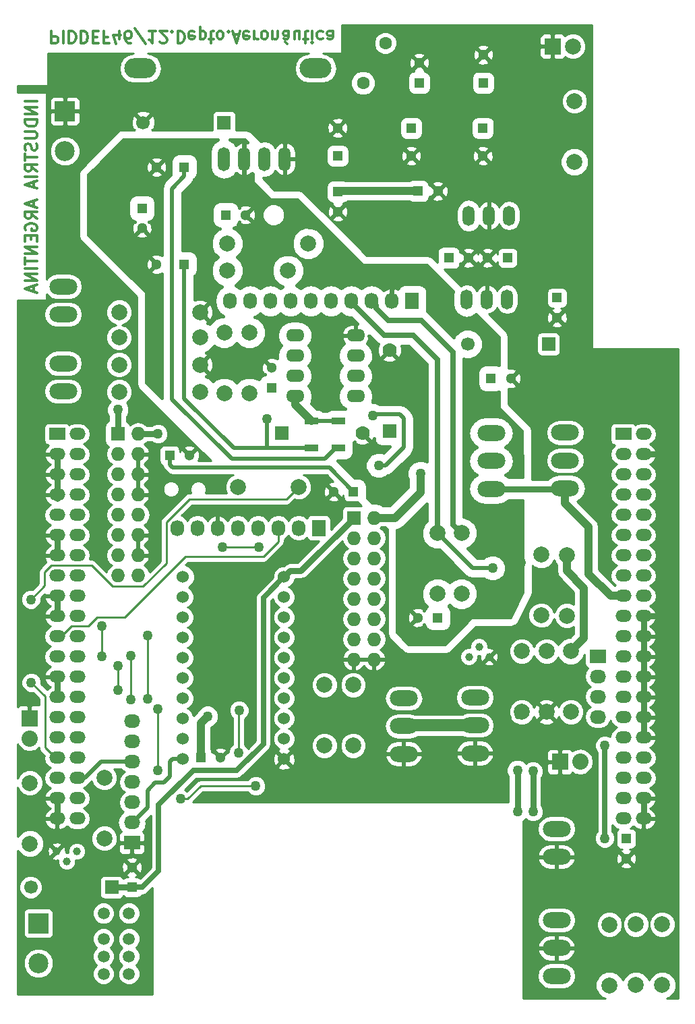
<source format=gbl>
G04 #@! TF.FileFunction,Copper,L2,Bot,Signal*
%FSLAX46Y46*%
G04 Gerber Fmt 4.6, Leading zero omitted, Abs format (unit mm)*
G04 Created by KiCad (PCBNEW 4.0.2+e4-6225~38~ubuntu14.04.1-stable) date mar 10 may 2016 15:30:21 ART*
%MOMM*%
G01*
G04 APERTURE LIST*
%ADD10C,0.100000*%
%ADD11C,0.300000*%
%ADD12R,1.727200X1.727200*%
%ADD13O,1.727200X1.727200*%
%ADD14C,1.300000*%
%ADD15R,1.300000X1.300000*%
%ADD16C,1.699260*%
%ADD17R,1.699260X1.699260*%
%ADD18R,2.000000X2.000000*%
%ADD19C,2.000000*%
%ADD20O,1.501140X2.999740*%
%ADD21O,4.000500X2.499360*%
%ADD22C,1.600000*%
%ADD23R,1.700000X0.900000*%
%ADD24R,2.500000X2.500000*%
%ADD25C,2.500000*%
%ADD26C,1.500000*%
%ADD27C,1.998980*%
%ADD28C,1.524000*%
%ADD29R,1.727200X2.032000*%
%ADD30O,1.727200X2.032000*%
%ADD31R,2.032000X2.032000*%
%ADD32O,2.032000X2.032000*%
%ADD33R,2.032000X1.727200*%
%ADD34O,2.032000X1.727200*%
%ADD35C,1.000760*%
%ADD36O,2.300000X1.600000*%
%ADD37C,1.778000*%
%ADD38R,1.778000X1.778000*%
%ADD39O,3.500120X1.998980*%
%ADD40O,1.501140X2.499360*%
%ADD41R,2.000000X1.524000*%
%ADD42O,2.000000X1.524000*%
%ADD43C,1.270000*%
%ADD44C,0.762000*%
%ADD45C,0.254000*%
%ADD46C,0.508000*%
%ADD47C,0.635000*%
%ADD48C,1.016000*%
%ADD49C,1.524000*%
%ADD50C,0.381000*%
G04 APERTURE END LIST*
D10*
D11*
X79311329Y-38323129D02*
X79311329Y-39823129D01*
X79882757Y-39823129D01*
X80025615Y-39751700D01*
X80097043Y-39680271D01*
X80168472Y-39537414D01*
X80168472Y-39323129D01*
X80097043Y-39180271D01*
X80025615Y-39108843D01*
X79882757Y-39037414D01*
X79311329Y-39037414D01*
X80811329Y-38323129D02*
X80811329Y-39823129D01*
X81525615Y-38323129D02*
X81525615Y-39823129D01*
X81882758Y-39823129D01*
X82097043Y-39751700D01*
X82239901Y-39608843D01*
X82311329Y-39465986D01*
X82382758Y-39180271D01*
X82382758Y-38965986D01*
X82311329Y-38680271D01*
X82239901Y-38537414D01*
X82097043Y-38394557D01*
X81882758Y-38323129D01*
X81525615Y-38323129D01*
X83025615Y-38323129D02*
X83025615Y-39823129D01*
X83382758Y-39823129D01*
X83597043Y-39751700D01*
X83739901Y-39608843D01*
X83811329Y-39465986D01*
X83882758Y-39180271D01*
X83882758Y-38965986D01*
X83811329Y-38680271D01*
X83739901Y-38537414D01*
X83597043Y-38394557D01*
X83382758Y-38323129D01*
X83025615Y-38323129D01*
X84525615Y-39108843D02*
X85025615Y-39108843D01*
X85239901Y-38323129D02*
X84525615Y-38323129D01*
X84525615Y-39823129D01*
X85239901Y-39823129D01*
X86382758Y-39108843D02*
X85882758Y-39108843D01*
X85882758Y-38323129D02*
X85882758Y-39823129D01*
X86597044Y-39823129D01*
X87811329Y-39323129D02*
X87811329Y-38323129D01*
X87454186Y-39894557D02*
X87097043Y-38823129D01*
X88025615Y-38823129D01*
X89239900Y-39823129D02*
X88954186Y-39823129D01*
X88811329Y-39751700D01*
X88739900Y-39680271D01*
X88597043Y-39465986D01*
X88525614Y-39180271D01*
X88525614Y-38608843D01*
X88597043Y-38465986D01*
X88668471Y-38394557D01*
X88811329Y-38323129D01*
X89097043Y-38323129D01*
X89239900Y-38394557D01*
X89311329Y-38465986D01*
X89382757Y-38608843D01*
X89382757Y-38965986D01*
X89311329Y-39108843D01*
X89239900Y-39180271D01*
X89097043Y-39251700D01*
X88811329Y-39251700D01*
X88668471Y-39180271D01*
X88597043Y-39108843D01*
X88525614Y-38965986D01*
X91097042Y-39894557D02*
X89811328Y-37965986D01*
X92382757Y-38323129D02*
X91525614Y-38323129D01*
X91954186Y-38323129D02*
X91954186Y-39823129D01*
X91811329Y-39608843D01*
X91668471Y-39465986D01*
X91525614Y-39394557D01*
X92954185Y-39680271D02*
X93025614Y-39751700D01*
X93168471Y-39823129D01*
X93525614Y-39823129D01*
X93668471Y-39751700D01*
X93739900Y-39680271D01*
X93811328Y-39537414D01*
X93811328Y-39394557D01*
X93739900Y-39180271D01*
X92882757Y-38323129D01*
X93811328Y-38323129D01*
X94454185Y-38465986D02*
X94525613Y-38394557D01*
X94454185Y-38323129D01*
X94382756Y-38394557D01*
X94454185Y-38465986D01*
X94454185Y-38323129D01*
X95168471Y-38323129D02*
X95168471Y-39823129D01*
X95525614Y-39823129D01*
X95739899Y-39751700D01*
X95882757Y-39608843D01*
X95954185Y-39465986D01*
X96025614Y-39180271D01*
X96025614Y-38965986D01*
X95954185Y-38680271D01*
X95882757Y-38537414D01*
X95739899Y-38394557D01*
X95525614Y-38323129D01*
X95168471Y-38323129D01*
X97239899Y-38394557D02*
X97097042Y-38323129D01*
X96811328Y-38323129D01*
X96668471Y-38394557D01*
X96597042Y-38537414D01*
X96597042Y-39108843D01*
X96668471Y-39251700D01*
X96811328Y-39323129D01*
X97097042Y-39323129D01*
X97239899Y-39251700D01*
X97311328Y-39108843D01*
X97311328Y-38965986D01*
X96597042Y-38823129D01*
X97954185Y-39323129D02*
X97954185Y-37823129D01*
X97954185Y-39251700D02*
X98097042Y-39323129D01*
X98382756Y-39323129D01*
X98525613Y-39251700D01*
X98597042Y-39180271D01*
X98668471Y-39037414D01*
X98668471Y-38608843D01*
X98597042Y-38465986D01*
X98525613Y-38394557D01*
X98382756Y-38323129D01*
X98097042Y-38323129D01*
X97954185Y-38394557D01*
X99097042Y-39323129D02*
X99668471Y-39323129D01*
X99311328Y-39823129D02*
X99311328Y-38537414D01*
X99382756Y-38394557D01*
X99525614Y-38323129D01*
X99668471Y-38323129D01*
X100382757Y-38323129D02*
X100239899Y-38394557D01*
X100168471Y-38465986D01*
X100097042Y-38608843D01*
X100097042Y-39037414D01*
X100168471Y-39180271D01*
X100239899Y-39251700D01*
X100382757Y-39323129D01*
X100597042Y-39323129D01*
X100739899Y-39251700D01*
X100811328Y-39180271D01*
X100882757Y-39037414D01*
X100882757Y-38608843D01*
X100811328Y-38465986D01*
X100739899Y-38394557D01*
X100597042Y-38323129D01*
X100382757Y-38323129D01*
X101525614Y-38465986D02*
X101597042Y-38394557D01*
X101525614Y-38323129D01*
X101454185Y-38394557D01*
X101525614Y-38465986D01*
X101525614Y-38323129D01*
X102168471Y-38751700D02*
X102882757Y-38751700D01*
X102025614Y-38323129D02*
X102525614Y-39823129D01*
X103025614Y-38323129D01*
X104097042Y-38394557D02*
X103954185Y-38323129D01*
X103668471Y-38323129D01*
X103525614Y-38394557D01*
X103454185Y-38537414D01*
X103454185Y-39108843D01*
X103525614Y-39251700D01*
X103668471Y-39323129D01*
X103954185Y-39323129D01*
X104097042Y-39251700D01*
X104168471Y-39108843D01*
X104168471Y-38965986D01*
X103454185Y-38823129D01*
X104811328Y-38323129D02*
X104811328Y-39323129D01*
X104811328Y-39037414D02*
X104882756Y-39180271D01*
X104954185Y-39251700D01*
X105097042Y-39323129D01*
X105239899Y-39323129D01*
X105954185Y-38323129D02*
X105811327Y-38394557D01*
X105739899Y-38465986D01*
X105668470Y-38608843D01*
X105668470Y-39037414D01*
X105739899Y-39180271D01*
X105811327Y-39251700D01*
X105954185Y-39323129D01*
X106168470Y-39323129D01*
X106311327Y-39251700D01*
X106382756Y-39180271D01*
X106454185Y-39037414D01*
X106454185Y-38608843D01*
X106382756Y-38465986D01*
X106311327Y-38394557D01*
X106168470Y-38323129D01*
X105954185Y-38323129D01*
X107097042Y-39323129D02*
X107097042Y-38323129D01*
X107097042Y-39180271D02*
X107168470Y-39251700D01*
X107311328Y-39323129D01*
X107525613Y-39323129D01*
X107668470Y-39251700D01*
X107739899Y-39108843D01*
X107739899Y-38323129D01*
X109097042Y-38323129D02*
X109097042Y-39108843D01*
X109025613Y-39251700D01*
X108882756Y-39323129D01*
X108597042Y-39323129D01*
X108454185Y-39251700D01*
X109097042Y-38394557D02*
X108954185Y-38323129D01*
X108597042Y-38323129D01*
X108454185Y-38394557D01*
X108382756Y-38537414D01*
X108382756Y-38680271D01*
X108454185Y-38823129D01*
X108597042Y-38894557D01*
X108954185Y-38894557D01*
X109097042Y-38965986D01*
X108882756Y-39894557D02*
X108668471Y-39680271D01*
X110454185Y-39323129D02*
X110454185Y-38323129D01*
X109811328Y-39323129D02*
X109811328Y-38537414D01*
X109882756Y-38394557D01*
X110025614Y-38323129D01*
X110239899Y-38323129D01*
X110382756Y-38394557D01*
X110454185Y-38465986D01*
X110954185Y-39323129D02*
X111525614Y-39323129D01*
X111168471Y-39823129D02*
X111168471Y-38537414D01*
X111239899Y-38394557D01*
X111382757Y-38323129D01*
X111525614Y-38323129D01*
X112025614Y-38323129D02*
X112025614Y-39323129D01*
X112025614Y-39823129D02*
X111954185Y-39751700D01*
X112025614Y-39680271D01*
X112097042Y-39751700D01*
X112025614Y-39823129D01*
X112025614Y-39680271D01*
X113382757Y-38394557D02*
X113239900Y-38323129D01*
X112954186Y-38323129D01*
X112811328Y-38394557D01*
X112739900Y-38465986D01*
X112668471Y-38608843D01*
X112668471Y-39037414D01*
X112739900Y-39180271D01*
X112811328Y-39251700D01*
X112954186Y-39323129D01*
X113239900Y-39323129D01*
X113382757Y-39251700D01*
X114668471Y-38323129D02*
X114668471Y-39108843D01*
X114597042Y-39251700D01*
X114454185Y-39323129D01*
X114168471Y-39323129D01*
X114025614Y-39251700D01*
X114668471Y-38394557D02*
X114525614Y-38323129D01*
X114168471Y-38323129D01*
X114025614Y-38394557D01*
X113954185Y-38537414D01*
X113954185Y-38680271D01*
X114025614Y-38823129D01*
X114168471Y-38894557D01*
X114525614Y-38894557D01*
X114668471Y-38965986D01*
X77513571Y-47162143D02*
X76013571Y-47162143D01*
X77513571Y-47876429D02*
X76013571Y-47876429D01*
X77513571Y-48733572D01*
X76013571Y-48733572D01*
X77513571Y-49447858D02*
X76013571Y-49447858D01*
X76013571Y-49805001D01*
X76085000Y-50019286D01*
X76227857Y-50162144D01*
X76370714Y-50233572D01*
X76656429Y-50305001D01*
X76870714Y-50305001D01*
X77156429Y-50233572D01*
X77299286Y-50162144D01*
X77442143Y-50019286D01*
X77513571Y-49805001D01*
X77513571Y-49447858D01*
X76013571Y-50947858D02*
X77227857Y-50947858D01*
X77370714Y-51019286D01*
X77442143Y-51090715D01*
X77513571Y-51233572D01*
X77513571Y-51519286D01*
X77442143Y-51662144D01*
X77370714Y-51733572D01*
X77227857Y-51805001D01*
X76013571Y-51805001D01*
X77442143Y-52447858D02*
X77513571Y-52662144D01*
X77513571Y-53019287D01*
X77442143Y-53162144D01*
X77370714Y-53233573D01*
X77227857Y-53305001D01*
X77085000Y-53305001D01*
X76942143Y-53233573D01*
X76870714Y-53162144D01*
X76799286Y-53019287D01*
X76727857Y-52733573D01*
X76656429Y-52590715D01*
X76585000Y-52519287D01*
X76442143Y-52447858D01*
X76299286Y-52447858D01*
X76156429Y-52519287D01*
X76085000Y-52590715D01*
X76013571Y-52733573D01*
X76013571Y-53090715D01*
X76085000Y-53305001D01*
X76013571Y-53733572D02*
X76013571Y-54590715D01*
X77513571Y-54162144D02*
X76013571Y-54162144D01*
X77513571Y-55947858D02*
X76799286Y-55447858D01*
X77513571Y-55090715D02*
X76013571Y-55090715D01*
X76013571Y-55662143D01*
X76085000Y-55805001D01*
X76156429Y-55876429D01*
X76299286Y-55947858D01*
X76513571Y-55947858D01*
X76656429Y-55876429D01*
X76727857Y-55805001D01*
X76799286Y-55662143D01*
X76799286Y-55090715D01*
X77513571Y-56590715D02*
X76013571Y-56590715D01*
X77085000Y-57233572D02*
X77085000Y-57947858D01*
X77513571Y-57090715D02*
X76013571Y-57590715D01*
X77513571Y-58090715D01*
X77085000Y-59662143D02*
X77085000Y-60376429D01*
X77513571Y-59519286D02*
X76013571Y-60019286D01*
X77513571Y-60519286D01*
X77513571Y-61876429D02*
X76799286Y-61376429D01*
X77513571Y-61019286D02*
X76013571Y-61019286D01*
X76013571Y-61590714D01*
X76085000Y-61733572D01*
X76156429Y-61805000D01*
X76299286Y-61876429D01*
X76513571Y-61876429D01*
X76656429Y-61805000D01*
X76727857Y-61733572D01*
X76799286Y-61590714D01*
X76799286Y-61019286D01*
X76085000Y-63305000D02*
X76013571Y-63162143D01*
X76013571Y-62947857D01*
X76085000Y-62733572D01*
X76227857Y-62590714D01*
X76370714Y-62519286D01*
X76656429Y-62447857D01*
X76870714Y-62447857D01*
X77156429Y-62519286D01*
X77299286Y-62590714D01*
X77442143Y-62733572D01*
X77513571Y-62947857D01*
X77513571Y-63090714D01*
X77442143Y-63305000D01*
X77370714Y-63376429D01*
X76870714Y-63376429D01*
X76870714Y-63090714D01*
X76727857Y-64019286D02*
X76727857Y-64519286D01*
X77513571Y-64733572D02*
X77513571Y-64019286D01*
X76013571Y-64019286D01*
X76013571Y-64733572D01*
X77513571Y-65376429D02*
X76013571Y-65376429D01*
X77513571Y-66233572D01*
X76013571Y-66233572D01*
X76013571Y-66733572D02*
X76013571Y-67590715D01*
X77513571Y-67162144D02*
X76013571Y-67162144D01*
X77513571Y-68090715D02*
X76013571Y-68090715D01*
X77513571Y-68805001D02*
X76013571Y-68805001D01*
X77513571Y-69662144D01*
X76013571Y-69662144D01*
X77085000Y-70305001D02*
X77085000Y-71019287D01*
X77513571Y-70162144D02*
X76013571Y-70662144D01*
X77513571Y-71162144D01*
D12*
X87642700Y-88887300D03*
D13*
X90182700Y-88887300D03*
X87642700Y-91427300D03*
X90182700Y-91427300D03*
X87642700Y-93967300D03*
X90182700Y-93967300D03*
X87642700Y-96507300D03*
X90182700Y-96507300D03*
X87642700Y-99047300D03*
X90182700Y-99047300D03*
X87642700Y-101587300D03*
X90182700Y-101587300D03*
X87642700Y-104127300D03*
X90182700Y-104127300D03*
X87642700Y-106667300D03*
X90182700Y-106667300D03*
D14*
X133500000Y-54000000D03*
D15*
X133500000Y-50500000D03*
D14*
X124500000Y-54000000D03*
D15*
X124500000Y-50500000D03*
X136600000Y-66800000D03*
D14*
X134100000Y-66800000D03*
D15*
X142811500Y-71807700D03*
D14*
X142811500Y-74307700D03*
D15*
X125349000Y-58420000D03*
D14*
X127849000Y-58420000D03*
D15*
X94145100Y-91579700D03*
D14*
X96645100Y-91579700D03*
X133553200Y-41315760D03*
D15*
X133553200Y-44815760D03*
X101200000Y-61400000D03*
D14*
X103700000Y-61400000D03*
D15*
X125506480Y-44815760D03*
D14*
X125506480Y-42315760D03*
X92500000Y-55400000D03*
D15*
X96000000Y-55400000D03*
X129200000Y-66800000D03*
D14*
X131700000Y-66800000D03*
D15*
X90678000Y-60579000D03*
D14*
X90678000Y-63079000D03*
X92500000Y-67600000D03*
D15*
X96000000Y-67600000D03*
D14*
X115250000Y-50500000D03*
D15*
X115250000Y-54000000D03*
X106997500Y-83096100D03*
D14*
X106997500Y-80596100D03*
D15*
X151498300Y-139687300D03*
D14*
X151498300Y-142187300D03*
D15*
X98044000Y-129540000D03*
D14*
X100544000Y-129540000D03*
D15*
X89408000Y-145796000D03*
D14*
X89408000Y-143296000D03*
D15*
X117248300Y-96151700D03*
D14*
X114748300Y-96151700D03*
D16*
X90839480Y-49802540D03*
D17*
X100999480Y-49802540D03*
D18*
X142250000Y-40250000D03*
D19*
X144790000Y-40250000D03*
D20*
X108600000Y-54400000D03*
X106060000Y-54400000D03*
X103520000Y-54400000D03*
X100980000Y-54400000D03*
D21*
X112500740Y-43000000D03*
X90499260Y-43000000D03*
D22*
X121259600Y-39842440D03*
X118459600Y-44842440D03*
D23*
X115379500Y-87288900D03*
X115379500Y-90688900D03*
X111925100Y-87261700D03*
X111925100Y-90661700D03*
D24*
X81000000Y-48400000D03*
D25*
X81000000Y-53400000D03*
D26*
X89052000Y-149047200D03*
X85852000Y-149047200D03*
X85852000Y-152247200D03*
X85852000Y-154447200D03*
X85852000Y-156647200D03*
X89052000Y-152247200D03*
X89052000Y-154447200D03*
X89052000Y-156647200D03*
D27*
X87800000Y-83600000D03*
X97960000Y-83600000D03*
X87800000Y-80200000D03*
X97960000Y-80200000D03*
X87800000Y-76800000D03*
X97960000Y-76800000D03*
X87800000Y-73600000D03*
X97960000Y-73600000D03*
X101400000Y-65000000D03*
X111560000Y-65000000D03*
D28*
X95808800Y-106832400D03*
X95808800Y-109372400D03*
X95808800Y-111912400D03*
X95808800Y-114452400D03*
X95808800Y-116992400D03*
X95808800Y-119532400D03*
X95808800Y-122072400D03*
X95808800Y-124612400D03*
X95808800Y-127152400D03*
X95808800Y-129692400D03*
X108508800Y-129692400D03*
X108508800Y-127152400D03*
X108508800Y-124612400D03*
X108508800Y-122072400D03*
X108508800Y-119532400D03*
X108508800Y-116992400D03*
X108508800Y-114452400D03*
X108508800Y-111912400D03*
X108508800Y-109372400D03*
X108508800Y-106832400D03*
D29*
X124600000Y-72200000D03*
D30*
X122060000Y-72200000D03*
X119520000Y-72200000D03*
X116980000Y-72200000D03*
X114440000Y-72200000D03*
X111900000Y-72200000D03*
X109360000Y-72200000D03*
X106820000Y-72200000D03*
X104280000Y-72200000D03*
X101740000Y-72200000D03*
D12*
X117297200Y-99415600D03*
D13*
X119837200Y-99415600D03*
X117297200Y-101955600D03*
X119837200Y-101955600D03*
X117297200Y-104495600D03*
X119837200Y-104495600D03*
X117297200Y-107035600D03*
X119837200Y-107035600D03*
X117297200Y-109575600D03*
X119837200Y-109575600D03*
X117297200Y-112115600D03*
X119837200Y-112115600D03*
X117297200Y-114655600D03*
X119837200Y-114655600D03*
X117297200Y-117195600D03*
X119837200Y-117195600D03*
D31*
X143167100Y-130035300D03*
D32*
X145707100Y-130035300D03*
D31*
X76555600Y-124561600D03*
D32*
X76555600Y-127101600D03*
D33*
X89408000Y-140208000D03*
D34*
X89408000Y-137668000D03*
X89408000Y-135128000D03*
X89408000Y-132588000D03*
X89408000Y-130048000D03*
X89408000Y-127508000D03*
X89408000Y-124968000D03*
D29*
X112877600Y-100685600D03*
D30*
X110337600Y-100685600D03*
X107797600Y-100685600D03*
X105257600Y-100685600D03*
X102717600Y-100685600D03*
X100177600Y-100685600D03*
X97637600Y-100685600D03*
X95097600Y-100685600D03*
D35*
X81229200Y-142544800D03*
X79959200Y-141274800D03*
X82499200Y-141274800D03*
D36*
X117513100Y-84162900D03*
X117513100Y-81622900D03*
X117513100Y-79082900D03*
X117513100Y-76542900D03*
X109893100Y-76542900D03*
X109893100Y-79082900D03*
X109893100Y-81622900D03*
X109893100Y-84162900D03*
D16*
X131584700Y-77609700D03*
D17*
X141744700Y-77609700D03*
D37*
X121780300Y-78371700D03*
D38*
X121780300Y-88531700D03*
D37*
X118376700Y-88785700D03*
D38*
X108216700Y-88785700D03*
D16*
X76707480Y-145798540D03*
D17*
X86867480Y-145798540D03*
D39*
X80772000Y-83538060D03*
X80772000Y-80037940D03*
X80772000Y-73886060D03*
X80772000Y-70385940D03*
X134531100Y-92285820D03*
X134531100Y-88785700D03*
X134531100Y-95785940D03*
X143827500Y-92235020D03*
X143827500Y-88734900D03*
X143827500Y-95735140D03*
X123558300Y-125564900D03*
X123558300Y-129065020D03*
X123558300Y-122064780D03*
X132499100Y-125463300D03*
X132499100Y-128963420D03*
X132499100Y-121963180D03*
X142748000Y-153416000D03*
X142748000Y-156916120D03*
X142748000Y-149915880D03*
X142748000Y-138457940D03*
X142748000Y-141958060D03*
D24*
X77673200Y-150317200D03*
D25*
X77673200Y-155317200D03*
D27*
X145000000Y-54750000D03*
X145000000Y-47130000D03*
X104203500Y-76187300D03*
X104203500Y-83807300D03*
X101003100Y-76187300D03*
X101003100Y-83807300D03*
X101400000Y-68400000D03*
X109020000Y-68400000D03*
X140817600Y-111658400D03*
X140817600Y-104038400D03*
X144068800Y-111709200D03*
X144068800Y-104089200D03*
X127825500Y-101346000D03*
X127825500Y-108966000D03*
X130810000Y-101346000D03*
X130810000Y-108966000D03*
X113600000Y-120400000D03*
X113600000Y-128020000D03*
X117200000Y-120400000D03*
X117200000Y-128020000D03*
X138391900Y-116166900D03*
X138391900Y-123786900D03*
X141490700Y-116166900D03*
X141490700Y-123786900D03*
X152717500Y-150456900D03*
X152717500Y-158076900D03*
X156019500Y-150456900D03*
X156019500Y-158076900D03*
X149402800Y-158089600D03*
X149402800Y-150469600D03*
X144538700Y-116166900D03*
X144538700Y-123786900D03*
X76606400Y-140309600D03*
X76606400Y-132689600D03*
X102730300Y-95542100D03*
X110350300Y-95542100D03*
X85953600Y-139649200D03*
X85953600Y-132029200D03*
D15*
X127836300Y-111950500D03*
D14*
X125336300Y-111950500D03*
D33*
X147942300Y-116776500D03*
D34*
X147942300Y-119316500D03*
X147942300Y-121856500D03*
X147942300Y-124396500D03*
D15*
X115277900Y-58498100D03*
D14*
X115277900Y-60998100D03*
D15*
X134520300Y-81927700D03*
D14*
X137020300Y-81927700D03*
D40*
X134250000Y-61500000D03*
X136790000Y-61500000D03*
X131710000Y-61500000D03*
X134000000Y-72000000D03*
X136540000Y-72000000D03*
X131460000Y-72000000D03*
D35*
X133007100Y-115608100D03*
X134277100Y-116878100D03*
X131737100Y-116878100D03*
D41*
X151130000Y-88900000D03*
D42*
X153670000Y-88900000D03*
X151130000Y-101600000D03*
X153670000Y-91440000D03*
X151130000Y-104140000D03*
X153670000Y-93980000D03*
X151130000Y-106680000D03*
X153670000Y-96520000D03*
X151130000Y-109220000D03*
X153670000Y-99060000D03*
X151130000Y-111760000D03*
X153670000Y-101600000D03*
X151130000Y-114300000D03*
X153670000Y-104140000D03*
X151130000Y-116840000D03*
X153670000Y-106680000D03*
X151130000Y-119380000D03*
X153670000Y-109220000D03*
X151130000Y-121920000D03*
X153670000Y-111760000D03*
X151130000Y-124460000D03*
X153670000Y-114300000D03*
X151130000Y-127000000D03*
X153670000Y-116840000D03*
X153670000Y-119380000D03*
X151130000Y-129540000D03*
X153670000Y-121920000D03*
X153670000Y-127000000D03*
X153670000Y-129540000D03*
X153670000Y-132080000D03*
X153670000Y-134620000D03*
X151130000Y-132080000D03*
X151130000Y-134620000D03*
X151130000Y-91440000D03*
X151130000Y-93980000D03*
X151130000Y-96520000D03*
X151130000Y-99060000D03*
X151130000Y-137160000D03*
X153670000Y-137160000D03*
X153670000Y-124460000D03*
D41*
X80010000Y-88900000D03*
D42*
X82550000Y-88900000D03*
X80010000Y-91440000D03*
X82550000Y-91440000D03*
X80010000Y-93980000D03*
X82550000Y-93980000D03*
X80010000Y-96520000D03*
X82550000Y-96520000D03*
X80010000Y-99060000D03*
X82550000Y-99060000D03*
X80010000Y-101600000D03*
X82550000Y-101600000D03*
X80010000Y-104140000D03*
X82550000Y-104140000D03*
X80010000Y-106680000D03*
X82550000Y-106680000D03*
X80010000Y-109220000D03*
X82550000Y-109220000D03*
X80010000Y-111760000D03*
X82550000Y-111760000D03*
X80010000Y-114300000D03*
X82550000Y-114300000D03*
X80010000Y-116840000D03*
X82550000Y-116840000D03*
X80010000Y-119380000D03*
X82550000Y-119380000D03*
X80010000Y-121920000D03*
X82550000Y-121920000D03*
X80010000Y-124460000D03*
X82550000Y-124460000D03*
X80010000Y-127000000D03*
X82550000Y-127000000D03*
X80010000Y-129540000D03*
X82550000Y-129540000D03*
X80010000Y-132080000D03*
X82550000Y-132080000D03*
X80010000Y-134620000D03*
X82550000Y-134620000D03*
X80010000Y-137160000D03*
X82550000Y-137160000D03*
D43*
X100799900Y-125412500D03*
X123304300Y-65925700D03*
X140462600Y-109575000D03*
X151130000Y-96520000D03*
X139814300Y-131203700D03*
X139814300Y-136283700D03*
X151130000Y-137160000D03*
X148816700Y-128003300D03*
X148805900Y-139636500D03*
X91401900Y-122161300D03*
X91401900Y-114185700D03*
X85623400Y-113004600D03*
X85623400Y-116840000D03*
X105371900Y-103111300D03*
X100799900Y-103111300D03*
X89268300Y-116725700D03*
X89268300Y-122212100D03*
X87693500Y-117995700D03*
X87693500Y-121043700D03*
X87693500Y-121043700D03*
X102882700Y-123583700D03*
X102831900Y-128917700D03*
X104965500Y-133083300D03*
X95516700Y-134708900D03*
X92671900Y-131152900D03*
X92621100Y-123431300D03*
X82550000Y-91440000D03*
X80010000Y-114300000D03*
X80010000Y-114300000D03*
X76720700Y-109664500D03*
X76771500Y-120078500D03*
X138290300Y-105041700D03*
X87642700Y-85864689D03*
X98920300Y-124345700D03*
X137833100Y-131127491D03*
X137833100Y-136283700D03*
X106337100Y-87007700D03*
X119646700Y-86601300D03*
X120408700Y-92849711D03*
X134702632Y-105721232D03*
X127825500Y-101346000D03*
X127825500Y-101346000D03*
X92697311Y-88887300D03*
X125641100Y-93865700D03*
D44*
X153670000Y-137160000D02*
X153670000Y-134620000D01*
X153670000Y-116840000D02*
X153670000Y-114300000D01*
X153670000Y-119380000D02*
X153670000Y-116840000D01*
X153670000Y-114300000D02*
X153670000Y-111760000D01*
X155575000Y-111760000D02*
X156845000Y-110490000D01*
X153670000Y-111760000D02*
X155575000Y-111760000D01*
X156845000Y-110490000D02*
X156845000Y-92710000D01*
X156845000Y-92710000D02*
X155575000Y-91440000D01*
X80010000Y-97028000D02*
X80010000Y-94488000D01*
X153670000Y-127000000D02*
X153670000Y-124460000D01*
X153670000Y-124460000D02*
X153670000Y-121920000D01*
X153670000Y-121920000D02*
X153670000Y-119380000D01*
X155575000Y-91440000D02*
X153670000Y-91440000D01*
X80010000Y-121920000D02*
X80010000Y-119380000D01*
X80010000Y-104140000D02*
X80010000Y-101600000D01*
X80010000Y-111760000D02*
X80010000Y-109220000D01*
X80010000Y-137668000D02*
X80010000Y-135128000D01*
X80010000Y-94488000D02*
X80010000Y-91948000D01*
D45*
X90182700Y-91427300D02*
X89672670Y-91427300D01*
D46*
X89255600Y-132588000D02*
X89408000Y-132588000D01*
D44*
X139814300Y-136283700D02*
X139814300Y-131203700D01*
D47*
X137833100Y-124345700D02*
X138391900Y-123786900D01*
X148816700Y-128003300D02*
X148816700Y-139625700D01*
X148816700Y-139625700D02*
X148805900Y-139636500D01*
D45*
X91401900Y-115083725D02*
X91401900Y-122161300D01*
X91401900Y-114185700D02*
X91401900Y-115083725D01*
X85623400Y-113690400D02*
X85623400Y-113004600D01*
X85623400Y-116840000D02*
X85623400Y-113690400D01*
X100799900Y-103111300D02*
X105371900Y-103111300D01*
D46*
X82550000Y-132080000D02*
X83483752Y-132080000D01*
X83483752Y-132080000D02*
X85515752Y-130048000D01*
X85515752Y-130048000D02*
X87884000Y-130048000D01*
X87884000Y-130048000D02*
X89408000Y-130048000D01*
D45*
X89268300Y-122212100D02*
X89268300Y-116725700D01*
X87693500Y-121043700D02*
X87693500Y-117995700D01*
X102831900Y-123888500D02*
X102882700Y-123837700D01*
X102882700Y-123837700D02*
X102882700Y-123583700D01*
X102831900Y-128917700D02*
X102831900Y-123888500D01*
X98040325Y-133083300D02*
X104965500Y-133083300D01*
X95516700Y-134708900D02*
X96414725Y-134708900D01*
X96414725Y-134708900D02*
X98040325Y-133083300D01*
X92621100Y-123431300D02*
X92621100Y-131102100D01*
X92621100Y-131102100D02*
X92671900Y-131152900D01*
X82550000Y-127000000D02*
X82788000Y-127000000D01*
X110236000Y-100685600D02*
X110337600Y-100685600D01*
D48*
X151130000Y-109220000D02*
X149547595Y-109220000D01*
X149547595Y-109220000D02*
X146773900Y-106446305D01*
X146773900Y-106446305D02*
X146773900Y-100571300D01*
X146773900Y-100571300D02*
X143827500Y-97624900D01*
X143827500Y-97624900D02*
X143827500Y-95735140D01*
D44*
X134531100Y-95785940D02*
X143776700Y-95785940D01*
X143776700Y-95785940D02*
X143827500Y-95735140D01*
D45*
X107797600Y-100685600D02*
X107797600Y-101955600D01*
X107797600Y-102377242D02*
X107797600Y-101955600D01*
X105920541Y-104254301D02*
X107797600Y-102377242D01*
X96131377Y-104254301D02*
X105920541Y-104254301D01*
X96131377Y-104254301D02*
X94429578Y-105956100D01*
X94284799Y-106100879D02*
X94429578Y-105956100D01*
X88493601Y-111861599D02*
X94399100Y-105956100D01*
X94399100Y-105956100D02*
X94429578Y-105956100D01*
X85074759Y-111861599D02*
X88493601Y-111861599D01*
X83906358Y-113030000D02*
X85074759Y-111861599D01*
X80010000Y-114300000D02*
X80515935Y-114300000D01*
X80515935Y-114300000D02*
X81785935Y-113030000D01*
X81785935Y-113030000D02*
X83906358Y-113030000D01*
X76720700Y-109664500D02*
X78435200Y-107950000D01*
X96641460Y-97049591D02*
X108842809Y-97049591D01*
X78435200Y-107950000D02*
X78435200Y-106220735D01*
X78435200Y-106220735D02*
X79245935Y-105410000D01*
X79245935Y-105410000D02*
X84355430Y-105410000D01*
X84355430Y-105410000D02*
X86984331Y-108038901D01*
X108842809Y-97049591D02*
X109350811Y-96541589D01*
X86984331Y-108038901D02*
X90841069Y-108038901D01*
X109350811Y-96541589D02*
X110350300Y-95542100D01*
X90841069Y-108038901D02*
X93725990Y-105153980D01*
X93725990Y-105153980D02*
X93725990Y-99965061D01*
X93725990Y-99965061D02*
X96641460Y-97049591D01*
X80010000Y-129540000D02*
X79772000Y-129540000D01*
X79772000Y-129540000D02*
X78501990Y-128269990D01*
X78501990Y-128269990D02*
X78501990Y-121808990D01*
X78501990Y-121808990D02*
X76771500Y-120078500D01*
D48*
X125349000Y-58420000D02*
X115356000Y-58420000D01*
X115356000Y-58420000D02*
X115277900Y-58498100D01*
D46*
X115379500Y-90688900D02*
X114979500Y-90688900D01*
X114979500Y-90688900D02*
X113667699Y-92000701D01*
X113667699Y-92000701D02*
X101949273Y-92000701D01*
X94460999Y-84512427D02*
X94460999Y-58097001D01*
X101949273Y-92000701D02*
X94460999Y-84512427D01*
X94460999Y-58097001D02*
X96000000Y-56558000D01*
X96000000Y-56558000D02*
X96000000Y-55400000D01*
D44*
X115379500Y-90688900D02*
X115775182Y-90688900D01*
D46*
X89408000Y-137668000D02*
X89498964Y-137668000D01*
X94195901Y-129984501D02*
X94488002Y-129692400D01*
X89498964Y-137668000D02*
X91351100Y-135815864D01*
X91351100Y-135815864D02*
X91351100Y-133642100D01*
X93403421Y-132676901D02*
X94195901Y-131884421D01*
X91351100Y-133642100D02*
X92316299Y-132676901D01*
X92316299Y-132676901D02*
X93403421Y-132676901D01*
X94195901Y-131884421D02*
X94195901Y-129984501D01*
X94488002Y-129692400D02*
X95808800Y-129692400D01*
D44*
X87642700Y-85864689D02*
X87642700Y-88887300D01*
D48*
X144538700Y-116166900D02*
X146211291Y-114494309D01*
X146211291Y-114494309D02*
X146211291Y-108218566D01*
X146211291Y-108218566D02*
X144068800Y-106076075D01*
X144068800Y-106076075D02*
X144068800Y-105502692D01*
X144068800Y-105502692D02*
X144068800Y-104089200D01*
X98044000Y-129540000D02*
X98044000Y-125222000D01*
X98044000Y-125222000D02*
X98920300Y-124345700D01*
D44*
X137833100Y-136283700D02*
X137833100Y-131127491D01*
X87642700Y-88887300D02*
X87642700Y-87261700D01*
D47*
X89408000Y-137668000D02*
X89588767Y-137668000D01*
D46*
X111925100Y-90661700D02*
X106337100Y-90661700D01*
X106337100Y-90661700D02*
X102226732Y-90661700D01*
X106337100Y-87007700D02*
X106337100Y-87905725D01*
X106337100Y-87905725D02*
X106337100Y-90661700D01*
X123075702Y-86448900D02*
X119799100Y-86448900D01*
X119799100Y-86448900D02*
X119646700Y-86601300D01*
X120408700Y-92849711D02*
X121306725Y-92849711D01*
X121306725Y-92849711D02*
X123558301Y-90598135D01*
X123558301Y-90598135D02*
X123558301Y-86931499D01*
X123558301Y-86931499D02*
X123075702Y-86448900D01*
X102226732Y-90661700D02*
X96000000Y-84434968D01*
X96000000Y-84434968D02*
X96000000Y-68758000D01*
X96000000Y-68758000D02*
X96000000Y-67600000D01*
D48*
X109893100Y-84162900D02*
X109893100Y-85229700D01*
X109893100Y-85229700D02*
X111925100Y-87261700D01*
D46*
X115379500Y-87288900D02*
X111952300Y-87288900D01*
X111952300Y-87288900D02*
X111925100Y-87261700D01*
D49*
X132499100Y-125463300D02*
X123659900Y-125463300D01*
X123659900Y-125463300D02*
X123558300Y-125564900D01*
D47*
X120065790Y-73101190D02*
X120065790Y-72745790D01*
X120065790Y-72745790D02*
X119520000Y-72200000D01*
X130810000Y-101346000D02*
X129745490Y-100281490D01*
X129745490Y-100281490D02*
X129745490Y-78615290D01*
X129745490Y-78615290D02*
X125793500Y-74663300D01*
X125793500Y-74663300D02*
X125146000Y-74663300D01*
X125146000Y-74663300D02*
X121577100Y-74663300D01*
X121627900Y-74663300D02*
X120065790Y-73101190D01*
X119520000Y-72352400D02*
X119520000Y-72200000D01*
X119520000Y-72390500D02*
X119520000Y-72238100D01*
D46*
X132232400Y-105752900D02*
X134670964Y-105752900D01*
X134670964Y-105752900D02*
X134702632Y-105721232D01*
X127825500Y-101346000D02*
X132232400Y-105752900D01*
D47*
X124727281Y-76501499D02*
X121129099Y-76501499D01*
X127825500Y-101346000D02*
X127825500Y-79599718D01*
X127825500Y-79599718D02*
X124727281Y-76501499D01*
X121129099Y-76501499D02*
X116980000Y-72352400D01*
X116980000Y-72352400D02*
X116980000Y-72200000D01*
D46*
X94145100Y-91579700D02*
X94145100Y-92737700D01*
X94145100Y-92737700D02*
X94551111Y-93143711D01*
X94551111Y-93143711D02*
X114240311Y-93143711D01*
X114240311Y-93143711D02*
X117248300Y-96151700D01*
D44*
X90182700Y-88887300D02*
X92697311Y-88887300D01*
X92671900Y-88887300D02*
X92697311Y-88887300D01*
D47*
X105930700Y-127792482D02*
X105930700Y-109410500D01*
X105930700Y-109410500D02*
X108508800Y-106832400D01*
X92773500Y-143715500D02*
X92773500Y-135478518D01*
X92773500Y-135478518D02*
X97109517Y-131142501D01*
X97109517Y-131142501D02*
X102580681Y-131142501D01*
X102580681Y-131142501D02*
X105930700Y-127792482D01*
X89408000Y-145796000D02*
X90693000Y-145796000D01*
X90693000Y-145796000D02*
X92773500Y-143715500D01*
D48*
X125641100Y-96202500D02*
X122428000Y-99415600D01*
X122428000Y-99415600D02*
X119837200Y-99415600D01*
X125641100Y-93865700D02*
X125641100Y-96202500D01*
D44*
X108508800Y-106832400D02*
X109270799Y-106070401D01*
X109270799Y-106070401D02*
X110642399Y-106070401D01*
X110642399Y-106070401D02*
X117297200Y-99415600D01*
X86867480Y-145798540D02*
X89405460Y-145798540D01*
X89405460Y-145798540D02*
X89408000Y-145796000D01*
D45*
G36*
X147193000Y-78105000D02*
X147203006Y-78154410D01*
X147231447Y-78196035D01*
X147273841Y-78223315D01*
X147320000Y-78232000D01*
X157988000Y-78232000D01*
X157988000Y-159766000D01*
X156544281Y-159766000D01*
X157016001Y-159571090D01*
X157511948Y-159076007D01*
X157780684Y-158428819D01*
X157781295Y-157728055D01*
X157513690Y-157080399D01*
X157018607Y-156584452D01*
X156371419Y-156315716D01*
X155670655Y-156315105D01*
X155022999Y-156582710D01*
X154527052Y-157077793D01*
X154368442Y-157459769D01*
X154211690Y-157080399D01*
X153716607Y-156584452D01*
X153069419Y-156315716D01*
X152368655Y-156315105D01*
X151720999Y-156582710D01*
X151225052Y-157077793D01*
X151057446Y-157481433D01*
X150896990Y-157093099D01*
X150401907Y-156597152D01*
X149754719Y-156328416D01*
X149053955Y-156327805D01*
X148406299Y-156595410D01*
X147910352Y-157090493D01*
X147641616Y-157737681D01*
X147641005Y-158438445D01*
X147908610Y-159086101D01*
X148403693Y-159582048D01*
X148846699Y-159766000D01*
X138557000Y-159766000D01*
X138557000Y-156916120D01*
X140316214Y-156916120D01*
X140440632Y-157541612D01*
X140794945Y-158071879D01*
X141325212Y-158426192D01*
X141950704Y-158550610D01*
X143545296Y-158550610D01*
X144170788Y-158426192D01*
X144701055Y-158071879D01*
X145055368Y-157541612D01*
X145179786Y-156916120D01*
X145055368Y-156290628D01*
X144701055Y-155760361D01*
X144170788Y-155406048D01*
X143545296Y-155281630D01*
X141950704Y-155281630D01*
X141325212Y-155406048D01*
X140794945Y-155760361D01*
X140440632Y-156290628D01*
X140316214Y-156916120D01*
X138557000Y-156916120D01*
X138557000Y-153796354D01*
X140407811Y-153796354D01*
X140438757Y-153924159D01*
X140751868Y-154481956D01*
X141254605Y-154877471D01*
X141870430Y-155050490D01*
X142621000Y-155050490D01*
X142621000Y-153543000D01*
X142875000Y-153543000D01*
X142875000Y-155050490D01*
X143625570Y-155050490D01*
X144241395Y-154877471D01*
X144744132Y-154481956D01*
X145057243Y-153924159D01*
X145088189Y-153796354D01*
X144968835Y-153543000D01*
X142875000Y-153543000D01*
X142621000Y-153543000D01*
X140527165Y-153543000D01*
X140407811Y-153796354D01*
X138557000Y-153796354D01*
X138557000Y-153035646D01*
X140407811Y-153035646D01*
X140527165Y-153289000D01*
X142621000Y-153289000D01*
X142621000Y-151781510D01*
X142875000Y-151781510D01*
X142875000Y-153289000D01*
X144968835Y-153289000D01*
X145088189Y-153035646D01*
X145057243Y-152907841D01*
X144744132Y-152350044D01*
X144241395Y-151954529D01*
X143625570Y-151781510D01*
X142875000Y-151781510D01*
X142621000Y-151781510D01*
X141870430Y-151781510D01*
X141254605Y-151954529D01*
X140751868Y-152350044D01*
X140438757Y-152907841D01*
X140407811Y-153035646D01*
X138557000Y-153035646D01*
X138557000Y-149915880D01*
X140316214Y-149915880D01*
X140440632Y-150541372D01*
X140794945Y-151071639D01*
X141325212Y-151425952D01*
X141950704Y-151550370D01*
X143545296Y-151550370D01*
X144170788Y-151425952D01*
X144701055Y-151071639D01*
X144887039Y-150793294D01*
X147768026Y-150793294D01*
X148016338Y-151394255D01*
X148475727Y-151854446D01*
X149076253Y-152103806D01*
X149726494Y-152104374D01*
X150327455Y-151856062D01*
X150787646Y-151396673D01*
X151037006Y-150796147D01*
X151037019Y-150780594D01*
X151082726Y-150780594D01*
X151331038Y-151381555D01*
X151790427Y-151841746D01*
X152390953Y-152091106D01*
X153041194Y-152091674D01*
X153642155Y-151843362D01*
X154102346Y-151383973D01*
X154351706Y-150783447D01*
X154351708Y-150780594D01*
X154384726Y-150780594D01*
X154633038Y-151381555D01*
X155092427Y-151841746D01*
X155692953Y-152091106D01*
X156343194Y-152091674D01*
X156944155Y-151843362D01*
X157404346Y-151383973D01*
X157653706Y-150783447D01*
X157654274Y-150133206D01*
X157405962Y-149532245D01*
X156946573Y-149072054D01*
X156346047Y-148822694D01*
X155695806Y-148822126D01*
X155094845Y-149070438D01*
X154634654Y-149529827D01*
X154385294Y-150130353D01*
X154384726Y-150780594D01*
X154351708Y-150780594D01*
X154352274Y-150133206D01*
X154103962Y-149532245D01*
X153644573Y-149072054D01*
X153044047Y-148822694D01*
X152393806Y-148822126D01*
X151792845Y-149070438D01*
X151332654Y-149529827D01*
X151083294Y-150130353D01*
X151082726Y-150780594D01*
X151037019Y-150780594D01*
X151037574Y-150145906D01*
X150789262Y-149544945D01*
X150329873Y-149084754D01*
X149729347Y-148835394D01*
X149079106Y-148834826D01*
X148478145Y-149083138D01*
X148017954Y-149542527D01*
X147768594Y-150143053D01*
X147768026Y-150793294D01*
X144887039Y-150793294D01*
X145055368Y-150541372D01*
X145179786Y-149915880D01*
X145055368Y-149290388D01*
X144701055Y-148760121D01*
X144170788Y-148405808D01*
X143545296Y-148281390D01*
X141950704Y-148281390D01*
X141325212Y-148405808D01*
X140794945Y-148760121D01*
X140440632Y-149290388D01*
X140316214Y-149915880D01*
X138557000Y-149915880D01*
X138557000Y-142338414D01*
X140407811Y-142338414D01*
X140438757Y-142466219D01*
X140751868Y-143024016D01*
X141254605Y-143419531D01*
X141870430Y-143592550D01*
X142621000Y-143592550D01*
X142621000Y-142085060D01*
X142875000Y-142085060D01*
X142875000Y-143592550D01*
X143625570Y-143592550D01*
X144241395Y-143419531D01*
X144664942Y-143086316D01*
X150778890Y-143086316D01*
X150834571Y-143316911D01*
X151317378Y-143484922D01*
X151827728Y-143455383D01*
X152162029Y-143316911D01*
X152217710Y-143086316D01*
X151498300Y-142366905D01*
X150778890Y-143086316D01*
X144664942Y-143086316D01*
X144744132Y-143024016D01*
X145057243Y-142466219D01*
X145088189Y-142338414D01*
X144968835Y-142085060D01*
X142875000Y-142085060D01*
X142621000Y-142085060D01*
X140527165Y-142085060D01*
X140407811Y-142338414D01*
X138557000Y-142338414D01*
X138557000Y-142006378D01*
X150200678Y-142006378D01*
X150230217Y-142516728D01*
X150368689Y-142851029D01*
X150599284Y-142906710D01*
X151318695Y-142187300D01*
X151677905Y-142187300D01*
X152397316Y-142906710D01*
X152627911Y-142851029D01*
X152795922Y-142368222D01*
X152766383Y-141857872D01*
X152627911Y-141523571D01*
X152397316Y-141467890D01*
X151677905Y-142187300D01*
X151318695Y-142187300D01*
X150599284Y-141467890D01*
X150368689Y-141523571D01*
X150200678Y-142006378D01*
X138557000Y-142006378D01*
X138557000Y-141577706D01*
X140407811Y-141577706D01*
X140527165Y-141831060D01*
X142621000Y-141831060D01*
X142621000Y-140323570D01*
X142875000Y-140323570D01*
X142875000Y-141831060D01*
X144968835Y-141831060D01*
X145088189Y-141577706D01*
X145057243Y-141449901D01*
X144744132Y-140892104D01*
X144241395Y-140496589D01*
X143625570Y-140323570D01*
X142875000Y-140323570D01*
X142621000Y-140323570D01*
X141870430Y-140323570D01*
X141254605Y-140496589D01*
X140751868Y-140892104D01*
X140438757Y-141449901D01*
X140407811Y-141577706D01*
X138557000Y-141577706D01*
X138557000Y-138457940D01*
X140316214Y-138457940D01*
X140440632Y-139083432D01*
X140794945Y-139613699D01*
X141325212Y-139968012D01*
X141950704Y-140092430D01*
X143545296Y-140092430D01*
X144170788Y-139968012D01*
X144701055Y-139613699D01*
X145055368Y-139083432D01*
X145179786Y-138457940D01*
X145055368Y-137832448D01*
X144701055Y-137302181D01*
X144170788Y-136947868D01*
X143545296Y-136823450D01*
X141950704Y-136823450D01*
X141325212Y-136947868D01*
X140794945Y-137302181D01*
X140440632Y-137832448D01*
X140316214Y-138457940D01*
X138557000Y-138457940D01*
X138557000Y-137496147D01*
X138623403Y-137468710D01*
X138913585Y-137179034D01*
X139093963Y-137359726D01*
X139560573Y-137553479D01*
X140065810Y-137553920D01*
X140532758Y-137360982D01*
X140890326Y-137004037D01*
X141084079Y-136537427D01*
X141084520Y-136032190D01*
X140891582Y-135565242D01*
X140830300Y-135503853D01*
X140830300Y-131983958D01*
X140890326Y-131924037D01*
X141084079Y-131457427D01*
X141084520Y-130952190D01*
X140891582Y-130485242D01*
X140727677Y-130321050D01*
X141516100Y-130321050D01*
X141516100Y-131177609D01*
X141612773Y-131410998D01*
X141791401Y-131589627D01*
X142024790Y-131686300D01*
X142881350Y-131686300D01*
X143040100Y-131527550D01*
X143040100Y-130162300D01*
X141674850Y-130162300D01*
X141516100Y-130321050D01*
X140727677Y-130321050D01*
X140534637Y-130127674D01*
X140068027Y-129933921D01*
X139562790Y-129933480D01*
X139095842Y-130126418D01*
X138951523Y-130270485D01*
X138625470Y-129943862D01*
X138112200Y-129730734D01*
X137556439Y-129730249D01*
X137042797Y-129942481D01*
X136649471Y-130335121D01*
X136436343Y-130848391D01*
X136435858Y-131404152D01*
X136648090Y-131917794D01*
X136690100Y-131959877D01*
X136690100Y-135128000D01*
X97073255Y-135128000D01*
X98355956Y-133845300D01*
X103931684Y-133845300D01*
X104245163Y-134159326D01*
X104711773Y-134353079D01*
X105217010Y-134353520D01*
X105683958Y-134160582D01*
X106041526Y-133803637D01*
X106235279Y-133337027D01*
X106235720Y-132831790D01*
X106042782Y-132364842D01*
X105685837Y-132007274D01*
X105219227Y-131813521D01*
X104713990Y-131813080D01*
X104247042Y-132006018D01*
X103931210Y-132321300D01*
X98040325Y-132321300D01*
X97748721Y-132379303D01*
X97501510Y-132544484D01*
X96325002Y-133720993D01*
X96237037Y-133632874D01*
X96045652Y-133553404D01*
X97504055Y-132095001D01*
X102580681Y-132095001D01*
X102945187Y-132022496D01*
X103254200Y-131816020D01*
X104397607Y-130672613D01*
X107708192Y-130672613D01*
X107777657Y-130914797D01*
X108301102Y-131101544D01*
X108856168Y-131073762D01*
X109239943Y-130914797D01*
X109309408Y-130672613D01*
X108508800Y-129872005D01*
X107708192Y-130672613D01*
X104397607Y-130672613D01*
X105585518Y-129484702D01*
X107099656Y-129484702D01*
X107127438Y-130039768D01*
X107286403Y-130423543D01*
X107528587Y-130493008D01*
X108329195Y-129692400D01*
X108688405Y-129692400D01*
X109489013Y-130493008D01*
X109731197Y-130423543D01*
X109917944Y-129900098D01*
X109890162Y-129345032D01*
X109731197Y-128961257D01*
X109489013Y-128891792D01*
X108688405Y-129692400D01*
X108329195Y-129692400D01*
X107528587Y-128891792D01*
X107286403Y-128961257D01*
X107099656Y-129484702D01*
X105585518Y-129484702D01*
X106604219Y-128466001D01*
X106810695Y-128156988D01*
X106825713Y-128081489D01*
X106883200Y-127792482D01*
X106883200Y-109805038D01*
X107111621Y-109576617D01*
X107111558Y-109649061D01*
X107323790Y-110162703D01*
X107716430Y-110556029D01*
X107924312Y-110642349D01*
X107718497Y-110727390D01*
X107325171Y-111120030D01*
X107112043Y-111633300D01*
X107111558Y-112189061D01*
X107323790Y-112702703D01*
X107716430Y-113096029D01*
X107924312Y-113182349D01*
X107718497Y-113267390D01*
X107325171Y-113660030D01*
X107112043Y-114173300D01*
X107111558Y-114729061D01*
X107323790Y-115242703D01*
X107716430Y-115636029D01*
X107924312Y-115722349D01*
X107718497Y-115807390D01*
X107325171Y-116200030D01*
X107112043Y-116713300D01*
X107111558Y-117269061D01*
X107323790Y-117782703D01*
X107716430Y-118176029D01*
X107924312Y-118262349D01*
X107718497Y-118347390D01*
X107325171Y-118740030D01*
X107112043Y-119253300D01*
X107111558Y-119809061D01*
X107323790Y-120322703D01*
X107716430Y-120716029D01*
X107924312Y-120802349D01*
X107718497Y-120887390D01*
X107325171Y-121280030D01*
X107112043Y-121793300D01*
X107111558Y-122349061D01*
X107323790Y-122862703D01*
X107716430Y-123256029D01*
X107924312Y-123342349D01*
X107718497Y-123427390D01*
X107325171Y-123820030D01*
X107112043Y-124333300D01*
X107111558Y-124889061D01*
X107323790Y-125402703D01*
X107716430Y-125796029D01*
X107924312Y-125882349D01*
X107718497Y-125967390D01*
X107325171Y-126360030D01*
X107112043Y-126873300D01*
X107111558Y-127429061D01*
X107323790Y-127942703D01*
X107716430Y-128336029D01*
X107908527Y-128415795D01*
X107777657Y-128470003D01*
X107708192Y-128712187D01*
X108508800Y-129512795D01*
X109309408Y-128712187D01*
X109239943Y-128470003D01*
X109099482Y-128419891D01*
X109283894Y-128343694D01*
X111965226Y-128343694D01*
X112213538Y-128944655D01*
X112672927Y-129404846D01*
X113273453Y-129654206D01*
X113923694Y-129654774D01*
X114524655Y-129406462D01*
X114984846Y-128947073D01*
X115234206Y-128346547D01*
X115234208Y-128343694D01*
X115565226Y-128343694D01*
X115813538Y-128944655D01*
X116272927Y-129404846D01*
X116873453Y-129654206D01*
X117523694Y-129654774D01*
X118030480Y-129445374D01*
X121218111Y-129445374D01*
X121249057Y-129573179D01*
X121562168Y-130130976D01*
X122064905Y-130526491D01*
X122680730Y-130699510D01*
X123431300Y-130699510D01*
X123431300Y-129192020D01*
X123685300Y-129192020D01*
X123685300Y-130699510D01*
X124435870Y-130699510D01*
X125051695Y-130526491D01*
X125554432Y-130130976D01*
X125867543Y-129573179D01*
X125898489Y-129445374D01*
X125850626Y-129343774D01*
X130158911Y-129343774D01*
X130189857Y-129471579D01*
X130502968Y-130029376D01*
X131005705Y-130424891D01*
X131621530Y-130597910D01*
X132372100Y-130597910D01*
X132372100Y-129090420D01*
X132626100Y-129090420D01*
X132626100Y-130597910D01*
X133376670Y-130597910D01*
X133992495Y-130424891D01*
X134495232Y-130029376D01*
X134808343Y-129471579D01*
X134839289Y-129343774D01*
X134719935Y-129090420D01*
X132626100Y-129090420D01*
X132372100Y-129090420D01*
X130278265Y-129090420D01*
X130158911Y-129343774D01*
X125850626Y-129343774D01*
X125779135Y-129192020D01*
X123685300Y-129192020D01*
X123431300Y-129192020D01*
X121337465Y-129192020D01*
X121218111Y-129445374D01*
X118030480Y-129445374D01*
X118124655Y-129406462D01*
X118584846Y-128947073D01*
X118693806Y-128684666D01*
X121218111Y-128684666D01*
X121337465Y-128938020D01*
X123431300Y-128938020D01*
X123431300Y-127430530D01*
X123685300Y-127430530D01*
X123685300Y-128938020D01*
X125779135Y-128938020D01*
X125800347Y-128892991D01*
X141516100Y-128892991D01*
X141516100Y-129749550D01*
X141674850Y-129908300D01*
X143040100Y-129908300D01*
X143040100Y-128543050D01*
X143294100Y-128543050D01*
X143294100Y-129908300D01*
X143314100Y-129908300D01*
X143314100Y-130162300D01*
X143294100Y-130162300D01*
X143294100Y-131527550D01*
X143452850Y-131686300D01*
X144309410Y-131686300D01*
X144542799Y-131589627D01*
X144721427Y-131410998D01*
X144739099Y-131368334D01*
X145075290Y-131592970D01*
X145707100Y-131718645D01*
X146338910Y-131592970D01*
X146874533Y-131235078D01*
X147232425Y-130699455D01*
X147358100Y-130067645D01*
X147358100Y-130002955D01*
X147232425Y-129371145D01*
X146874533Y-128835522D01*
X146338910Y-128477630D01*
X145707100Y-128351955D01*
X145075290Y-128477630D01*
X144739099Y-128702266D01*
X144721427Y-128659602D01*
X144542799Y-128480973D01*
X144309410Y-128384300D01*
X143452850Y-128384300D01*
X143294100Y-128543050D01*
X143040100Y-128543050D01*
X142881350Y-128384300D01*
X142024790Y-128384300D01*
X141791401Y-128480973D01*
X141612773Y-128659602D01*
X141516100Y-128892991D01*
X125800347Y-128892991D01*
X125898489Y-128684666D01*
X125873889Y-128583066D01*
X130158911Y-128583066D01*
X130278265Y-128836420D01*
X132372100Y-128836420D01*
X132372100Y-127328930D01*
X132626100Y-127328930D01*
X132626100Y-128836420D01*
X134719935Y-128836420D01*
X134839289Y-128583066D01*
X134808343Y-128455261D01*
X134495232Y-127897464D01*
X133992495Y-127501949D01*
X133376670Y-127328930D01*
X132626100Y-127328930D01*
X132372100Y-127328930D01*
X131621530Y-127328930D01*
X131005705Y-127501949D01*
X130502968Y-127897464D01*
X130189857Y-128455261D01*
X130158911Y-128583066D01*
X125873889Y-128583066D01*
X125867543Y-128556861D01*
X125554432Y-127999064D01*
X125051695Y-127603549D01*
X124435870Y-127430530D01*
X123685300Y-127430530D01*
X123431300Y-127430530D01*
X122680730Y-127430530D01*
X122064905Y-127603549D01*
X121562168Y-127999064D01*
X121249057Y-128556861D01*
X121218111Y-128684666D01*
X118693806Y-128684666D01*
X118834206Y-128346547D01*
X118834774Y-127696306D01*
X118586462Y-127095345D01*
X118127073Y-126635154D01*
X117526547Y-126385794D01*
X116876306Y-126385226D01*
X116275345Y-126633538D01*
X115815154Y-127092927D01*
X115565794Y-127693453D01*
X115565226Y-128343694D01*
X115234208Y-128343694D01*
X115234774Y-127696306D01*
X114986462Y-127095345D01*
X114527073Y-126635154D01*
X113926547Y-126385794D01*
X113276306Y-126385226D01*
X112675345Y-126633538D01*
X112215154Y-127092927D01*
X111965794Y-127693453D01*
X111965226Y-128343694D01*
X109283894Y-128343694D01*
X109299103Y-128337410D01*
X109692429Y-127944770D01*
X109905557Y-127431500D01*
X109906042Y-126875739D01*
X109693810Y-126362097D01*
X109301170Y-125968771D01*
X109093288Y-125882451D01*
X109299103Y-125797410D01*
X109532019Y-125564900D01*
X121126514Y-125564900D01*
X121250932Y-126190392D01*
X121605245Y-126720659D01*
X122135512Y-127074972D01*
X122761004Y-127199390D01*
X124355596Y-127199390D01*
X124981088Y-127074972D01*
X125302367Y-126860300D01*
X130907088Y-126860300D01*
X131076312Y-126973372D01*
X131701804Y-127097790D01*
X133296396Y-127097790D01*
X133921888Y-126973372D01*
X134452155Y-126619059D01*
X134806468Y-126088792D01*
X134930886Y-125463300D01*
X134806468Y-124837808D01*
X134452155Y-124307541D01*
X134157403Y-124110594D01*
X136757126Y-124110594D01*
X136905042Y-124468578D01*
X136953105Y-124710206D01*
X137159581Y-125019219D01*
X137468594Y-125225695D01*
X137710754Y-125273864D01*
X138065353Y-125421106D01*
X138715594Y-125421674D01*
X139316555Y-125173362D01*
X139551263Y-124939063D01*
X140518143Y-124939063D01*
X140616742Y-125205865D01*
X141226282Y-125432301D01*
X141876077Y-125408241D01*
X142364658Y-125205865D01*
X142463257Y-124939063D01*
X141490700Y-123966505D01*
X140518143Y-124939063D01*
X139551263Y-124939063D01*
X139776746Y-124713973D01*
X139935437Y-124331803D01*
X140071735Y-124660858D01*
X140338537Y-124759457D01*
X141311095Y-123786900D01*
X141670305Y-123786900D01*
X142642863Y-124759457D01*
X142909665Y-124660858D01*
X143014588Y-124378417D01*
X143152238Y-124711555D01*
X143611627Y-125171746D01*
X144212153Y-125421106D01*
X144862394Y-125421674D01*
X145463355Y-125173362D01*
X145923546Y-124713973D01*
X146172906Y-124113447D01*
X146173474Y-123463206D01*
X145925162Y-122862245D01*
X145465773Y-122402054D01*
X144865247Y-122152694D01*
X144215006Y-122152126D01*
X143614045Y-122400438D01*
X143153854Y-122859827D01*
X143020595Y-123180751D01*
X142909665Y-122912942D01*
X142642863Y-122814343D01*
X141670305Y-123786900D01*
X141311095Y-123786900D01*
X140338537Y-122814343D01*
X140071735Y-122912942D01*
X139942762Y-123260123D01*
X139778362Y-122862245D01*
X139551251Y-122634737D01*
X140518143Y-122634737D01*
X141490700Y-123607295D01*
X142463257Y-122634737D01*
X142364658Y-122367935D01*
X141755118Y-122141499D01*
X141105323Y-122165559D01*
X140616742Y-122367935D01*
X140518143Y-122634737D01*
X139551251Y-122634737D01*
X139318973Y-122402054D01*
X138718447Y-122152694D01*
X138068206Y-122152126D01*
X137467245Y-122400438D01*
X137007054Y-122859827D01*
X136757694Y-123460353D01*
X136757126Y-124110594D01*
X134157403Y-124110594D01*
X133921888Y-123953228D01*
X133296396Y-123828810D01*
X131701804Y-123828810D01*
X131076312Y-123953228D01*
X130907088Y-124066300D01*
X124998257Y-124066300D01*
X124981088Y-124054828D01*
X124355596Y-123930410D01*
X122761004Y-123930410D01*
X122135512Y-124054828D01*
X121605245Y-124409141D01*
X121250932Y-124939408D01*
X121126514Y-125564900D01*
X109532019Y-125564900D01*
X109692429Y-125404770D01*
X109905557Y-124891500D01*
X109906042Y-124335739D01*
X109693810Y-123822097D01*
X109301170Y-123428771D01*
X109093288Y-123342451D01*
X109299103Y-123257410D01*
X109692429Y-122864770D01*
X109905557Y-122351500D01*
X109905807Y-122064780D01*
X121126514Y-122064780D01*
X121250932Y-122690272D01*
X121605245Y-123220539D01*
X122135512Y-123574852D01*
X122761004Y-123699270D01*
X124355596Y-123699270D01*
X124981088Y-123574852D01*
X125511355Y-123220539D01*
X125865668Y-122690272D01*
X125990086Y-122064780D01*
X125969877Y-121963180D01*
X130067314Y-121963180D01*
X130191732Y-122588672D01*
X130546045Y-123118939D01*
X131076312Y-123473252D01*
X131701804Y-123597670D01*
X133296396Y-123597670D01*
X133921888Y-123473252D01*
X134452155Y-123118939D01*
X134806468Y-122588672D01*
X134930886Y-121963180D01*
X134806468Y-121337688D01*
X134452155Y-120807421D01*
X133921888Y-120453108D01*
X133296396Y-120328690D01*
X131701804Y-120328690D01*
X131076312Y-120453108D01*
X130546045Y-120807421D01*
X130191732Y-121337688D01*
X130067314Y-121963180D01*
X125969877Y-121963180D01*
X125865668Y-121439288D01*
X125511355Y-120909021D01*
X124981088Y-120554708D01*
X124355596Y-120430290D01*
X122761004Y-120430290D01*
X122135512Y-120554708D01*
X121605245Y-120909021D01*
X121250932Y-121439288D01*
X121126514Y-122064780D01*
X109905807Y-122064780D01*
X109906042Y-121795739D01*
X109693810Y-121282097D01*
X109301170Y-120888771D01*
X109093288Y-120802451D01*
X109283894Y-120723694D01*
X111965226Y-120723694D01*
X112213538Y-121324655D01*
X112672927Y-121784846D01*
X113273453Y-122034206D01*
X113923694Y-122034774D01*
X114524655Y-121786462D01*
X114984846Y-121327073D01*
X115234206Y-120726547D01*
X115234208Y-120723694D01*
X115565226Y-120723694D01*
X115813538Y-121324655D01*
X116272927Y-121784846D01*
X116873453Y-122034206D01*
X117523694Y-122034774D01*
X118124655Y-121786462D01*
X118584846Y-121327073D01*
X118834206Y-120726547D01*
X118834774Y-120076306D01*
X118586462Y-119475345D01*
X118127073Y-119015154D01*
X117526547Y-118765794D01*
X116876306Y-118765226D01*
X116275345Y-119013538D01*
X115815154Y-119472927D01*
X115565794Y-120073453D01*
X115565226Y-120723694D01*
X115234208Y-120723694D01*
X115234774Y-120076306D01*
X114986462Y-119475345D01*
X114527073Y-119015154D01*
X113926547Y-118765794D01*
X113276306Y-118765226D01*
X112675345Y-119013538D01*
X112215154Y-119472927D01*
X111965794Y-120073453D01*
X111965226Y-120723694D01*
X109283894Y-120723694D01*
X109299103Y-120717410D01*
X109692429Y-120324770D01*
X109905557Y-119811500D01*
X109906042Y-119255739D01*
X109693810Y-118742097D01*
X109301170Y-118348771D01*
X109093288Y-118262451D01*
X109299103Y-118177410D01*
X109692429Y-117784770D01*
X109787992Y-117554626D01*
X115842242Y-117554626D01*
X116014512Y-117970547D01*
X116408710Y-118402421D01*
X116938173Y-118650568D01*
X117170200Y-118530069D01*
X117170200Y-117322600D01*
X117424200Y-117322600D01*
X117424200Y-118530069D01*
X117656227Y-118650568D01*
X118185690Y-118402421D01*
X118567200Y-117984448D01*
X118948710Y-118402421D01*
X119478173Y-118650568D01*
X119710200Y-118530069D01*
X119710200Y-117322600D01*
X119964200Y-117322600D01*
X119964200Y-118530069D01*
X120196227Y-118650568D01*
X120725690Y-118402421D01*
X121119888Y-117970547D01*
X121292158Y-117554626D01*
X121171017Y-117322600D01*
X119964200Y-117322600D01*
X119710200Y-117322600D01*
X117424200Y-117322600D01*
X117170200Y-117322600D01*
X115963383Y-117322600D01*
X115842242Y-117554626D01*
X109787992Y-117554626D01*
X109905557Y-117271500D01*
X109905704Y-117102950D01*
X130601524Y-117102950D01*
X130774011Y-117520401D01*
X131093119Y-117840067D01*
X131510268Y-118013282D01*
X131961950Y-118013676D01*
X132379401Y-117841189D01*
X132552411Y-117668481D01*
X133666324Y-117668481D01*
X133703518Y-117883632D01*
X134131980Y-118026591D01*
X134582535Y-117994702D01*
X134850682Y-117883632D01*
X134887876Y-117668481D01*
X134277100Y-117057705D01*
X133666324Y-117668481D01*
X132552411Y-117668481D01*
X132699067Y-117522081D01*
X132872282Y-117104932D01*
X132872597Y-116743363D01*
X133129360Y-116743587D01*
X133160498Y-117183535D01*
X133271568Y-117451682D01*
X133486719Y-117488876D01*
X134097495Y-116878100D01*
X134456705Y-116878100D01*
X135067481Y-117488876D01*
X135282632Y-117451682D01*
X135425591Y-117023220D01*
X135393702Y-116572665D01*
X135282632Y-116304518D01*
X135067481Y-116267324D01*
X134456705Y-116878100D01*
X134097495Y-116878100D01*
X134083353Y-116863958D01*
X134262958Y-116684353D01*
X134277100Y-116698495D01*
X134887876Y-116087719D01*
X134850682Y-115872568D01*
X134422220Y-115729609D01*
X134142357Y-115749417D01*
X134142676Y-115383250D01*
X133970189Y-114965799D01*
X133651081Y-114646133D01*
X133233932Y-114472918D01*
X132782250Y-114472524D01*
X132364799Y-114645011D01*
X132045133Y-114964119D01*
X131871918Y-115381268D01*
X131871603Y-115742837D01*
X131512250Y-115742524D01*
X131094799Y-115915011D01*
X130775133Y-116234119D01*
X130601918Y-116651268D01*
X130601524Y-117102950D01*
X109905704Y-117102950D01*
X109906042Y-116715739D01*
X109693810Y-116202097D01*
X109301170Y-115808771D01*
X109093288Y-115722451D01*
X109299103Y-115637410D01*
X109692429Y-115244770D01*
X109905557Y-114731500D01*
X109906042Y-114175739D01*
X109693810Y-113662097D01*
X109301170Y-113268771D01*
X109093288Y-113182451D01*
X109299103Y-113097410D01*
X109692429Y-112704770D01*
X109905557Y-112191500D01*
X109906042Y-111635739D01*
X109693810Y-111122097D01*
X109301170Y-110728771D01*
X109093288Y-110642451D01*
X109299103Y-110557410D01*
X109692429Y-110164770D01*
X109905557Y-109651500D01*
X109906042Y-109095739D01*
X109693810Y-108582097D01*
X109301170Y-108188771D01*
X109093288Y-108102451D01*
X109299103Y-108017410D01*
X109692429Y-107624770D01*
X109905557Y-107111500D01*
X109905579Y-107086401D01*
X110642399Y-107086401D01*
X110966699Y-107021894D01*
X111031206Y-107009063D01*
X111360819Y-106788821D01*
X115839720Y-102309921D01*
X115883315Y-102529089D01*
X116208171Y-103015270D01*
X116522952Y-103225600D01*
X116208171Y-103435930D01*
X115883315Y-103922111D01*
X115769241Y-104495600D01*
X115883315Y-105069089D01*
X116208171Y-105555270D01*
X116522952Y-105765600D01*
X116208171Y-105975930D01*
X115883315Y-106462111D01*
X115769241Y-107035600D01*
X115883315Y-107609089D01*
X116208171Y-108095270D01*
X116522952Y-108305600D01*
X116208171Y-108515930D01*
X115883315Y-109002111D01*
X115769241Y-109575600D01*
X115883315Y-110149089D01*
X116208171Y-110635270D01*
X116522952Y-110845600D01*
X116208171Y-111055930D01*
X115883315Y-111542111D01*
X115769241Y-112115600D01*
X115883315Y-112689089D01*
X116208171Y-113175270D01*
X116522952Y-113385600D01*
X116208171Y-113595930D01*
X115883315Y-114082111D01*
X115769241Y-114655600D01*
X115883315Y-115229089D01*
X116208171Y-115715270D01*
X116531428Y-115931264D01*
X116408710Y-115988779D01*
X116014512Y-116420653D01*
X115842242Y-116836574D01*
X115963383Y-117068600D01*
X117170200Y-117068600D01*
X117170200Y-117048600D01*
X117424200Y-117048600D01*
X117424200Y-117068600D01*
X119710200Y-117068600D01*
X119710200Y-117048600D01*
X119964200Y-117048600D01*
X119964200Y-117068600D01*
X121171017Y-117068600D01*
X121292158Y-116836574D01*
X121119888Y-116420653D01*
X120725690Y-115988779D01*
X120602972Y-115931264D01*
X120926229Y-115715270D01*
X121251085Y-115229089D01*
X121365159Y-114655600D01*
X121251085Y-114082111D01*
X120926229Y-113595930D01*
X120611448Y-113385600D01*
X120926229Y-113175270D01*
X121251085Y-112689089D01*
X121365159Y-112115600D01*
X121251085Y-111542111D01*
X120926229Y-111055930D01*
X120611448Y-110845600D01*
X120926229Y-110635270D01*
X121251085Y-110149089D01*
X121365159Y-109575600D01*
X121251085Y-109002111D01*
X120926229Y-108515930D01*
X120611448Y-108305600D01*
X120926229Y-108095270D01*
X121251085Y-107609089D01*
X121365159Y-107035600D01*
X121251085Y-106462111D01*
X120926229Y-105975930D01*
X120611448Y-105765600D01*
X120926229Y-105555270D01*
X121251085Y-105069089D01*
X121365159Y-104495600D01*
X121251085Y-103922111D01*
X120926229Y-103435930D01*
X120611448Y-103225600D01*
X120926229Y-103015270D01*
X121251085Y-102529089D01*
X121365159Y-101955600D01*
X121251085Y-101382111D01*
X120926229Y-100895930D01*
X120611448Y-100685600D01*
X120801517Y-100558600D01*
X121218617Y-100558600D01*
X121526300Y-100832605D01*
X121526300Y-113880900D01*
X121600975Y-114263213D01*
X121823880Y-114599320D01*
X123398680Y-116174120D01*
X123721819Y-116391654D01*
X124117100Y-116471700D01*
X128841500Y-116471700D01*
X129223813Y-116397025D01*
X129559920Y-116174120D01*
X131693520Y-114040520D01*
X131721513Y-114011392D01*
X132586182Y-113075068D01*
X135277238Y-113117085D01*
X135321976Y-113116799D01*
X137049176Y-113067690D01*
X137317569Y-113023638D01*
X137672132Y-112831441D01*
X137923984Y-112516441D01*
X139600384Y-109253889D01*
X139712687Y-108784465D01*
X139695795Y-105407936D01*
X139818493Y-105530848D01*
X140465681Y-105799584D01*
X141166445Y-105800195D01*
X141814101Y-105532590D01*
X142310048Y-105037507D01*
X142432675Y-104742190D01*
X142574610Y-105085701D01*
X142798800Y-105310282D01*
X142798800Y-106076070D01*
X142798799Y-106076075D01*
X142895473Y-106562083D01*
X143170774Y-106974101D01*
X144941291Y-108744617D01*
X144941291Y-110301690D01*
X144395347Y-110074994D01*
X143745106Y-110074426D01*
X143144145Y-110322738D01*
X142683954Y-110782127D01*
X142452370Y-111339845D01*
X142452374Y-111334706D01*
X142204062Y-110733745D01*
X141744673Y-110273554D01*
X141144147Y-110024194D01*
X140493906Y-110023626D01*
X139892945Y-110271938D01*
X139432754Y-110731327D01*
X139183394Y-111331853D01*
X139182826Y-111982094D01*
X139431138Y-112583055D01*
X139890527Y-113043246D01*
X140491053Y-113292606D01*
X141141294Y-113293174D01*
X141742255Y-113044862D01*
X142202446Y-112585473D01*
X142434030Y-112027755D01*
X142434026Y-112032894D01*
X142682338Y-112633855D01*
X143141727Y-113094046D01*
X143742253Y-113343406D01*
X144392494Y-113343974D01*
X144941291Y-113117216D01*
X144941291Y-113968257D01*
X144504169Y-114405379D01*
X144189855Y-114405105D01*
X143542199Y-114672710D01*
X143046252Y-115167793D01*
X142946079Y-115409037D01*
X142877162Y-115242245D01*
X142417773Y-114782054D01*
X141817247Y-114532694D01*
X141167006Y-114532126D01*
X140566045Y-114780438D01*
X140105854Y-115239827D01*
X139941203Y-115636351D01*
X139778362Y-115242245D01*
X139318973Y-114782054D01*
X138718447Y-114532694D01*
X138068206Y-114532126D01*
X137467245Y-114780438D01*
X137007054Y-115239827D01*
X136757694Y-115840353D01*
X136757126Y-116490594D01*
X137005438Y-117091555D01*
X137464827Y-117551746D01*
X138065353Y-117801106D01*
X138715594Y-117801674D01*
X139316555Y-117553362D01*
X139776746Y-117093973D01*
X139941397Y-116697449D01*
X140104238Y-117091555D01*
X140563627Y-117551746D01*
X141164153Y-117801106D01*
X141814394Y-117801674D01*
X142415355Y-117553362D01*
X142875546Y-117093973D01*
X142945858Y-116924643D01*
X143044510Y-117163401D01*
X143539593Y-117659348D01*
X144186781Y-117928084D01*
X144887545Y-117928695D01*
X145535201Y-117661090D01*
X146031148Y-117166007D01*
X146278860Y-116569450D01*
X146278860Y-117640100D01*
X146323138Y-117875417D01*
X146462210Y-118091541D01*
X146674410Y-118236531D01*
X146715739Y-118244900D01*
X146697885Y-118256830D01*
X146373029Y-118743011D01*
X146258955Y-119316500D01*
X146373029Y-119889989D01*
X146697885Y-120376170D01*
X147012666Y-120586500D01*
X146697885Y-120796830D01*
X146373029Y-121283011D01*
X146258955Y-121856500D01*
X146373029Y-122429989D01*
X146697885Y-122916170D01*
X147012666Y-123126500D01*
X146697885Y-123336830D01*
X146373029Y-123823011D01*
X146258955Y-124396500D01*
X146373029Y-124969989D01*
X146697885Y-125456170D01*
X147184066Y-125781026D01*
X147757555Y-125895100D01*
X148127045Y-125895100D01*
X148700534Y-125781026D01*
X149186715Y-125456170D01*
X149511571Y-124969989D01*
X149537991Y-124837167D01*
X149569308Y-124994609D01*
X149872140Y-125447828D01*
X150294439Y-125730000D01*
X149872140Y-126012172D01*
X149569308Y-126465391D01*
X149481981Y-126904413D01*
X149070427Y-126733521D01*
X148565190Y-126733080D01*
X148098242Y-126926018D01*
X147740674Y-127282963D01*
X147546921Y-127749573D01*
X147546480Y-128254810D01*
X147739418Y-128721758D01*
X147864200Y-128846758D01*
X147864200Y-138782071D01*
X147729874Y-138916163D01*
X147536121Y-139382773D01*
X147535680Y-139888010D01*
X147728618Y-140354958D01*
X148085563Y-140712526D01*
X148552173Y-140906279D01*
X149057410Y-140906720D01*
X149524358Y-140713782D01*
X149881926Y-140356837D01*
X150075679Y-139890227D01*
X150076120Y-139384990D01*
X149883182Y-138918042D01*
X149769200Y-138803861D01*
X149769200Y-137993768D01*
X149872140Y-138147828D01*
X150325359Y-138450660D01*
X150525454Y-138490461D01*
X150396859Y-138573210D01*
X150251869Y-138785410D01*
X150200860Y-139037300D01*
X150200860Y-140337300D01*
X150245138Y-140572617D01*
X150384210Y-140788741D01*
X150596410Y-140933731D01*
X150848300Y-140984740D01*
X151010685Y-140984740D01*
X150834571Y-141057689D01*
X150778890Y-141288284D01*
X151498300Y-142007695D01*
X152217710Y-141288284D01*
X152162029Y-141057689D01*
X151952398Y-140984740D01*
X152148300Y-140984740D01*
X152383617Y-140940462D01*
X152599741Y-140801390D01*
X152744731Y-140589190D01*
X152795740Y-140337300D01*
X152795740Y-139037300D01*
X152751462Y-138801983D01*
X152612390Y-138585859D01*
X152400190Y-138440869D01*
X152148300Y-138389860D01*
X152025634Y-138389860D01*
X152387860Y-138147828D01*
X152411650Y-138112224D01*
X152794086Y-138413422D01*
X153322308Y-138562130D01*
X153543000Y-138403277D01*
X153543000Y-137287000D01*
X153797000Y-137287000D01*
X153797000Y-138403277D01*
X154017692Y-138562130D01*
X154545914Y-138413422D01*
X154977020Y-138073892D01*
X155245377Y-137595230D01*
X155262220Y-137503070D01*
X155139720Y-137287000D01*
X153797000Y-137287000D01*
X153543000Y-137287000D01*
X153523000Y-137287000D01*
X153523000Y-137033000D01*
X153543000Y-137033000D01*
X153543000Y-135916723D01*
X153505874Y-135890000D01*
X153543000Y-135863277D01*
X153543000Y-134747000D01*
X153797000Y-134747000D01*
X153797000Y-135863277D01*
X153834126Y-135890000D01*
X153797000Y-135916723D01*
X153797000Y-137033000D01*
X155139720Y-137033000D01*
X155262220Y-136816930D01*
X155245377Y-136724770D01*
X154977020Y-136246108D01*
X154545914Y-135906578D01*
X154487028Y-135890000D01*
X154545914Y-135873422D01*
X154977020Y-135533892D01*
X155245377Y-135055230D01*
X155262220Y-134963070D01*
X155139720Y-134747000D01*
X153797000Y-134747000D01*
X153543000Y-134747000D01*
X153523000Y-134747000D01*
X153523000Y-134493000D01*
X153543000Y-134493000D01*
X153543000Y-134473000D01*
X153797000Y-134473000D01*
X153797000Y-134493000D01*
X155139720Y-134493000D01*
X155262220Y-134276930D01*
X155245377Y-134184770D01*
X154977020Y-133706108D01*
X154545914Y-133366578D01*
X154500067Y-133353671D01*
X154927860Y-133067828D01*
X155230692Y-132614609D01*
X155337032Y-132080000D01*
X155230692Y-131545391D01*
X154927860Y-131092172D01*
X154505561Y-130810000D01*
X154927860Y-130527828D01*
X155230692Y-130074609D01*
X155337032Y-129540000D01*
X155230692Y-129005391D01*
X154927860Y-128552172D01*
X154500067Y-128266329D01*
X154545914Y-128253422D01*
X154977020Y-127913892D01*
X155245377Y-127435230D01*
X155262220Y-127343070D01*
X155139720Y-127127000D01*
X153797000Y-127127000D01*
X153797000Y-127147000D01*
X153543000Y-127147000D01*
X153543000Y-127127000D01*
X153523000Y-127127000D01*
X153523000Y-126873000D01*
X153543000Y-126873000D01*
X153543000Y-125756723D01*
X153505874Y-125730000D01*
X153543000Y-125703277D01*
X153543000Y-124587000D01*
X153797000Y-124587000D01*
X153797000Y-125703277D01*
X153834126Y-125730000D01*
X153797000Y-125756723D01*
X153797000Y-126873000D01*
X155139720Y-126873000D01*
X155262220Y-126656930D01*
X155245377Y-126564770D01*
X154977020Y-126086108D01*
X154545914Y-125746578D01*
X154487028Y-125730000D01*
X154545914Y-125713422D01*
X154977020Y-125373892D01*
X155245377Y-124895230D01*
X155262220Y-124803070D01*
X155139720Y-124587000D01*
X153797000Y-124587000D01*
X153543000Y-124587000D01*
X153523000Y-124587000D01*
X153523000Y-124333000D01*
X153543000Y-124333000D01*
X153543000Y-123216723D01*
X153505874Y-123190000D01*
X153543000Y-123163277D01*
X153543000Y-122047000D01*
X153797000Y-122047000D01*
X153797000Y-123163277D01*
X153834126Y-123190000D01*
X153797000Y-123216723D01*
X153797000Y-124333000D01*
X155139720Y-124333000D01*
X155262220Y-124116930D01*
X155245377Y-124024770D01*
X154977020Y-123546108D01*
X154545914Y-123206578D01*
X154487028Y-123190000D01*
X154545914Y-123173422D01*
X154977020Y-122833892D01*
X155245377Y-122355230D01*
X155262220Y-122263070D01*
X155139720Y-122047000D01*
X153797000Y-122047000D01*
X153543000Y-122047000D01*
X153523000Y-122047000D01*
X153523000Y-121793000D01*
X153543000Y-121793000D01*
X153543000Y-120676723D01*
X153505874Y-120650000D01*
X153543000Y-120623277D01*
X153543000Y-119507000D01*
X153797000Y-119507000D01*
X153797000Y-120623277D01*
X153834126Y-120650000D01*
X153797000Y-120676723D01*
X153797000Y-121793000D01*
X155139720Y-121793000D01*
X155262220Y-121576930D01*
X155245377Y-121484770D01*
X154977020Y-121006108D01*
X154545914Y-120666578D01*
X154487028Y-120650000D01*
X154545914Y-120633422D01*
X154977020Y-120293892D01*
X155245377Y-119815230D01*
X155262220Y-119723070D01*
X155139720Y-119507000D01*
X153797000Y-119507000D01*
X153543000Y-119507000D01*
X153523000Y-119507000D01*
X153523000Y-119253000D01*
X153543000Y-119253000D01*
X153543000Y-118136723D01*
X153505874Y-118110000D01*
X153543000Y-118083277D01*
X153543000Y-116967000D01*
X153797000Y-116967000D01*
X153797000Y-118083277D01*
X153834126Y-118110000D01*
X153797000Y-118136723D01*
X153797000Y-119253000D01*
X155139720Y-119253000D01*
X155262220Y-119036930D01*
X155245377Y-118944770D01*
X154977020Y-118466108D01*
X154545914Y-118126578D01*
X154487028Y-118110000D01*
X154545914Y-118093422D01*
X154977020Y-117753892D01*
X155245377Y-117275230D01*
X155262220Y-117183070D01*
X155139720Y-116967000D01*
X153797000Y-116967000D01*
X153543000Y-116967000D01*
X153523000Y-116967000D01*
X153523000Y-116713000D01*
X153543000Y-116713000D01*
X153543000Y-115596723D01*
X153505874Y-115570000D01*
X153543000Y-115543277D01*
X153543000Y-114427000D01*
X153797000Y-114427000D01*
X153797000Y-115543277D01*
X153834126Y-115570000D01*
X153797000Y-115596723D01*
X153797000Y-116713000D01*
X155139720Y-116713000D01*
X155262220Y-116496930D01*
X155245377Y-116404770D01*
X154977020Y-115926108D01*
X154545914Y-115586578D01*
X154487028Y-115570000D01*
X154545914Y-115553422D01*
X154977020Y-115213892D01*
X155245377Y-114735230D01*
X155262220Y-114643070D01*
X155139720Y-114427000D01*
X153797000Y-114427000D01*
X153543000Y-114427000D01*
X153523000Y-114427000D01*
X153523000Y-114173000D01*
X153543000Y-114173000D01*
X153543000Y-113056723D01*
X153505874Y-113030000D01*
X153543000Y-113003277D01*
X153543000Y-111887000D01*
X153797000Y-111887000D01*
X153797000Y-113003277D01*
X153834126Y-113030000D01*
X153797000Y-113056723D01*
X153797000Y-114173000D01*
X155139720Y-114173000D01*
X155262220Y-113956930D01*
X155245377Y-113864770D01*
X154977020Y-113386108D01*
X154545914Y-113046578D01*
X154487028Y-113030000D01*
X154545914Y-113013422D01*
X154977020Y-112673892D01*
X155245377Y-112195230D01*
X155262220Y-112103070D01*
X155139720Y-111887000D01*
X153797000Y-111887000D01*
X153543000Y-111887000D01*
X153523000Y-111887000D01*
X153523000Y-111633000D01*
X153543000Y-111633000D01*
X153543000Y-111613000D01*
X153797000Y-111613000D01*
X153797000Y-111633000D01*
X155139720Y-111633000D01*
X155262220Y-111416930D01*
X155245377Y-111324770D01*
X154977020Y-110846108D01*
X154545914Y-110506578D01*
X154500067Y-110493671D01*
X154927860Y-110207828D01*
X155230692Y-109754609D01*
X155337032Y-109220000D01*
X155230692Y-108685391D01*
X154927860Y-108232172D01*
X154505561Y-107950000D01*
X154927860Y-107667828D01*
X155230692Y-107214609D01*
X155337032Y-106680000D01*
X155230692Y-106145391D01*
X154927860Y-105692172D01*
X154505561Y-105410000D01*
X154927860Y-105127828D01*
X155230692Y-104674609D01*
X155337032Y-104140000D01*
X155230692Y-103605391D01*
X154927860Y-103152172D01*
X154505561Y-102870000D01*
X154927860Y-102587828D01*
X155230692Y-102134609D01*
X155337032Y-101600000D01*
X155230692Y-101065391D01*
X154927860Y-100612172D01*
X154505561Y-100330000D01*
X154927860Y-100047828D01*
X155230692Y-99594609D01*
X155337032Y-99060000D01*
X155230692Y-98525391D01*
X154927860Y-98072172D01*
X154505561Y-97790000D01*
X154927860Y-97507828D01*
X155230692Y-97054609D01*
X155337032Y-96520000D01*
X155230692Y-95985391D01*
X154927860Y-95532172D01*
X154505561Y-95250000D01*
X154927860Y-94967828D01*
X155230692Y-94514609D01*
X155337032Y-93980000D01*
X155230692Y-93445391D01*
X154927860Y-92992172D01*
X154500067Y-92706329D01*
X154545914Y-92693422D01*
X154977020Y-92353892D01*
X155245377Y-91875230D01*
X155262220Y-91783070D01*
X155139720Y-91567000D01*
X153797000Y-91567000D01*
X153797000Y-91587000D01*
X153543000Y-91587000D01*
X153543000Y-91567000D01*
X153523000Y-91567000D01*
X153523000Y-91313000D01*
X153543000Y-91313000D01*
X153543000Y-91293000D01*
X153797000Y-91293000D01*
X153797000Y-91313000D01*
X155139720Y-91313000D01*
X155262220Y-91096930D01*
X155245377Y-91004770D01*
X154977020Y-90526108D01*
X154545914Y-90186578D01*
X154500067Y-90173671D01*
X154927860Y-89887828D01*
X155230692Y-89434609D01*
X155337032Y-88900000D01*
X155230692Y-88365391D01*
X154927860Y-87912172D01*
X154474641Y-87609340D01*
X153940032Y-87503000D01*
X153399968Y-87503000D01*
X152865359Y-87609340D01*
X152640907Y-87759314D01*
X152594090Y-87686559D01*
X152381890Y-87541569D01*
X152130000Y-87490560D01*
X150130000Y-87490560D01*
X149894683Y-87534838D01*
X149678559Y-87673910D01*
X149533569Y-87886110D01*
X149482560Y-88138000D01*
X149482560Y-89662000D01*
X149526838Y-89897317D01*
X149665910Y-90113441D01*
X149878110Y-90258431D01*
X150096044Y-90302564D01*
X149872140Y-90452172D01*
X149569308Y-90905391D01*
X149462968Y-91440000D01*
X149569308Y-91974609D01*
X149872140Y-92427828D01*
X150294439Y-92710000D01*
X149872140Y-92992172D01*
X149569308Y-93445391D01*
X149462968Y-93980000D01*
X149569308Y-94514609D01*
X149872140Y-94967828D01*
X150294439Y-95250000D01*
X149872140Y-95532172D01*
X149569308Y-95985391D01*
X149462968Y-96520000D01*
X149569308Y-97054609D01*
X149872140Y-97507828D01*
X150294439Y-97790000D01*
X149872140Y-98072172D01*
X149569308Y-98525391D01*
X149462968Y-99060000D01*
X149569308Y-99594609D01*
X149872140Y-100047828D01*
X150294439Y-100330000D01*
X149872140Y-100612172D01*
X149569308Y-101065391D01*
X149462968Y-101600000D01*
X149569308Y-102134609D01*
X149872140Y-102587828D01*
X150294439Y-102870000D01*
X149872140Y-103152172D01*
X149569308Y-103605391D01*
X149462968Y-104140000D01*
X149569308Y-104674609D01*
X149872140Y-105127828D01*
X150294439Y-105410000D01*
X149872140Y-105692172D01*
X149569308Y-106145391D01*
X149462968Y-106680000D01*
X149569308Y-107214609D01*
X149872140Y-107667828D01*
X150181095Y-107874266D01*
X150071285Y-107947638D01*
X148043900Y-105920253D01*
X148043900Y-100571305D01*
X148043901Y-100571300D01*
X147947227Y-100085292D01*
X147697664Y-99711794D01*
X147671926Y-99673274D01*
X147671923Y-99673272D01*
X145337236Y-97338585D01*
X145872846Y-96980702D01*
X146254689Y-96409233D01*
X146388774Y-95735140D01*
X146254689Y-95061047D01*
X145872846Y-94489578D01*
X145301377Y-94107735D01*
X144627284Y-93973650D01*
X143027716Y-93973650D01*
X142353623Y-94107735D01*
X141782154Y-94489578D01*
X141679681Y-94642940D01*
X139641940Y-94642940D01*
X139629894Y-92235020D01*
X141395714Y-92235020D01*
X141520132Y-92860512D01*
X141874445Y-93390779D01*
X142404712Y-93745092D01*
X143030204Y-93869510D01*
X144624796Y-93869510D01*
X145250288Y-93745092D01*
X145780555Y-93390779D01*
X146134868Y-92860512D01*
X146259286Y-92235020D01*
X146134868Y-91609528D01*
X145780555Y-91079261D01*
X145250288Y-90724948D01*
X144624796Y-90600530D01*
X143030204Y-90600530D01*
X142404712Y-90724948D01*
X141874445Y-91079261D01*
X141520132Y-91609528D01*
X141395714Y-92235020D01*
X139629894Y-92235020D01*
X139612384Y-88734900D01*
X141395714Y-88734900D01*
X141520132Y-89360392D01*
X141874445Y-89890659D01*
X142404712Y-90244972D01*
X143030204Y-90369390D01*
X144624796Y-90369390D01*
X145250288Y-90244972D01*
X145780555Y-89890659D01*
X146134868Y-89360392D01*
X146259286Y-88734900D01*
X146134868Y-88109408D01*
X145780555Y-87579141D01*
X145250288Y-87224828D01*
X144624796Y-87100410D01*
X143030204Y-87100410D01*
X142404712Y-87224828D01*
X141874445Y-87579141D01*
X141520132Y-88109408D01*
X141395714Y-88734900D01*
X139612384Y-88734900D01*
X139611087Y-88475817D01*
X139536425Y-88098587D01*
X139313520Y-87762480D01*
X136715500Y-85164460D01*
X136715500Y-83182214D01*
X136839378Y-83225322D01*
X137349728Y-83195783D01*
X137684029Y-83057311D01*
X137739710Y-82826716D01*
X137020300Y-82107305D01*
X137006158Y-82121448D01*
X136826553Y-81941843D01*
X136840695Y-81927700D01*
X137199905Y-81927700D01*
X137919316Y-82647110D01*
X138149911Y-82591429D01*
X138317922Y-82108622D01*
X138288383Y-81598272D01*
X138149911Y-81263971D01*
X137919316Y-81208290D01*
X137199905Y-81927700D01*
X136840695Y-81927700D01*
X136826553Y-81913558D01*
X137006158Y-81733953D01*
X137020300Y-81748095D01*
X137739710Y-81028684D01*
X137684029Y-80798089D01*
X137201222Y-80630078D01*
X136715500Y-80658192D01*
X136715500Y-76760070D01*
X140247630Y-76760070D01*
X140247630Y-78459330D01*
X140291908Y-78694647D01*
X140430980Y-78910771D01*
X140643180Y-79055761D01*
X140895070Y-79106770D01*
X142594330Y-79106770D01*
X142829647Y-79062492D01*
X143045771Y-78923420D01*
X143190761Y-78711220D01*
X143241770Y-78459330D01*
X143241770Y-76760070D01*
X143197492Y-76524753D01*
X143058420Y-76308629D01*
X142846220Y-76163639D01*
X142594330Y-76112630D01*
X140895070Y-76112630D01*
X140659753Y-76156908D01*
X140443629Y-76295980D01*
X140298639Y-76508180D01*
X140247630Y-76760070D01*
X136715500Y-76760070D01*
X136715500Y-76695300D01*
X136640825Y-76312987D01*
X136417920Y-75976880D01*
X135647756Y-75206716D01*
X142092090Y-75206716D01*
X142147771Y-75437311D01*
X142630578Y-75605322D01*
X143140928Y-75575783D01*
X143475229Y-75437311D01*
X143530910Y-75206716D01*
X142811500Y-74487305D01*
X142092090Y-75206716D01*
X135647756Y-75206716D01*
X134567818Y-74126778D01*
X141513878Y-74126778D01*
X141543417Y-74637128D01*
X141681889Y-74971429D01*
X141912484Y-75027110D01*
X142631895Y-74307700D01*
X142991105Y-74307700D01*
X143710516Y-75027110D01*
X143941111Y-74971429D01*
X144109122Y-74488622D01*
X144079583Y-73978272D01*
X143941111Y-73643971D01*
X143710516Y-73588290D01*
X142991105Y-74307700D01*
X142631895Y-74307700D01*
X141912484Y-73588290D01*
X141681889Y-73643971D01*
X141513878Y-74126778D01*
X134567818Y-74126778D01*
X134205064Y-73764024D01*
X134341275Y-73841993D01*
X134412903Y-73827810D01*
X134889944Y-73568658D01*
X135231499Y-73146677D01*
X135258050Y-73056968D01*
X135259900Y-73066268D01*
X135560254Y-73515779D01*
X136009765Y-73816133D01*
X136540000Y-73921603D01*
X137070235Y-73816133D01*
X137519746Y-73515779D01*
X137820100Y-73066268D01*
X137925570Y-72536033D01*
X137925570Y-71463967D01*
X137864650Y-71157700D01*
X141514060Y-71157700D01*
X141514060Y-72457700D01*
X141558338Y-72693017D01*
X141697410Y-72909141D01*
X141909610Y-73054131D01*
X142161500Y-73105140D01*
X142323885Y-73105140D01*
X142147771Y-73178089D01*
X142092090Y-73408684D01*
X142811500Y-74128095D01*
X143530910Y-73408684D01*
X143475229Y-73178089D01*
X143265598Y-73105140D01*
X143461500Y-73105140D01*
X143696817Y-73060862D01*
X143912941Y-72921790D01*
X144057931Y-72709590D01*
X144108940Y-72457700D01*
X144108940Y-71157700D01*
X144064662Y-70922383D01*
X143925590Y-70706259D01*
X143713390Y-70561269D01*
X143461500Y-70510260D01*
X142161500Y-70510260D01*
X141926183Y-70554538D01*
X141710059Y-70693610D01*
X141565069Y-70905810D01*
X141514060Y-71157700D01*
X137864650Y-71157700D01*
X137820100Y-70933732D01*
X137519746Y-70484221D01*
X137070235Y-70183867D01*
X136540000Y-70078397D01*
X136009765Y-70183867D01*
X135560254Y-70484221D01*
X135259900Y-70933732D01*
X135258050Y-70943032D01*
X135231499Y-70853323D01*
X134889944Y-70431342D01*
X134412903Y-70172190D01*
X134341275Y-70158007D01*
X134127000Y-70280661D01*
X134127000Y-71873000D01*
X134147000Y-71873000D01*
X134147000Y-72127000D01*
X134127000Y-72127000D01*
X134127000Y-72147000D01*
X133873000Y-72147000D01*
X133873000Y-72127000D01*
X133853000Y-72127000D01*
X133853000Y-71873000D01*
X133873000Y-71873000D01*
X133873000Y-70280661D01*
X133658725Y-70158007D01*
X133587097Y-70172190D01*
X133110056Y-70431342D01*
X132768501Y-70853323D01*
X132741950Y-70943032D01*
X132740100Y-70933732D01*
X132439746Y-70484221D01*
X131990235Y-70183867D01*
X131460000Y-70078397D01*
X130929765Y-70183867D01*
X130747016Y-70305976D01*
X128667968Y-68226928D01*
X129850000Y-68226928D01*
X130132380Y-68173795D01*
X130391729Y-68006908D01*
X130565717Y-67752269D01*
X130576501Y-67699016D01*
X130980590Y-67699016D01*
X131036271Y-67929611D01*
X131519078Y-68097622D01*
X132029428Y-68068083D01*
X132363729Y-67929611D01*
X132419410Y-67699016D01*
X133380590Y-67699016D01*
X133436271Y-67929611D01*
X133919078Y-68097622D01*
X134429428Y-68068083D01*
X134763729Y-67929611D01*
X134819410Y-67699016D01*
X134100000Y-66979605D01*
X133380590Y-67699016D01*
X132419410Y-67699016D01*
X131700000Y-66979605D01*
X130980590Y-67699016D01*
X130576501Y-67699016D01*
X130621642Y-67476105D01*
X130800984Y-67519410D01*
X131520395Y-66800000D01*
X131879605Y-66800000D01*
X132599016Y-67519410D01*
X132829611Y-67463729D01*
X132893884Y-67279030D01*
X132970389Y-67463729D01*
X133200984Y-67519410D01*
X133920395Y-66800000D01*
X134279605Y-66800000D01*
X134999016Y-67519410D01*
X135229611Y-67463729D01*
X135302560Y-67254098D01*
X135302560Y-67450000D01*
X135346838Y-67685317D01*
X135485910Y-67901441D01*
X135698110Y-68046431D01*
X135950000Y-68097440D01*
X137250000Y-68097440D01*
X137485317Y-68053162D01*
X137701441Y-67914090D01*
X137846431Y-67701890D01*
X137897440Y-67450000D01*
X137897440Y-66150000D01*
X137853162Y-65914683D01*
X137714090Y-65698559D01*
X137501890Y-65553569D01*
X137250000Y-65502560D01*
X135950000Y-65502560D01*
X135714683Y-65546838D01*
X135498559Y-65685910D01*
X135353569Y-65898110D01*
X135302560Y-66150000D01*
X135302560Y-66312385D01*
X135229611Y-66136271D01*
X134999016Y-66080590D01*
X134279605Y-66800000D01*
X133920395Y-66800000D01*
X133200984Y-66080590D01*
X132970389Y-66136271D01*
X132906116Y-66320970D01*
X132829611Y-66136271D01*
X132599016Y-66080590D01*
X131879605Y-66800000D01*
X131520395Y-66800000D01*
X130800984Y-66080590D01*
X130622000Y-66123809D01*
X130580073Y-65900984D01*
X130980590Y-65900984D01*
X131700000Y-66620395D01*
X132419410Y-65900984D01*
X133380590Y-65900984D01*
X134100000Y-66620395D01*
X134819410Y-65900984D01*
X134763729Y-65670389D01*
X134280922Y-65502378D01*
X133770572Y-65531917D01*
X133436271Y-65670389D01*
X133380590Y-65900984D01*
X132419410Y-65900984D01*
X132363729Y-65670389D01*
X131880922Y-65502378D01*
X131370572Y-65531917D01*
X131036271Y-65670389D01*
X130980590Y-65900984D01*
X130580073Y-65900984D01*
X130573795Y-65867620D01*
X130406908Y-65608271D01*
X130152269Y-65434283D01*
X129850000Y-65373072D01*
X128550000Y-65373072D01*
X128267620Y-65426205D01*
X128008271Y-65593092D01*
X127834283Y-65847731D01*
X127773072Y-66150000D01*
X127773072Y-67332032D01*
X127223120Y-66782080D01*
X126899981Y-66564546D01*
X126504700Y-66484500D01*
X118899140Y-66484500D01*
X114311756Y-61897116D01*
X114558490Y-61897116D01*
X114614171Y-62127711D01*
X115096978Y-62295722D01*
X115607328Y-62266183D01*
X115941629Y-62127711D01*
X115997310Y-61897116D01*
X115277900Y-61177705D01*
X114558490Y-61897116D01*
X114311756Y-61897116D01*
X113231818Y-60817178D01*
X113980278Y-60817178D01*
X114009817Y-61327528D01*
X114148289Y-61661829D01*
X114378884Y-61717510D01*
X115098295Y-60998100D01*
X115457505Y-60998100D01*
X116176916Y-61717510D01*
X116407511Y-61661829D01*
X116575522Y-61179022D01*
X116562931Y-60961479D01*
X130197430Y-60961479D01*
X130197430Y-62038521D01*
X130312568Y-62617356D01*
X130640451Y-63108070D01*
X131131165Y-63435953D01*
X131710000Y-63551091D01*
X132288835Y-63435953D01*
X132779549Y-63108070D01*
X133056485Y-62693605D01*
X133360056Y-63068658D01*
X133837097Y-63327810D01*
X133908725Y-63341993D01*
X134123000Y-63219339D01*
X134123000Y-61627000D01*
X134103000Y-61627000D01*
X134103000Y-61373000D01*
X134123000Y-61373000D01*
X134123000Y-59780661D01*
X134377000Y-59780661D01*
X134377000Y-61373000D01*
X134397000Y-61373000D01*
X134397000Y-61627000D01*
X134377000Y-61627000D01*
X134377000Y-63219339D01*
X134591275Y-63341993D01*
X134662903Y-63327810D01*
X135139944Y-63068658D01*
X135481499Y-62646677D01*
X135508050Y-62556968D01*
X135509900Y-62566268D01*
X135810254Y-63015779D01*
X136259765Y-63316133D01*
X136790000Y-63421603D01*
X137320235Y-63316133D01*
X137769746Y-63015779D01*
X138070100Y-62566268D01*
X138175570Y-62036033D01*
X138175570Y-60963967D01*
X138070100Y-60433732D01*
X137769746Y-59984221D01*
X137320235Y-59683867D01*
X136790000Y-59578397D01*
X136259765Y-59683867D01*
X135810254Y-59984221D01*
X135509900Y-60433732D01*
X135508050Y-60443032D01*
X135481499Y-60353323D01*
X135139944Y-59931342D01*
X134662903Y-59672190D01*
X134591275Y-59658007D01*
X134377000Y-59780661D01*
X134123000Y-59780661D01*
X133908725Y-59658007D01*
X133837097Y-59672190D01*
X133360056Y-59931342D01*
X133056485Y-60306395D01*
X132779549Y-59891930D01*
X132288835Y-59564047D01*
X131710000Y-59448909D01*
X131131165Y-59564047D01*
X130640451Y-59891930D01*
X130312568Y-60382644D01*
X130197430Y-60961479D01*
X116562931Y-60961479D01*
X116545983Y-60668672D01*
X116407511Y-60334371D01*
X116176916Y-60278690D01*
X115457505Y-60998100D01*
X115098295Y-60998100D01*
X114378884Y-60278690D01*
X114148289Y-60334371D01*
X113980278Y-60817178D01*
X113231818Y-60817178D01*
X111017920Y-58603280D01*
X110694781Y-58385746D01*
X110299500Y-58305700D01*
X107316740Y-58305700D01*
X106859140Y-57848100D01*
X113850972Y-57848100D01*
X113850972Y-59148100D01*
X113904105Y-59430480D01*
X114070992Y-59689829D01*
X114325631Y-59863817D01*
X114601795Y-59919742D01*
X114558490Y-60099084D01*
X115277900Y-60818495D01*
X115997310Y-60099084D01*
X115954091Y-59920100D01*
X116210280Y-59871895D01*
X116469629Y-59705008D01*
X116479884Y-59690000D01*
X124256645Y-59690000D01*
X124396731Y-59785717D01*
X124699000Y-59846928D01*
X125999000Y-59846928D01*
X126281380Y-59793795D01*
X126540729Y-59626908D01*
X126714717Y-59372269D01*
X126725501Y-59319016D01*
X127129590Y-59319016D01*
X127185271Y-59549611D01*
X127668078Y-59717622D01*
X128178428Y-59688083D01*
X128512729Y-59549611D01*
X128568410Y-59319016D01*
X127849000Y-58599605D01*
X127129590Y-59319016D01*
X126725501Y-59319016D01*
X126770642Y-59096105D01*
X126949984Y-59139410D01*
X127669395Y-58420000D01*
X128028605Y-58420000D01*
X128748016Y-59139410D01*
X128978611Y-59083729D01*
X129146622Y-58600922D01*
X129117083Y-58090572D01*
X128978611Y-57756271D01*
X128748016Y-57700590D01*
X128028605Y-58420000D01*
X127669395Y-58420000D01*
X126949984Y-57700590D01*
X126771000Y-57743809D01*
X126729073Y-57520984D01*
X127129590Y-57520984D01*
X127849000Y-58240395D01*
X128568410Y-57520984D01*
X128512729Y-57290389D01*
X128029922Y-57122378D01*
X127519572Y-57151917D01*
X127185271Y-57290389D01*
X127129590Y-57520984D01*
X126729073Y-57520984D01*
X126722795Y-57487620D01*
X126555908Y-57228271D01*
X126301269Y-57054283D01*
X125999000Y-56993072D01*
X124699000Y-56993072D01*
X124416620Y-57046205D01*
X124255318Y-57150000D01*
X116255952Y-57150000D01*
X116230169Y-57132383D01*
X115927900Y-57071172D01*
X114627900Y-57071172D01*
X114345520Y-57124305D01*
X114086171Y-57291192D01*
X113912183Y-57545831D01*
X113850972Y-57848100D01*
X106859140Y-57848100D01*
X105829100Y-56818060D01*
X105829100Y-56660254D01*
X106060000Y-56706183D01*
X106638835Y-56591045D01*
X107129549Y-56263162D01*
X107408279Y-55846011D01*
X107710056Y-56218848D01*
X108187097Y-56478000D01*
X108258725Y-56492183D01*
X108473000Y-56369529D01*
X108473000Y-54527000D01*
X108727000Y-54527000D01*
X108727000Y-56369529D01*
X108941275Y-56492183D01*
X109012903Y-56478000D01*
X109489944Y-56218848D01*
X109831499Y-55796867D01*
X109985570Y-55276300D01*
X109985570Y-54527000D01*
X108727000Y-54527000D01*
X108473000Y-54527000D01*
X108453000Y-54527000D01*
X108453000Y-54273000D01*
X108473000Y-54273000D01*
X108473000Y-52430471D01*
X108727000Y-52430471D01*
X108727000Y-54273000D01*
X109985570Y-54273000D01*
X109985570Y-53523700D01*
X109934161Y-53350000D01*
X113823072Y-53350000D01*
X113823072Y-54650000D01*
X113876205Y-54932380D01*
X114043092Y-55191729D01*
X114297731Y-55365717D01*
X114600000Y-55426928D01*
X115900000Y-55426928D01*
X116182380Y-55373795D01*
X116441729Y-55206908D01*
X116615717Y-54952269D01*
X116626501Y-54899016D01*
X123780590Y-54899016D01*
X123836271Y-55129611D01*
X124319078Y-55297622D01*
X124829428Y-55268083D01*
X125163729Y-55129611D01*
X125219410Y-54899016D01*
X132780590Y-54899016D01*
X132836271Y-55129611D01*
X133319078Y-55297622D01*
X133829428Y-55268083D01*
X134163729Y-55129611D01*
X134171157Y-55098845D01*
X143238205Y-55098845D01*
X143505810Y-55746501D01*
X144000893Y-56242448D01*
X144648081Y-56511184D01*
X145348845Y-56511795D01*
X145996501Y-56244190D01*
X146492448Y-55749107D01*
X146761184Y-55101919D01*
X146761795Y-54401155D01*
X146494190Y-53753499D01*
X145999107Y-53257552D01*
X145351919Y-52988816D01*
X144651155Y-52988205D01*
X144003499Y-53255810D01*
X143507552Y-53750893D01*
X143238816Y-54398081D01*
X143238205Y-55098845D01*
X134171157Y-55098845D01*
X134219410Y-54899016D01*
X133500000Y-54179605D01*
X132780590Y-54899016D01*
X125219410Y-54899016D01*
X124500000Y-54179605D01*
X123780590Y-54899016D01*
X116626501Y-54899016D01*
X116676928Y-54650000D01*
X116676928Y-53819078D01*
X123202378Y-53819078D01*
X123231917Y-54329428D01*
X123370389Y-54663729D01*
X123600984Y-54719410D01*
X124320395Y-54000000D01*
X124679605Y-54000000D01*
X125399016Y-54719410D01*
X125629611Y-54663729D01*
X125797622Y-54180922D01*
X125776679Y-53819078D01*
X132202378Y-53819078D01*
X132231917Y-54329428D01*
X132370389Y-54663729D01*
X132600984Y-54719410D01*
X133320395Y-54000000D01*
X133679605Y-54000000D01*
X134399016Y-54719410D01*
X134629611Y-54663729D01*
X134797622Y-54180922D01*
X134768083Y-53670572D01*
X134629611Y-53336271D01*
X134399016Y-53280590D01*
X133679605Y-54000000D01*
X133320395Y-54000000D01*
X132600984Y-53280590D01*
X132370389Y-53336271D01*
X132202378Y-53819078D01*
X125776679Y-53819078D01*
X125768083Y-53670572D01*
X125629611Y-53336271D01*
X125399016Y-53280590D01*
X124679605Y-54000000D01*
X124320395Y-54000000D01*
X123600984Y-53280590D01*
X123370389Y-53336271D01*
X123202378Y-53819078D01*
X116676928Y-53819078D01*
X116676928Y-53350000D01*
X116630073Y-53100984D01*
X123780590Y-53100984D01*
X124500000Y-53820395D01*
X125219410Y-53100984D01*
X132780590Y-53100984D01*
X133500000Y-53820395D01*
X134219410Y-53100984D01*
X134163729Y-52870389D01*
X133680922Y-52702378D01*
X133170572Y-52731917D01*
X132836271Y-52870389D01*
X132780590Y-53100984D01*
X125219410Y-53100984D01*
X125163729Y-52870389D01*
X124680922Y-52702378D01*
X124170572Y-52731917D01*
X123836271Y-52870389D01*
X123780590Y-53100984D01*
X116630073Y-53100984D01*
X116623795Y-53067620D01*
X116456908Y-52808271D01*
X116202269Y-52634283D01*
X115900000Y-52573072D01*
X114600000Y-52573072D01*
X114317620Y-52626205D01*
X114058271Y-52793092D01*
X113884283Y-53047731D01*
X113823072Y-53350000D01*
X109934161Y-53350000D01*
X109831499Y-53003133D01*
X109489944Y-52581152D01*
X109012903Y-52322000D01*
X108941275Y-52307817D01*
X108727000Y-52430471D01*
X108473000Y-52430471D01*
X108258725Y-52307817D01*
X108187097Y-52322000D01*
X107710056Y-52581152D01*
X107408279Y-52953989D01*
X107129549Y-52536838D01*
X106638835Y-52208955D01*
X106060000Y-52093817D01*
X105559209Y-52193431D01*
X105531520Y-52151680D01*
X104778856Y-51399016D01*
X114530590Y-51399016D01*
X114586271Y-51629611D01*
X115069078Y-51797622D01*
X115579428Y-51768083D01*
X115913729Y-51629611D01*
X115969410Y-51399016D01*
X115250000Y-50679605D01*
X114530590Y-51399016D01*
X104778856Y-51399016D01*
X104413920Y-51034080D01*
X104090781Y-50816546D01*
X103695500Y-50736500D01*
X102479473Y-50736500D01*
X102496550Y-50652170D01*
X102496550Y-50319078D01*
X113952378Y-50319078D01*
X113981917Y-50829428D01*
X114120389Y-51163729D01*
X114350984Y-51219410D01*
X115070395Y-50500000D01*
X115429605Y-50500000D01*
X116149016Y-51219410D01*
X116379611Y-51163729D01*
X116547622Y-50680922D01*
X116518083Y-50170572D01*
X116385298Y-49850000D01*
X123073072Y-49850000D01*
X123073072Y-51150000D01*
X123126205Y-51432380D01*
X123293092Y-51691729D01*
X123547731Y-51865717D01*
X123850000Y-51926928D01*
X125150000Y-51926928D01*
X125432380Y-51873795D01*
X125691729Y-51706908D01*
X125865717Y-51452269D01*
X125926928Y-51150000D01*
X125926928Y-49850000D01*
X132073072Y-49850000D01*
X132073072Y-51150000D01*
X132126205Y-51432380D01*
X132293092Y-51691729D01*
X132547731Y-51865717D01*
X132850000Y-51926928D01*
X134150000Y-51926928D01*
X134432380Y-51873795D01*
X134691729Y-51706908D01*
X134865717Y-51452269D01*
X134926928Y-51150000D01*
X134926928Y-49850000D01*
X134873795Y-49567620D01*
X134706908Y-49308271D01*
X134452269Y-49134283D01*
X134150000Y-49073072D01*
X132850000Y-49073072D01*
X132567620Y-49126205D01*
X132308271Y-49293092D01*
X132134283Y-49547731D01*
X132073072Y-49850000D01*
X125926928Y-49850000D01*
X125873795Y-49567620D01*
X125706908Y-49308271D01*
X125452269Y-49134283D01*
X125150000Y-49073072D01*
X123850000Y-49073072D01*
X123567620Y-49126205D01*
X123308271Y-49293092D01*
X123134283Y-49547731D01*
X123073072Y-49850000D01*
X116385298Y-49850000D01*
X116379611Y-49836271D01*
X116149016Y-49780590D01*
X115429605Y-50500000D01*
X115070395Y-50500000D01*
X114350984Y-49780590D01*
X114120389Y-49836271D01*
X113952378Y-50319078D01*
X102496550Y-50319078D01*
X102496550Y-49600984D01*
X114530590Y-49600984D01*
X115250000Y-50320395D01*
X115969410Y-49600984D01*
X115913729Y-49370389D01*
X115430922Y-49202378D01*
X114920572Y-49231917D01*
X114586271Y-49370389D01*
X114530590Y-49600984D01*
X102496550Y-49600984D01*
X102496550Y-48952910D01*
X102452272Y-48717593D01*
X102313200Y-48501469D01*
X102101000Y-48356479D01*
X101849110Y-48305470D01*
X100149850Y-48305470D01*
X99914533Y-48349748D01*
X99698409Y-48488820D01*
X99553419Y-48701020D01*
X99502410Y-48952910D01*
X99502410Y-50652170D01*
X99518278Y-50736500D01*
X91953048Y-50736500D01*
X91883172Y-50666624D01*
X92134433Y-50586398D01*
X92335830Y-50031173D01*
X92309421Y-49441141D01*
X92134433Y-49018682D01*
X91883170Y-48938455D01*
X91019085Y-49802540D01*
X91033228Y-49816683D01*
X90853623Y-49996288D01*
X90839480Y-49982145D01*
X90825338Y-49996288D01*
X90645733Y-49816683D01*
X90659875Y-49802540D01*
X89795790Y-48938455D01*
X89544527Y-49018682D01*
X89343130Y-49573907D01*
X89369539Y-50163939D01*
X89544527Y-50586398D01*
X89795788Y-50666624D01*
X89725912Y-50736500D01*
X88303100Y-50736500D01*
X87920787Y-50811175D01*
X87584680Y-51034080D01*
X83063480Y-55555280D01*
X82845946Y-55878419D01*
X82765900Y-56273700D01*
X82765900Y-63995300D01*
X82840575Y-64377613D01*
X83063480Y-64713720D01*
X90030300Y-71680540D01*
X90030300Y-82537300D01*
X90104975Y-82919613D01*
X90327880Y-83255720D01*
X99326871Y-92254711D01*
X97727988Y-92254711D01*
X97774711Y-92243429D01*
X97942722Y-91760622D01*
X97913183Y-91250272D01*
X97774711Y-90915971D01*
X97544116Y-90860290D01*
X96824705Y-91579700D01*
X96838848Y-91593842D01*
X96659242Y-91773448D01*
X96645100Y-91759305D01*
X96630958Y-91773448D01*
X96451352Y-91593842D01*
X96465495Y-91579700D01*
X95746084Y-90860290D01*
X95515489Y-90915971D01*
X95442540Y-91125602D01*
X95442540Y-90929700D01*
X95398262Y-90694383D01*
X95389447Y-90680684D01*
X95925690Y-90680684D01*
X96645100Y-91400095D01*
X97364510Y-90680684D01*
X97308829Y-90450089D01*
X96826022Y-90282078D01*
X96315672Y-90311617D01*
X95981371Y-90450089D01*
X95925690Y-90680684D01*
X95389447Y-90680684D01*
X95259190Y-90478259D01*
X95046990Y-90333269D01*
X94795100Y-90282260D01*
X93495100Y-90282260D01*
X93259783Y-90326538D01*
X93043659Y-90465610D01*
X92898669Y-90677810D01*
X92847660Y-90929700D01*
X92847660Y-92229700D01*
X92891938Y-92465017D01*
X93031010Y-92681141D01*
X93243210Y-92826131D01*
X93274969Y-92832562D01*
X93323771Y-93077906D01*
X93431088Y-93238517D01*
X93516482Y-93366318D01*
X93922493Y-93772329D01*
X94210905Y-93965040D01*
X94551111Y-94032711D01*
X102103151Y-94032711D01*
X101805645Y-94155638D01*
X101345454Y-94615027D01*
X101096094Y-95215553D01*
X101095526Y-95865794D01*
X101269809Y-96287591D01*
X98661070Y-96287591D01*
X98774020Y-96015577D01*
X98774379Y-95603829D01*
X98617142Y-95223285D01*
X98326246Y-94931881D01*
X97945977Y-94773980D01*
X97534229Y-94773621D01*
X97153685Y-94930858D01*
X96862281Y-95221754D01*
X96704380Y-95602023D01*
X96704021Y-96013771D01*
X96817161Y-96287591D01*
X96641460Y-96287591D01*
X96349855Y-96345595D01*
X96102644Y-96510776D01*
X93187175Y-99426246D01*
X93021994Y-99673456D01*
X92963990Y-99965061D01*
X92963990Y-104838349D01*
X91615158Y-106187182D01*
X91596585Y-106093811D01*
X91271729Y-105607630D01*
X90948472Y-105391636D01*
X91071190Y-105334121D01*
X91465388Y-104902247D01*
X91637658Y-104486326D01*
X91516517Y-104254300D01*
X90309700Y-104254300D01*
X90309700Y-104274300D01*
X90055700Y-104274300D01*
X90055700Y-104254300D01*
X90035700Y-104254300D01*
X90035700Y-104000300D01*
X90055700Y-104000300D01*
X90055700Y-101714300D01*
X90309700Y-101714300D01*
X90309700Y-104000300D01*
X91516517Y-104000300D01*
X91637658Y-103768274D01*
X91465388Y-103352353D01*
X91071190Y-102920479D01*
X90936387Y-102857300D01*
X91071190Y-102794121D01*
X91465388Y-102362247D01*
X91637658Y-101946326D01*
X91516517Y-101714300D01*
X90309700Y-101714300D01*
X90055700Y-101714300D01*
X90035700Y-101714300D01*
X90035700Y-101460300D01*
X90055700Y-101460300D01*
X90055700Y-101440300D01*
X90309700Y-101440300D01*
X90309700Y-101460300D01*
X91516517Y-101460300D01*
X91637658Y-101228274D01*
X91465388Y-100812353D01*
X91071190Y-100380479D01*
X90948472Y-100322964D01*
X91271729Y-100106970D01*
X91596585Y-99620789D01*
X91710659Y-99047300D01*
X91596585Y-98473811D01*
X91271729Y-97987630D01*
X90948472Y-97771636D01*
X91071190Y-97714121D01*
X91465388Y-97282247D01*
X91637658Y-96866326D01*
X91516517Y-96634300D01*
X90309700Y-96634300D01*
X90309700Y-96654300D01*
X90055700Y-96654300D01*
X90055700Y-96634300D01*
X90035700Y-96634300D01*
X90035700Y-96380300D01*
X90055700Y-96380300D01*
X90055700Y-94094300D01*
X90309700Y-94094300D01*
X90309700Y-96380300D01*
X91516517Y-96380300D01*
X91637658Y-96148274D01*
X91581949Y-96013771D01*
X93300421Y-96013771D01*
X93457658Y-96394315D01*
X93748554Y-96685719D01*
X94128823Y-96843620D01*
X94540571Y-96843979D01*
X94921115Y-96686742D01*
X95212519Y-96395846D01*
X95370420Y-96015577D01*
X95370779Y-95603829D01*
X95213542Y-95223285D01*
X94922646Y-94931881D01*
X94542377Y-94773980D01*
X94130629Y-94773621D01*
X93750085Y-94930858D01*
X93458681Y-95221754D01*
X93300780Y-95602023D01*
X93300421Y-96013771D01*
X91581949Y-96013771D01*
X91465388Y-95732353D01*
X91071190Y-95300479D01*
X90936387Y-95237300D01*
X91071190Y-95174121D01*
X91465388Y-94742247D01*
X91637658Y-94326326D01*
X91516517Y-94094300D01*
X90309700Y-94094300D01*
X90055700Y-94094300D01*
X90035700Y-94094300D01*
X90035700Y-93840300D01*
X90055700Y-93840300D01*
X90055700Y-91554300D01*
X90309700Y-91554300D01*
X90309700Y-93840300D01*
X91516517Y-93840300D01*
X91637658Y-93608274D01*
X91465388Y-93192353D01*
X91071190Y-92760479D01*
X90936387Y-92697300D01*
X91071190Y-92634121D01*
X91465388Y-92202247D01*
X91637658Y-91786326D01*
X91516517Y-91554300D01*
X90309700Y-91554300D01*
X90055700Y-91554300D01*
X90035700Y-91554300D01*
X90035700Y-91300300D01*
X90055700Y-91300300D01*
X90055700Y-91280300D01*
X90309700Y-91280300D01*
X90309700Y-91300300D01*
X91516517Y-91300300D01*
X91637658Y-91068274D01*
X91465388Y-90652353D01*
X91071190Y-90220479D01*
X90948472Y-90162964D01*
X91271729Y-89946970D01*
X91300908Y-89903300D01*
X91917053Y-89903300D01*
X91976974Y-89963326D01*
X92443584Y-90157079D01*
X92948821Y-90157520D01*
X93415769Y-89964582D01*
X93773337Y-89607637D01*
X93967090Y-89141027D01*
X93967531Y-88635790D01*
X93774593Y-88168842D01*
X93417648Y-87811274D01*
X92951038Y-87617521D01*
X92445801Y-87617080D01*
X91978853Y-87810018D01*
X91917464Y-87871300D01*
X91300908Y-87871300D01*
X91271729Y-87827630D01*
X90785548Y-87502774D01*
X90212059Y-87388700D01*
X90153341Y-87388700D01*
X89579852Y-87502774D01*
X89227914Y-87737931D01*
X89063208Y-87481971D01*
X88808569Y-87307983D01*
X88785700Y-87303352D01*
X88785700Y-86697617D01*
X88826329Y-86657059D01*
X89039457Y-86143789D01*
X89039942Y-85588028D01*
X88827710Y-85074386D01*
X88732311Y-84978820D01*
X89184846Y-84527073D01*
X89434206Y-83926547D01*
X89434774Y-83276306D01*
X89186462Y-82675345D01*
X88727073Y-82215154D01*
X88126547Y-81965794D01*
X87476306Y-81965226D01*
X86875345Y-82213538D01*
X86415154Y-82672927D01*
X86165794Y-83273453D01*
X86165226Y-83923694D01*
X86413538Y-84524655D01*
X86710097Y-84821731D01*
X86459071Y-85072319D01*
X86245943Y-85585589D01*
X86245458Y-86141350D01*
X86457690Y-86654992D01*
X86499700Y-86697075D01*
X86499700Y-87299344D01*
X86496720Y-87299905D01*
X86237371Y-87466792D01*
X86063383Y-87721431D01*
X86002172Y-88023700D01*
X86002172Y-89750900D01*
X86055305Y-90033280D01*
X86222192Y-90292629D01*
X86476831Y-90466617D01*
X86486255Y-90468525D01*
X86228815Y-90853811D01*
X86114741Y-91427300D01*
X86228815Y-92000789D01*
X86553671Y-92486970D01*
X86868452Y-92697300D01*
X86553671Y-92907630D01*
X86228815Y-93393811D01*
X86114741Y-93967300D01*
X86228815Y-94540789D01*
X86553671Y-95026970D01*
X86868452Y-95237300D01*
X86553671Y-95447630D01*
X86228815Y-95933811D01*
X86114741Y-96507300D01*
X86228815Y-97080789D01*
X86553671Y-97566970D01*
X86868452Y-97777300D01*
X86553671Y-97987630D01*
X86228815Y-98473811D01*
X86114741Y-99047300D01*
X86228815Y-99620789D01*
X86553671Y-100106970D01*
X86868452Y-100317300D01*
X86553671Y-100527630D01*
X86228815Y-101013811D01*
X86114741Y-101587300D01*
X86228815Y-102160789D01*
X86553671Y-102646970D01*
X86868452Y-102857300D01*
X86553671Y-103067630D01*
X86228815Y-103553811D01*
X86114741Y-104127300D01*
X86228815Y-104700789D01*
X86553671Y-105186970D01*
X86868452Y-105397300D01*
X86553671Y-105607630D01*
X86228815Y-106093811D01*
X86210242Y-106187182D01*
X84894245Y-104871185D01*
X84835948Y-104832232D01*
X84647035Y-104706004D01*
X84355430Y-104648000D01*
X84115985Y-104648000D01*
X84217032Y-104140000D01*
X84110692Y-103605391D01*
X83807860Y-103152172D01*
X83385561Y-102870000D01*
X83807860Y-102587828D01*
X84110692Y-102134609D01*
X84217032Y-101600000D01*
X84110692Y-101065391D01*
X83807860Y-100612172D01*
X83385561Y-100330000D01*
X83807860Y-100047828D01*
X84110692Y-99594609D01*
X84217032Y-99060000D01*
X84110692Y-98525391D01*
X83807860Y-98072172D01*
X83385561Y-97790000D01*
X83807860Y-97507828D01*
X84110692Y-97054609D01*
X84217032Y-96520000D01*
X84110692Y-95985391D01*
X83807860Y-95532172D01*
X83385561Y-95250000D01*
X83807860Y-94967828D01*
X84110692Y-94514609D01*
X84217032Y-93980000D01*
X84110692Y-93445391D01*
X83807860Y-92992172D01*
X83385561Y-92710000D01*
X83807860Y-92427828D01*
X84110692Y-91974609D01*
X84217032Y-91440000D01*
X84110692Y-90905391D01*
X83807860Y-90452172D01*
X83385561Y-90170000D01*
X83807860Y-89887828D01*
X84110692Y-89434609D01*
X84217032Y-88900000D01*
X84110692Y-88365391D01*
X83807860Y-87912172D01*
X83354641Y-87609340D01*
X82820032Y-87503000D01*
X82279968Y-87503000D01*
X81745359Y-87609340D01*
X81520907Y-87759314D01*
X81474090Y-87686559D01*
X81261890Y-87541569D01*
X81010000Y-87490560D01*
X79010000Y-87490560D01*
X78774683Y-87534838D01*
X78558559Y-87673910D01*
X78413569Y-87886110D01*
X78362560Y-88138000D01*
X78362560Y-89662000D01*
X78406838Y-89897317D01*
X78545910Y-90113441D01*
X78758110Y-90258431D01*
X78984614Y-90304299D01*
X78702980Y-90526108D01*
X78434623Y-91004770D01*
X78417780Y-91096930D01*
X78540280Y-91313000D01*
X79883000Y-91313000D01*
X79883000Y-91293000D01*
X80137000Y-91293000D01*
X80137000Y-91313000D01*
X80157000Y-91313000D01*
X80157000Y-91567000D01*
X80137000Y-91567000D01*
X80137000Y-92683277D01*
X80174126Y-92710000D01*
X80137000Y-92736723D01*
X80137000Y-93853000D01*
X80157000Y-93853000D01*
X80157000Y-94107000D01*
X80137000Y-94107000D01*
X80137000Y-95223277D01*
X80174126Y-95250000D01*
X80137000Y-95276723D01*
X80137000Y-96393000D01*
X80157000Y-96393000D01*
X80157000Y-96647000D01*
X80137000Y-96647000D01*
X80137000Y-96667000D01*
X79883000Y-96667000D01*
X79883000Y-96647000D01*
X78540280Y-96647000D01*
X78417780Y-96863070D01*
X78434623Y-96955230D01*
X78702980Y-97433892D01*
X79134086Y-97773422D01*
X79179933Y-97786329D01*
X78752140Y-98072172D01*
X78449308Y-98525391D01*
X78342968Y-99060000D01*
X78449308Y-99594609D01*
X78752140Y-100047828D01*
X79179933Y-100333671D01*
X79134086Y-100346578D01*
X78702980Y-100686108D01*
X78434623Y-101164770D01*
X78417780Y-101256930D01*
X78540280Y-101473000D01*
X79883000Y-101473000D01*
X79883000Y-101453000D01*
X80137000Y-101453000D01*
X80137000Y-101473000D01*
X80157000Y-101473000D01*
X80157000Y-101727000D01*
X80137000Y-101727000D01*
X80137000Y-102843277D01*
X80174126Y-102870000D01*
X80137000Y-102896723D01*
X80137000Y-104013000D01*
X80157000Y-104013000D01*
X80157000Y-104267000D01*
X80137000Y-104267000D01*
X80137000Y-104287000D01*
X79883000Y-104287000D01*
X79883000Y-104267000D01*
X78540280Y-104267000D01*
X78417780Y-104483070D01*
X78434623Y-104575230D01*
X78638832Y-104939472D01*
X77896385Y-105681920D01*
X77731204Y-105929130D01*
X77673200Y-106220735D01*
X77673200Y-107634370D01*
X76912903Y-108394667D01*
X76469190Y-108394280D01*
X76002242Y-108587218D01*
X75644674Y-108944163D01*
X75450921Y-109410773D01*
X75450480Y-109916010D01*
X75643418Y-110382958D01*
X76000363Y-110740526D01*
X76466973Y-110934279D01*
X76972210Y-110934720D01*
X77439158Y-110741782D01*
X77796726Y-110384837D01*
X77990479Y-109918227D01*
X77990789Y-109563070D01*
X78417780Y-109563070D01*
X78434623Y-109655230D01*
X78702980Y-110133892D01*
X79134086Y-110473422D01*
X79192972Y-110490000D01*
X79134086Y-110506578D01*
X78702980Y-110846108D01*
X78434623Y-111324770D01*
X78417780Y-111416930D01*
X78540280Y-111633000D01*
X79883000Y-111633000D01*
X79883000Y-110516723D01*
X79845874Y-110490000D01*
X79883000Y-110463277D01*
X79883000Y-109347000D01*
X78540280Y-109347000D01*
X78417780Y-109563070D01*
X77990789Y-109563070D01*
X77990869Y-109471961D01*
X78478608Y-108984222D01*
X78540280Y-109093000D01*
X79883000Y-109093000D01*
X79883000Y-109073000D01*
X80137000Y-109073000D01*
X80137000Y-109093000D01*
X80157000Y-109093000D01*
X80157000Y-109347000D01*
X80137000Y-109347000D01*
X80137000Y-110463277D01*
X80174126Y-110490000D01*
X80137000Y-110516723D01*
X80137000Y-111633000D01*
X80157000Y-111633000D01*
X80157000Y-111887000D01*
X80137000Y-111887000D01*
X80137000Y-111907000D01*
X79883000Y-111907000D01*
X79883000Y-111887000D01*
X78540280Y-111887000D01*
X78417780Y-112103070D01*
X78434623Y-112195230D01*
X78702980Y-112673892D01*
X79134086Y-113013422D01*
X79179933Y-113026329D01*
X78752140Y-113312172D01*
X78449308Y-113765391D01*
X78342968Y-114300000D01*
X78449308Y-114834609D01*
X78752140Y-115287828D01*
X79174439Y-115570000D01*
X78752140Y-115852172D01*
X78449308Y-116305391D01*
X78342968Y-116840000D01*
X78449308Y-117374609D01*
X78752140Y-117827828D01*
X79179933Y-118113671D01*
X79134086Y-118126578D01*
X78702980Y-118466108D01*
X78434623Y-118944770D01*
X78417780Y-119036930D01*
X78540280Y-119253000D01*
X79883000Y-119253000D01*
X79883000Y-119233000D01*
X80137000Y-119233000D01*
X80137000Y-119253000D01*
X80157000Y-119253000D01*
X80157000Y-119507000D01*
X80137000Y-119507000D01*
X80137000Y-120623277D01*
X80174126Y-120650000D01*
X80137000Y-120676723D01*
X80137000Y-121793000D01*
X80157000Y-121793000D01*
X80157000Y-122047000D01*
X80137000Y-122047000D01*
X80137000Y-122067000D01*
X79883000Y-122067000D01*
X79883000Y-122047000D01*
X79863000Y-122047000D01*
X79863000Y-121793000D01*
X79883000Y-121793000D01*
X79883000Y-120676723D01*
X79845874Y-120650000D01*
X79883000Y-120623277D01*
X79883000Y-119507000D01*
X78540280Y-119507000D01*
X78417780Y-119723070D01*
X78434623Y-119815230D01*
X78702980Y-120293892D01*
X79134086Y-120633422D01*
X79192972Y-120650000D01*
X79134086Y-120666578D01*
X78744242Y-120973611D01*
X78041333Y-120270702D01*
X78041720Y-119826990D01*
X77848782Y-119360042D01*
X77491837Y-119002474D01*
X77025227Y-118808721D01*
X76519990Y-118808280D01*
X76053042Y-119001218D01*
X75695474Y-119358163D01*
X75501721Y-119824773D01*
X75501280Y-120330010D01*
X75694218Y-120796958D01*
X76051163Y-121154526D01*
X76517773Y-121348279D01*
X76964038Y-121348669D01*
X77739990Y-122124621D01*
X77739990Y-122928031D01*
X77697909Y-122910600D01*
X76841350Y-122910600D01*
X76682600Y-123069350D01*
X76682600Y-124434600D01*
X76702600Y-124434600D01*
X76702600Y-124688600D01*
X76682600Y-124688600D01*
X76682600Y-124708600D01*
X76428600Y-124708600D01*
X76428600Y-124688600D01*
X76408600Y-124688600D01*
X76408600Y-124434600D01*
X76428600Y-124434600D01*
X76428600Y-123069350D01*
X76269850Y-122910600D01*
X75413291Y-122910600D01*
X75179902Y-123007273D01*
X75057000Y-123130174D01*
X75057000Y-101943070D01*
X78417780Y-101943070D01*
X78434623Y-102035230D01*
X78702980Y-102513892D01*
X79134086Y-102853422D01*
X79192972Y-102870000D01*
X79134086Y-102886578D01*
X78702980Y-103226108D01*
X78434623Y-103704770D01*
X78417780Y-103796930D01*
X78540280Y-104013000D01*
X79883000Y-104013000D01*
X79883000Y-102896723D01*
X79845874Y-102870000D01*
X79883000Y-102843277D01*
X79883000Y-101727000D01*
X78540280Y-101727000D01*
X78417780Y-101943070D01*
X75057000Y-101943070D01*
X75057000Y-94323070D01*
X78417780Y-94323070D01*
X78434623Y-94415230D01*
X78702980Y-94893892D01*
X79134086Y-95233422D01*
X79192972Y-95250000D01*
X79134086Y-95266578D01*
X78702980Y-95606108D01*
X78434623Y-96084770D01*
X78417780Y-96176930D01*
X78540280Y-96393000D01*
X79883000Y-96393000D01*
X79883000Y-95276723D01*
X79845874Y-95250000D01*
X79883000Y-95223277D01*
X79883000Y-94107000D01*
X78540280Y-94107000D01*
X78417780Y-94323070D01*
X75057000Y-94323070D01*
X75057000Y-91783070D01*
X78417780Y-91783070D01*
X78434623Y-91875230D01*
X78702980Y-92353892D01*
X79134086Y-92693422D01*
X79192972Y-92710000D01*
X79134086Y-92726578D01*
X78702980Y-93066108D01*
X78434623Y-93544770D01*
X78417780Y-93636930D01*
X78540280Y-93853000D01*
X79883000Y-93853000D01*
X79883000Y-92736723D01*
X79845874Y-92710000D01*
X79883000Y-92683277D01*
X79883000Y-91567000D01*
X78540280Y-91567000D01*
X78417780Y-91783070D01*
X75057000Y-91783070D01*
X75057000Y-83538060D01*
X78340214Y-83538060D01*
X78464632Y-84163552D01*
X78818945Y-84693819D01*
X79349212Y-85048132D01*
X79974704Y-85172550D01*
X81569296Y-85172550D01*
X82194788Y-85048132D01*
X82725055Y-84693819D01*
X83079368Y-84163552D01*
X83203786Y-83538060D01*
X83079368Y-82912568D01*
X82725055Y-82382301D01*
X82194788Y-82027988D01*
X81569296Y-81903570D01*
X79974704Y-81903570D01*
X79349212Y-82027988D01*
X78818945Y-82382301D01*
X78464632Y-82912568D01*
X78340214Y-83538060D01*
X75057000Y-83538060D01*
X75057000Y-80037940D01*
X78340214Y-80037940D01*
X78464632Y-80663432D01*
X78818945Y-81193699D01*
X79349212Y-81548012D01*
X79974704Y-81672430D01*
X81569296Y-81672430D01*
X82194788Y-81548012D01*
X82725055Y-81193699D01*
X83079368Y-80663432D01*
X83107163Y-80523694D01*
X86165226Y-80523694D01*
X86413538Y-81124655D01*
X86872927Y-81584846D01*
X87473453Y-81834206D01*
X88123694Y-81834774D01*
X88724655Y-81586462D01*
X89184846Y-81127073D01*
X89434206Y-80526547D01*
X89434774Y-79876306D01*
X89186462Y-79275345D01*
X88727073Y-78815154D01*
X88126547Y-78565794D01*
X87476306Y-78565226D01*
X86875345Y-78813538D01*
X86415154Y-79272927D01*
X86165794Y-79873453D01*
X86165226Y-80523694D01*
X83107163Y-80523694D01*
X83203786Y-80037940D01*
X83079368Y-79412448D01*
X82725055Y-78882181D01*
X82194788Y-78527868D01*
X81569296Y-78403450D01*
X79974704Y-78403450D01*
X79349212Y-78527868D01*
X78818945Y-78882181D01*
X78464632Y-79412448D01*
X78340214Y-80037940D01*
X75057000Y-80037940D01*
X75057000Y-73886060D01*
X78340214Y-73886060D01*
X78464632Y-74511552D01*
X78818945Y-75041819D01*
X79349212Y-75396132D01*
X79974704Y-75520550D01*
X81569296Y-75520550D01*
X82194788Y-75396132D01*
X82725055Y-75041819D01*
X83079368Y-74511552D01*
X83196300Y-73923694D01*
X86165226Y-73923694D01*
X86413538Y-74524655D01*
X86872927Y-74984846D01*
X87391610Y-75200222D01*
X86875345Y-75413538D01*
X86415154Y-75872927D01*
X86165794Y-76473453D01*
X86165226Y-77123694D01*
X86413538Y-77724655D01*
X86872927Y-78184846D01*
X87473453Y-78434206D01*
X88123694Y-78434774D01*
X88724655Y-78186462D01*
X89184846Y-77727073D01*
X89434206Y-77126547D01*
X89434774Y-76476306D01*
X89186462Y-75875345D01*
X88727073Y-75415154D01*
X88208390Y-75199778D01*
X88724655Y-74986462D01*
X89184846Y-74527073D01*
X89434206Y-73926547D01*
X89434774Y-73276306D01*
X89186462Y-72675345D01*
X88727073Y-72215154D01*
X88126547Y-71965794D01*
X87476306Y-71965226D01*
X86875345Y-72213538D01*
X86415154Y-72672927D01*
X86165794Y-73273453D01*
X86165226Y-73923694D01*
X83196300Y-73923694D01*
X83203786Y-73886060D01*
X83079368Y-73260568D01*
X82725055Y-72730301D01*
X82194788Y-72375988D01*
X81569296Y-72251570D01*
X79974704Y-72251570D01*
X79349212Y-72375988D01*
X78818945Y-72730301D01*
X78464632Y-73260568D01*
X78340214Y-73886060D01*
X75057000Y-73886060D01*
X75057000Y-72090000D01*
X78670000Y-72090000D01*
X78670000Y-71318787D01*
X78818945Y-71541699D01*
X79349212Y-71896012D01*
X79974704Y-72020430D01*
X81569296Y-72020430D01*
X82194788Y-71896012D01*
X82725055Y-71541699D01*
X83079368Y-71011432D01*
X83203786Y-70385940D01*
X83079368Y-69760448D01*
X82725055Y-69230181D01*
X82194788Y-68875868D01*
X81569296Y-68751450D01*
X79974704Y-68751450D01*
X79349212Y-68875868D01*
X78818945Y-69230181D01*
X78670000Y-69453093D01*
X78670000Y-53773305D01*
X79114674Y-53773305D01*
X79401043Y-54466372D01*
X79930839Y-54997093D01*
X80623405Y-55284672D01*
X81373305Y-55285326D01*
X82066372Y-54998957D01*
X82597093Y-54469161D01*
X82884672Y-53776595D01*
X82885326Y-53026695D01*
X82598957Y-52333628D01*
X82069161Y-51802907D01*
X81376595Y-51515328D01*
X80626695Y-51514674D01*
X79933628Y-51801043D01*
X79402907Y-52330839D01*
X79115328Y-53023405D01*
X79114674Y-53773305D01*
X78670000Y-53773305D01*
X78670000Y-48685750D01*
X79115000Y-48685750D01*
X79115000Y-49776309D01*
X79211673Y-50009698D01*
X79390301Y-50188327D01*
X79623690Y-50285000D01*
X80714250Y-50285000D01*
X80873000Y-50126250D01*
X80873000Y-48527000D01*
X81127000Y-48527000D01*
X81127000Y-50126250D01*
X81285750Y-50285000D01*
X82376310Y-50285000D01*
X82609699Y-50188327D01*
X82788327Y-50009698D01*
X82885000Y-49776309D01*
X82885000Y-48758850D01*
X89975395Y-48758850D01*
X90839480Y-49622935D01*
X91703565Y-48758850D01*
X91623338Y-48507587D01*
X91068113Y-48306190D01*
X90478081Y-48332599D01*
X90055622Y-48507587D01*
X89975395Y-48758850D01*
X82885000Y-48758850D01*
X82885000Y-48685750D01*
X82726250Y-48527000D01*
X81127000Y-48527000D01*
X80873000Y-48527000D01*
X79273750Y-48527000D01*
X79115000Y-48685750D01*
X78670000Y-48685750D01*
X78670000Y-47023691D01*
X79115000Y-47023691D01*
X79115000Y-48114250D01*
X79273750Y-48273000D01*
X80873000Y-48273000D01*
X80873000Y-46673750D01*
X81127000Y-46673750D01*
X81127000Y-48273000D01*
X82726250Y-48273000D01*
X82885000Y-48114250D01*
X82885000Y-47453694D01*
X143365226Y-47453694D01*
X143613538Y-48054655D01*
X144072927Y-48514846D01*
X144673453Y-48764206D01*
X145323694Y-48764774D01*
X145924655Y-48516462D01*
X146384846Y-48057073D01*
X146634206Y-47456547D01*
X146634774Y-46806306D01*
X146386462Y-46205345D01*
X145927073Y-45745154D01*
X145326547Y-45495794D01*
X144676306Y-45495226D01*
X144075345Y-45743538D01*
X143615154Y-46202927D01*
X143365794Y-46803453D01*
X143365226Y-47453694D01*
X82885000Y-47453694D01*
X82885000Y-47023691D01*
X82788327Y-46790302D01*
X82609699Y-46611673D01*
X82376310Y-46515000D01*
X81285750Y-46515000D01*
X81127000Y-46673750D01*
X80873000Y-46673750D01*
X80714250Y-46515000D01*
X79623690Y-46515000D01*
X79390301Y-46611673D01*
X79211673Y-46790302D01*
X79115000Y-47023691D01*
X78670000Y-47023691D01*
X78670000Y-46019999D01*
X75057000Y-46019999D01*
X75057000Y-45212000D01*
X78740000Y-45212000D01*
X78789410Y-45201994D01*
X78831035Y-45173553D01*
X78845046Y-45151778D01*
X116897330Y-45151778D01*
X117134629Y-45726086D01*
X117573643Y-46165867D01*
X118147536Y-46404168D01*
X118768938Y-46404710D01*
X119343246Y-46167411D01*
X119783027Y-45728397D01*
X120021328Y-45154504D01*
X120021870Y-44533102D01*
X119870088Y-44165760D01*
X124079552Y-44165760D01*
X124079552Y-45465760D01*
X124132685Y-45748140D01*
X124299572Y-46007489D01*
X124554211Y-46181477D01*
X124856480Y-46242688D01*
X126156480Y-46242688D01*
X126438860Y-46189555D01*
X126698209Y-46022668D01*
X126872197Y-45768029D01*
X126933408Y-45465760D01*
X126933408Y-44165760D01*
X132126272Y-44165760D01*
X132126272Y-45465760D01*
X132179405Y-45748140D01*
X132346292Y-46007489D01*
X132600931Y-46181477D01*
X132903200Y-46242688D01*
X134203200Y-46242688D01*
X134485580Y-46189555D01*
X134744929Y-46022668D01*
X134918917Y-45768029D01*
X134980128Y-45465760D01*
X134980128Y-44165760D01*
X134926995Y-43883380D01*
X134760108Y-43624031D01*
X134505469Y-43450043D01*
X134203200Y-43388832D01*
X132903200Y-43388832D01*
X132620820Y-43441965D01*
X132361471Y-43608852D01*
X132187483Y-43863491D01*
X132126272Y-44165760D01*
X126933408Y-44165760D01*
X126880275Y-43883380D01*
X126713388Y-43624031D01*
X126458749Y-43450043D01*
X126182585Y-43394118D01*
X126225890Y-43214776D01*
X125506480Y-42495365D01*
X124787070Y-43214776D01*
X124830289Y-43393760D01*
X124574100Y-43441965D01*
X124314751Y-43608852D01*
X124140763Y-43863491D01*
X124079552Y-44165760D01*
X119870088Y-44165760D01*
X119784571Y-43958794D01*
X119345557Y-43519013D01*
X118771664Y-43280712D01*
X118150262Y-43280170D01*
X117575954Y-43517469D01*
X117136173Y-43956483D01*
X116897872Y-44530376D01*
X116897330Y-45151778D01*
X78845046Y-45151778D01*
X78858315Y-45131159D01*
X78867000Y-45085000D01*
X78867000Y-41136700D01*
X89589578Y-41136700D01*
X88975826Y-41258783D01*
X88364392Y-41667330D01*
X87955845Y-42278764D01*
X87812382Y-43000000D01*
X87955845Y-43721236D01*
X88364392Y-44332670D01*
X88975826Y-44741217D01*
X89697062Y-44884680D01*
X91301458Y-44884680D01*
X92022694Y-44741217D01*
X92634128Y-44332670D01*
X93042675Y-43721236D01*
X93186138Y-43000000D01*
X93042675Y-42278764D01*
X92634128Y-41667330D01*
X92022694Y-41258783D01*
X91408942Y-41136700D01*
X111591058Y-41136700D01*
X110977306Y-41258783D01*
X110365872Y-41667330D01*
X109957325Y-42278764D01*
X109813862Y-43000000D01*
X109957325Y-43721236D01*
X110365872Y-44332670D01*
X110977306Y-44741217D01*
X111698542Y-44884680D01*
X113302938Y-44884680D01*
X114024174Y-44741217D01*
X114635608Y-44332670D01*
X115044155Y-43721236D01*
X115187618Y-43000000D01*
X115044155Y-42278764D01*
X114947987Y-42134838D01*
X124208858Y-42134838D01*
X124238397Y-42645188D01*
X124376869Y-42979489D01*
X124607464Y-43035170D01*
X125326875Y-42315760D01*
X125686085Y-42315760D01*
X126405496Y-43035170D01*
X126636091Y-42979489D01*
X126804102Y-42496682D01*
X126787786Y-42214776D01*
X132833790Y-42214776D01*
X132889471Y-42445371D01*
X133372278Y-42613382D01*
X133882628Y-42583843D01*
X134216929Y-42445371D01*
X134272610Y-42214776D01*
X133553200Y-41495365D01*
X132833790Y-42214776D01*
X126787786Y-42214776D01*
X126774563Y-41986332D01*
X126636091Y-41652031D01*
X126405496Y-41596350D01*
X125686085Y-42315760D01*
X125326875Y-42315760D01*
X124607464Y-41596350D01*
X124376869Y-41652031D01*
X124208858Y-42134838D01*
X114947987Y-42134838D01*
X114635608Y-41667330D01*
X114260580Y-41416744D01*
X124787070Y-41416744D01*
X125506480Y-42136155D01*
X126225890Y-41416744D01*
X126170209Y-41186149D01*
X126022759Y-41134838D01*
X132255578Y-41134838D01*
X132285117Y-41645188D01*
X132423589Y-41979489D01*
X132654184Y-42035170D01*
X133373595Y-41315760D01*
X133732805Y-41315760D01*
X134452216Y-42035170D01*
X134682811Y-41979489D01*
X134850822Y-41496682D01*
X134821283Y-40986332D01*
X134682811Y-40652031D01*
X134452216Y-40596350D01*
X133732805Y-41315760D01*
X133373595Y-41315760D01*
X132654184Y-40596350D01*
X132423589Y-40652031D01*
X132255578Y-41134838D01*
X126022759Y-41134838D01*
X125687402Y-41018138D01*
X125177052Y-41047677D01*
X124842751Y-41186149D01*
X124787070Y-41416744D01*
X114260580Y-41416744D01*
X114024174Y-41258783D01*
X113410422Y-41136700D01*
X115810614Y-41136700D01*
X115810614Y-40126627D01*
X119824352Y-40126627D01*
X120042357Y-40654240D01*
X120445677Y-41058264D01*
X120972909Y-41277190D01*
X121543787Y-41277688D01*
X122071400Y-41059683D01*
X122475424Y-40656363D01*
X122574922Y-40416744D01*
X132833790Y-40416744D01*
X133553200Y-41136155D01*
X134153604Y-40535750D01*
X140615000Y-40535750D01*
X140615000Y-41376309D01*
X140711673Y-41609698D01*
X140890301Y-41788327D01*
X141123690Y-41885000D01*
X141964250Y-41885000D01*
X142123000Y-41726250D01*
X142123000Y-40377000D01*
X140773750Y-40377000D01*
X140615000Y-40535750D01*
X134153604Y-40535750D01*
X134272610Y-40416744D01*
X134216929Y-40186149D01*
X133734122Y-40018138D01*
X133223772Y-40047677D01*
X132889471Y-40186149D01*
X132833790Y-40416744D01*
X122574922Y-40416744D01*
X122694350Y-40129131D01*
X122694848Y-39558253D01*
X122515291Y-39123691D01*
X140615000Y-39123691D01*
X140615000Y-39964250D01*
X140773750Y-40123000D01*
X142123000Y-40123000D01*
X142123000Y-38773750D01*
X142377000Y-38773750D01*
X142377000Y-40123000D01*
X142397000Y-40123000D01*
X142397000Y-40377000D01*
X142377000Y-40377000D01*
X142377000Y-41726250D01*
X142535750Y-41885000D01*
X143376310Y-41885000D01*
X143609699Y-41788327D01*
X143788327Y-41609698D01*
X143802630Y-41575166D01*
X143862637Y-41635278D01*
X144463352Y-41884716D01*
X145113795Y-41885284D01*
X145714943Y-41636894D01*
X146175278Y-41177363D01*
X146424716Y-40576648D01*
X146425284Y-39926205D01*
X146176894Y-39325057D01*
X145717363Y-38864722D01*
X145116648Y-38615284D01*
X144466205Y-38614716D01*
X143865057Y-38863106D01*
X143802803Y-38925251D01*
X143788327Y-38890302D01*
X143609699Y-38711673D01*
X143376310Y-38615000D01*
X142535750Y-38615000D01*
X142377000Y-38773750D01*
X142123000Y-38773750D01*
X141964250Y-38615000D01*
X141123690Y-38615000D01*
X140890301Y-38711673D01*
X140711673Y-38890302D01*
X140615000Y-39123691D01*
X122515291Y-39123691D01*
X122476843Y-39030640D01*
X122073523Y-38626616D01*
X121546291Y-38407690D01*
X120975413Y-38407192D01*
X120447800Y-38625197D01*
X120043776Y-39028517D01*
X119824850Y-39555749D01*
X119824352Y-40126627D01*
X115810614Y-40126627D01*
X115810614Y-37592000D01*
X147193000Y-37592000D01*
X147193000Y-78105000D01*
X147193000Y-78105000D01*
G37*
X147193000Y-78105000D02*
X147203006Y-78154410D01*
X147231447Y-78196035D01*
X147273841Y-78223315D01*
X147320000Y-78232000D01*
X157988000Y-78232000D01*
X157988000Y-159766000D01*
X156544281Y-159766000D01*
X157016001Y-159571090D01*
X157511948Y-159076007D01*
X157780684Y-158428819D01*
X157781295Y-157728055D01*
X157513690Y-157080399D01*
X157018607Y-156584452D01*
X156371419Y-156315716D01*
X155670655Y-156315105D01*
X155022999Y-156582710D01*
X154527052Y-157077793D01*
X154368442Y-157459769D01*
X154211690Y-157080399D01*
X153716607Y-156584452D01*
X153069419Y-156315716D01*
X152368655Y-156315105D01*
X151720999Y-156582710D01*
X151225052Y-157077793D01*
X151057446Y-157481433D01*
X150896990Y-157093099D01*
X150401907Y-156597152D01*
X149754719Y-156328416D01*
X149053955Y-156327805D01*
X148406299Y-156595410D01*
X147910352Y-157090493D01*
X147641616Y-157737681D01*
X147641005Y-158438445D01*
X147908610Y-159086101D01*
X148403693Y-159582048D01*
X148846699Y-159766000D01*
X138557000Y-159766000D01*
X138557000Y-156916120D01*
X140316214Y-156916120D01*
X140440632Y-157541612D01*
X140794945Y-158071879D01*
X141325212Y-158426192D01*
X141950704Y-158550610D01*
X143545296Y-158550610D01*
X144170788Y-158426192D01*
X144701055Y-158071879D01*
X145055368Y-157541612D01*
X145179786Y-156916120D01*
X145055368Y-156290628D01*
X144701055Y-155760361D01*
X144170788Y-155406048D01*
X143545296Y-155281630D01*
X141950704Y-155281630D01*
X141325212Y-155406048D01*
X140794945Y-155760361D01*
X140440632Y-156290628D01*
X140316214Y-156916120D01*
X138557000Y-156916120D01*
X138557000Y-153796354D01*
X140407811Y-153796354D01*
X140438757Y-153924159D01*
X140751868Y-154481956D01*
X141254605Y-154877471D01*
X141870430Y-155050490D01*
X142621000Y-155050490D01*
X142621000Y-153543000D01*
X142875000Y-153543000D01*
X142875000Y-155050490D01*
X143625570Y-155050490D01*
X144241395Y-154877471D01*
X144744132Y-154481956D01*
X145057243Y-153924159D01*
X145088189Y-153796354D01*
X144968835Y-153543000D01*
X142875000Y-153543000D01*
X142621000Y-153543000D01*
X140527165Y-153543000D01*
X140407811Y-153796354D01*
X138557000Y-153796354D01*
X138557000Y-153035646D01*
X140407811Y-153035646D01*
X140527165Y-153289000D01*
X142621000Y-153289000D01*
X142621000Y-151781510D01*
X142875000Y-151781510D01*
X142875000Y-153289000D01*
X144968835Y-153289000D01*
X145088189Y-153035646D01*
X145057243Y-152907841D01*
X144744132Y-152350044D01*
X144241395Y-151954529D01*
X143625570Y-151781510D01*
X142875000Y-151781510D01*
X142621000Y-151781510D01*
X141870430Y-151781510D01*
X141254605Y-151954529D01*
X140751868Y-152350044D01*
X140438757Y-152907841D01*
X140407811Y-153035646D01*
X138557000Y-153035646D01*
X138557000Y-149915880D01*
X140316214Y-149915880D01*
X140440632Y-150541372D01*
X140794945Y-151071639D01*
X141325212Y-151425952D01*
X141950704Y-151550370D01*
X143545296Y-151550370D01*
X144170788Y-151425952D01*
X144701055Y-151071639D01*
X144887039Y-150793294D01*
X147768026Y-150793294D01*
X148016338Y-151394255D01*
X148475727Y-151854446D01*
X149076253Y-152103806D01*
X149726494Y-152104374D01*
X150327455Y-151856062D01*
X150787646Y-151396673D01*
X151037006Y-150796147D01*
X151037019Y-150780594D01*
X151082726Y-150780594D01*
X151331038Y-151381555D01*
X151790427Y-151841746D01*
X152390953Y-152091106D01*
X153041194Y-152091674D01*
X153642155Y-151843362D01*
X154102346Y-151383973D01*
X154351706Y-150783447D01*
X154351708Y-150780594D01*
X154384726Y-150780594D01*
X154633038Y-151381555D01*
X155092427Y-151841746D01*
X155692953Y-152091106D01*
X156343194Y-152091674D01*
X156944155Y-151843362D01*
X157404346Y-151383973D01*
X157653706Y-150783447D01*
X157654274Y-150133206D01*
X157405962Y-149532245D01*
X156946573Y-149072054D01*
X156346047Y-148822694D01*
X155695806Y-148822126D01*
X155094845Y-149070438D01*
X154634654Y-149529827D01*
X154385294Y-150130353D01*
X154384726Y-150780594D01*
X154351708Y-150780594D01*
X154352274Y-150133206D01*
X154103962Y-149532245D01*
X153644573Y-149072054D01*
X153044047Y-148822694D01*
X152393806Y-148822126D01*
X151792845Y-149070438D01*
X151332654Y-149529827D01*
X151083294Y-150130353D01*
X151082726Y-150780594D01*
X151037019Y-150780594D01*
X151037574Y-150145906D01*
X150789262Y-149544945D01*
X150329873Y-149084754D01*
X149729347Y-148835394D01*
X149079106Y-148834826D01*
X148478145Y-149083138D01*
X148017954Y-149542527D01*
X147768594Y-150143053D01*
X147768026Y-150793294D01*
X144887039Y-150793294D01*
X145055368Y-150541372D01*
X145179786Y-149915880D01*
X145055368Y-149290388D01*
X144701055Y-148760121D01*
X144170788Y-148405808D01*
X143545296Y-148281390D01*
X141950704Y-148281390D01*
X141325212Y-148405808D01*
X140794945Y-148760121D01*
X140440632Y-149290388D01*
X140316214Y-149915880D01*
X138557000Y-149915880D01*
X138557000Y-142338414D01*
X140407811Y-142338414D01*
X140438757Y-142466219D01*
X140751868Y-143024016D01*
X141254605Y-143419531D01*
X141870430Y-143592550D01*
X142621000Y-143592550D01*
X142621000Y-142085060D01*
X142875000Y-142085060D01*
X142875000Y-143592550D01*
X143625570Y-143592550D01*
X144241395Y-143419531D01*
X144664942Y-143086316D01*
X150778890Y-143086316D01*
X150834571Y-143316911D01*
X151317378Y-143484922D01*
X151827728Y-143455383D01*
X152162029Y-143316911D01*
X152217710Y-143086316D01*
X151498300Y-142366905D01*
X150778890Y-143086316D01*
X144664942Y-143086316D01*
X144744132Y-143024016D01*
X145057243Y-142466219D01*
X145088189Y-142338414D01*
X144968835Y-142085060D01*
X142875000Y-142085060D01*
X142621000Y-142085060D01*
X140527165Y-142085060D01*
X140407811Y-142338414D01*
X138557000Y-142338414D01*
X138557000Y-142006378D01*
X150200678Y-142006378D01*
X150230217Y-142516728D01*
X150368689Y-142851029D01*
X150599284Y-142906710D01*
X151318695Y-142187300D01*
X151677905Y-142187300D01*
X152397316Y-142906710D01*
X152627911Y-142851029D01*
X152795922Y-142368222D01*
X152766383Y-141857872D01*
X152627911Y-141523571D01*
X152397316Y-141467890D01*
X151677905Y-142187300D01*
X151318695Y-142187300D01*
X150599284Y-141467890D01*
X150368689Y-141523571D01*
X150200678Y-142006378D01*
X138557000Y-142006378D01*
X138557000Y-141577706D01*
X140407811Y-141577706D01*
X140527165Y-141831060D01*
X142621000Y-141831060D01*
X142621000Y-140323570D01*
X142875000Y-140323570D01*
X142875000Y-141831060D01*
X144968835Y-141831060D01*
X145088189Y-141577706D01*
X145057243Y-141449901D01*
X144744132Y-140892104D01*
X144241395Y-140496589D01*
X143625570Y-140323570D01*
X142875000Y-140323570D01*
X142621000Y-140323570D01*
X141870430Y-140323570D01*
X141254605Y-140496589D01*
X140751868Y-140892104D01*
X140438757Y-141449901D01*
X140407811Y-141577706D01*
X138557000Y-141577706D01*
X138557000Y-138457940D01*
X140316214Y-138457940D01*
X140440632Y-139083432D01*
X140794945Y-139613699D01*
X141325212Y-139968012D01*
X141950704Y-140092430D01*
X143545296Y-140092430D01*
X144170788Y-139968012D01*
X144701055Y-139613699D01*
X145055368Y-139083432D01*
X145179786Y-138457940D01*
X145055368Y-137832448D01*
X144701055Y-137302181D01*
X144170788Y-136947868D01*
X143545296Y-136823450D01*
X141950704Y-136823450D01*
X141325212Y-136947868D01*
X140794945Y-137302181D01*
X140440632Y-137832448D01*
X140316214Y-138457940D01*
X138557000Y-138457940D01*
X138557000Y-137496147D01*
X138623403Y-137468710D01*
X138913585Y-137179034D01*
X139093963Y-137359726D01*
X139560573Y-137553479D01*
X140065810Y-137553920D01*
X140532758Y-137360982D01*
X140890326Y-137004037D01*
X141084079Y-136537427D01*
X141084520Y-136032190D01*
X140891582Y-135565242D01*
X140830300Y-135503853D01*
X140830300Y-131983958D01*
X140890326Y-131924037D01*
X141084079Y-131457427D01*
X141084520Y-130952190D01*
X140891582Y-130485242D01*
X140727677Y-130321050D01*
X141516100Y-130321050D01*
X141516100Y-131177609D01*
X141612773Y-131410998D01*
X141791401Y-131589627D01*
X142024790Y-131686300D01*
X142881350Y-131686300D01*
X143040100Y-131527550D01*
X143040100Y-130162300D01*
X141674850Y-130162300D01*
X141516100Y-130321050D01*
X140727677Y-130321050D01*
X140534637Y-130127674D01*
X140068027Y-129933921D01*
X139562790Y-129933480D01*
X139095842Y-130126418D01*
X138951523Y-130270485D01*
X138625470Y-129943862D01*
X138112200Y-129730734D01*
X137556439Y-129730249D01*
X137042797Y-129942481D01*
X136649471Y-130335121D01*
X136436343Y-130848391D01*
X136435858Y-131404152D01*
X136648090Y-131917794D01*
X136690100Y-131959877D01*
X136690100Y-135128000D01*
X97073255Y-135128000D01*
X98355956Y-133845300D01*
X103931684Y-133845300D01*
X104245163Y-134159326D01*
X104711773Y-134353079D01*
X105217010Y-134353520D01*
X105683958Y-134160582D01*
X106041526Y-133803637D01*
X106235279Y-133337027D01*
X106235720Y-132831790D01*
X106042782Y-132364842D01*
X105685837Y-132007274D01*
X105219227Y-131813521D01*
X104713990Y-131813080D01*
X104247042Y-132006018D01*
X103931210Y-132321300D01*
X98040325Y-132321300D01*
X97748721Y-132379303D01*
X97501510Y-132544484D01*
X96325002Y-133720993D01*
X96237037Y-133632874D01*
X96045652Y-133553404D01*
X97504055Y-132095001D01*
X102580681Y-132095001D01*
X102945187Y-132022496D01*
X103254200Y-131816020D01*
X104397607Y-130672613D01*
X107708192Y-130672613D01*
X107777657Y-130914797D01*
X108301102Y-131101544D01*
X108856168Y-131073762D01*
X109239943Y-130914797D01*
X109309408Y-130672613D01*
X108508800Y-129872005D01*
X107708192Y-130672613D01*
X104397607Y-130672613D01*
X105585518Y-129484702D01*
X107099656Y-129484702D01*
X107127438Y-130039768D01*
X107286403Y-130423543D01*
X107528587Y-130493008D01*
X108329195Y-129692400D01*
X108688405Y-129692400D01*
X109489013Y-130493008D01*
X109731197Y-130423543D01*
X109917944Y-129900098D01*
X109890162Y-129345032D01*
X109731197Y-128961257D01*
X109489013Y-128891792D01*
X108688405Y-129692400D01*
X108329195Y-129692400D01*
X107528587Y-128891792D01*
X107286403Y-128961257D01*
X107099656Y-129484702D01*
X105585518Y-129484702D01*
X106604219Y-128466001D01*
X106810695Y-128156988D01*
X106825713Y-128081489D01*
X106883200Y-127792482D01*
X106883200Y-109805038D01*
X107111621Y-109576617D01*
X107111558Y-109649061D01*
X107323790Y-110162703D01*
X107716430Y-110556029D01*
X107924312Y-110642349D01*
X107718497Y-110727390D01*
X107325171Y-111120030D01*
X107112043Y-111633300D01*
X107111558Y-112189061D01*
X107323790Y-112702703D01*
X107716430Y-113096029D01*
X107924312Y-113182349D01*
X107718497Y-113267390D01*
X107325171Y-113660030D01*
X107112043Y-114173300D01*
X107111558Y-114729061D01*
X107323790Y-115242703D01*
X107716430Y-115636029D01*
X107924312Y-115722349D01*
X107718497Y-115807390D01*
X107325171Y-116200030D01*
X107112043Y-116713300D01*
X107111558Y-117269061D01*
X107323790Y-117782703D01*
X107716430Y-118176029D01*
X107924312Y-118262349D01*
X107718497Y-118347390D01*
X107325171Y-118740030D01*
X107112043Y-119253300D01*
X107111558Y-119809061D01*
X107323790Y-120322703D01*
X107716430Y-120716029D01*
X107924312Y-120802349D01*
X107718497Y-120887390D01*
X107325171Y-121280030D01*
X107112043Y-121793300D01*
X107111558Y-122349061D01*
X107323790Y-122862703D01*
X107716430Y-123256029D01*
X107924312Y-123342349D01*
X107718497Y-123427390D01*
X107325171Y-123820030D01*
X107112043Y-124333300D01*
X107111558Y-124889061D01*
X107323790Y-125402703D01*
X107716430Y-125796029D01*
X107924312Y-125882349D01*
X107718497Y-125967390D01*
X107325171Y-126360030D01*
X107112043Y-126873300D01*
X107111558Y-127429061D01*
X107323790Y-127942703D01*
X107716430Y-128336029D01*
X107908527Y-128415795D01*
X107777657Y-128470003D01*
X107708192Y-128712187D01*
X108508800Y-129512795D01*
X109309408Y-128712187D01*
X109239943Y-128470003D01*
X109099482Y-128419891D01*
X109283894Y-128343694D01*
X111965226Y-128343694D01*
X112213538Y-128944655D01*
X112672927Y-129404846D01*
X113273453Y-129654206D01*
X113923694Y-129654774D01*
X114524655Y-129406462D01*
X114984846Y-128947073D01*
X115234206Y-128346547D01*
X115234208Y-128343694D01*
X115565226Y-128343694D01*
X115813538Y-128944655D01*
X116272927Y-129404846D01*
X116873453Y-129654206D01*
X117523694Y-129654774D01*
X118030480Y-129445374D01*
X121218111Y-129445374D01*
X121249057Y-129573179D01*
X121562168Y-130130976D01*
X122064905Y-130526491D01*
X122680730Y-130699510D01*
X123431300Y-130699510D01*
X123431300Y-129192020D01*
X123685300Y-129192020D01*
X123685300Y-130699510D01*
X124435870Y-130699510D01*
X125051695Y-130526491D01*
X125554432Y-130130976D01*
X125867543Y-129573179D01*
X125898489Y-129445374D01*
X125850626Y-129343774D01*
X130158911Y-129343774D01*
X130189857Y-129471579D01*
X130502968Y-130029376D01*
X131005705Y-130424891D01*
X131621530Y-130597910D01*
X132372100Y-130597910D01*
X132372100Y-129090420D01*
X132626100Y-129090420D01*
X132626100Y-130597910D01*
X133376670Y-130597910D01*
X133992495Y-130424891D01*
X134495232Y-130029376D01*
X134808343Y-129471579D01*
X134839289Y-129343774D01*
X134719935Y-129090420D01*
X132626100Y-129090420D01*
X132372100Y-129090420D01*
X130278265Y-129090420D01*
X130158911Y-129343774D01*
X125850626Y-129343774D01*
X125779135Y-129192020D01*
X123685300Y-129192020D01*
X123431300Y-129192020D01*
X121337465Y-129192020D01*
X121218111Y-129445374D01*
X118030480Y-129445374D01*
X118124655Y-129406462D01*
X118584846Y-128947073D01*
X118693806Y-128684666D01*
X121218111Y-128684666D01*
X121337465Y-128938020D01*
X123431300Y-128938020D01*
X123431300Y-127430530D01*
X123685300Y-127430530D01*
X123685300Y-128938020D01*
X125779135Y-128938020D01*
X125800347Y-128892991D01*
X141516100Y-128892991D01*
X141516100Y-129749550D01*
X141674850Y-129908300D01*
X143040100Y-129908300D01*
X143040100Y-128543050D01*
X143294100Y-128543050D01*
X143294100Y-129908300D01*
X143314100Y-129908300D01*
X143314100Y-130162300D01*
X143294100Y-130162300D01*
X143294100Y-131527550D01*
X143452850Y-131686300D01*
X144309410Y-131686300D01*
X144542799Y-131589627D01*
X144721427Y-131410998D01*
X144739099Y-131368334D01*
X145075290Y-131592970D01*
X145707100Y-131718645D01*
X146338910Y-131592970D01*
X146874533Y-131235078D01*
X147232425Y-130699455D01*
X147358100Y-130067645D01*
X147358100Y-130002955D01*
X147232425Y-129371145D01*
X146874533Y-128835522D01*
X146338910Y-128477630D01*
X145707100Y-128351955D01*
X145075290Y-128477630D01*
X144739099Y-128702266D01*
X144721427Y-128659602D01*
X144542799Y-128480973D01*
X144309410Y-128384300D01*
X143452850Y-128384300D01*
X143294100Y-128543050D01*
X143040100Y-128543050D01*
X142881350Y-128384300D01*
X142024790Y-128384300D01*
X141791401Y-128480973D01*
X141612773Y-128659602D01*
X141516100Y-128892991D01*
X125800347Y-128892991D01*
X125898489Y-128684666D01*
X125873889Y-128583066D01*
X130158911Y-128583066D01*
X130278265Y-128836420D01*
X132372100Y-128836420D01*
X132372100Y-127328930D01*
X132626100Y-127328930D01*
X132626100Y-128836420D01*
X134719935Y-128836420D01*
X134839289Y-128583066D01*
X134808343Y-128455261D01*
X134495232Y-127897464D01*
X133992495Y-127501949D01*
X133376670Y-127328930D01*
X132626100Y-127328930D01*
X132372100Y-127328930D01*
X131621530Y-127328930D01*
X131005705Y-127501949D01*
X130502968Y-127897464D01*
X130189857Y-128455261D01*
X130158911Y-128583066D01*
X125873889Y-128583066D01*
X125867543Y-128556861D01*
X125554432Y-127999064D01*
X125051695Y-127603549D01*
X124435870Y-127430530D01*
X123685300Y-127430530D01*
X123431300Y-127430530D01*
X122680730Y-127430530D01*
X122064905Y-127603549D01*
X121562168Y-127999064D01*
X121249057Y-128556861D01*
X121218111Y-128684666D01*
X118693806Y-128684666D01*
X118834206Y-128346547D01*
X118834774Y-127696306D01*
X118586462Y-127095345D01*
X118127073Y-126635154D01*
X117526547Y-126385794D01*
X116876306Y-126385226D01*
X116275345Y-126633538D01*
X115815154Y-127092927D01*
X115565794Y-127693453D01*
X115565226Y-128343694D01*
X115234208Y-128343694D01*
X115234774Y-127696306D01*
X114986462Y-127095345D01*
X114527073Y-126635154D01*
X113926547Y-126385794D01*
X113276306Y-126385226D01*
X112675345Y-126633538D01*
X112215154Y-127092927D01*
X111965794Y-127693453D01*
X111965226Y-128343694D01*
X109283894Y-128343694D01*
X109299103Y-128337410D01*
X109692429Y-127944770D01*
X109905557Y-127431500D01*
X109906042Y-126875739D01*
X109693810Y-126362097D01*
X109301170Y-125968771D01*
X109093288Y-125882451D01*
X109299103Y-125797410D01*
X109532019Y-125564900D01*
X121126514Y-125564900D01*
X121250932Y-126190392D01*
X121605245Y-126720659D01*
X122135512Y-127074972D01*
X122761004Y-127199390D01*
X124355596Y-127199390D01*
X124981088Y-127074972D01*
X125302367Y-126860300D01*
X130907088Y-126860300D01*
X131076312Y-126973372D01*
X131701804Y-127097790D01*
X133296396Y-127097790D01*
X133921888Y-126973372D01*
X134452155Y-126619059D01*
X134806468Y-126088792D01*
X134930886Y-125463300D01*
X134806468Y-124837808D01*
X134452155Y-124307541D01*
X134157403Y-124110594D01*
X136757126Y-124110594D01*
X136905042Y-124468578D01*
X136953105Y-124710206D01*
X137159581Y-125019219D01*
X137468594Y-125225695D01*
X137710754Y-125273864D01*
X138065353Y-125421106D01*
X138715594Y-125421674D01*
X139316555Y-125173362D01*
X139551263Y-124939063D01*
X140518143Y-124939063D01*
X140616742Y-125205865D01*
X141226282Y-125432301D01*
X141876077Y-125408241D01*
X142364658Y-125205865D01*
X142463257Y-124939063D01*
X141490700Y-123966505D01*
X140518143Y-124939063D01*
X139551263Y-124939063D01*
X139776746Y-124713973D01*
X139935437Y-124331803D01*
X140071735Y-124660858D01*
X140338537Y-124759457D01*
X141311095Y-123786900D01*
X141670305Y-123786900D01*
X142642863Y-124759457D01*
X142909665Y-124660858D01*
X143014588Y-124378417D01*
X143152238Y-124711555D01*
X143611627Y-125171746D01*
X144212153Y-125421106D01*
X144862394Y-125421674D01*
X145463355Y-125173362D01*
X145923546Y-124713973D01*
X146172906Y-124113447D01*
X146173474Y-123463206D01*
X145925162Y-122862245D01*
X145465773Y-122402054D01*
X144865247Y-122152694D01*
X144215006Y-122152126D01*
X143614045Y-122400438D01*
X143153854Y-122859827D01*
X143020595Y-123180751D01*
X142909665Y-122912942D01*
X142642863Y-122814343D01*
X141670305Y-123786900D01*
X141311095Y-123786900D01*
X140338537Y-122814343D01*
X140071735Y-122912942D01*
X139942762Y-123260123D01*
X139778362Y-122862245D01*
X139551251Y-122634737D01*
X140518143Y-122634737D01*
X141490700Y-123607295D01*
X142463257Y-122634737D01*
X142364658Y-122367935D01*
X141755118Y-122141499D01*
X141105323Y-122165559D01*
X140616742Y-122367935D01*
X140518143Y-122634737D01*
X139551251Y-122634737D01*
X139318973Y-122402054D01*
X138718447Y-122152694D01*
X138068206Y-122152126D01*
X137467245Y-122400438D01*
X137007054Y-122859827D01*
X136757694Y-123460353D01*
X136757126Y-124110594D01*
X134157403Y-124110594D01*
X133921888Y-123953228D01*
X133296396Y-123828810D01*
X131701804Y-123828810D01*
X131076312Y-123953228D01*
X130907088Y-124066300D01*
X124998257Y-124066300D01*
X124981088Y-124054828D01*
X124355596Y-123930410D01*
X122761004Y-123930410D01*
X122135512Y-124054828D01*
X121605245Y-124409141D01*
X121250932Y-124939408D01*
X121126514Y-125564900D01*
X109532019Y-125564900D01*
X109692429Y-125404770D01*
X109905557Y-124891500D01*
X109906042Y-124335739D01*
X109693810Y-123822097D01*
X109301170Y-123428771D01*
X109093288Y-123342451D01*
X109299103Y-123257410D01*
X109692429Y-122864770D01*
X109905557Y-122351500D01*
X109905807Y-122064780D01*
X121126514Y-122064780D01*
X121250932Y-122690272D01*
X121605245Y-123220539D01*
X122135512Y-123574852D01*
X122761004Y-123699270D01*
X124355596Y-123699270D01*
X124981088Y-123574852D01*
X125511355Y-123220539D01*
X125865668Y-122690272D01*
X125990086Y-122064780D01*
X125969877Y-121963180D01*
X130067314Y-121963180D01*
X130191732Y-122588672D01*
X130546045Y-123118939D01*
X131076312Y-123473252D01*
X131701804Y-123597670D01*
X133296396Y-123597670D01*
X133921888Y-123473252D01*
X134452155Y-123118939D01*
X134806468Y-122588672D01*
X134930886Y-121963180D01*
X134806468Y-121337688D01*
X134452155Y-120807421D01*
X133921888Y-120453108D01*
X133296396Y-120328690D01*
X131701804Y-120328690D01*
X131076312Y-120453108D01*
X130546045Y-120807421D01*
X130191732Y-121337688D01*
X130067314Y-121963180D01*
X125969877Y-121963180D01*
X125865668Y-121439288D01*
X125511355Y-120909021D01*
X124981088Y-120554708D01*
X124355596Y-120430290D01*
X122761004Y-120430290D01*
X122135512Y-120554708D01*
X121605245Y-120909021D01*
X121250932Y-121439288D01*
X121126514Y-122064780D01*
X109905807Y-122064780D01*
X109906042Y-121795739D01*
X109693810Y-121282097D01*
X109301170Y-120888771D01*
X109093288Y-120802451D01*
X109283894Y-120723694D01*
X111965226Y-120723694D01*
X112213538Y-121324655D01*
X112672927Y-121784846D01*
X113273453Y-122034206D01*
X113923694Y-122034774D01*
X114524655Y-121786462D01*
X114984846Y-121327073D01*
X115234206Y-120726547D01*
X115234208Y-120723694D01*
X115565226Y-120723694D01*
X115813538Y-121324655D01*
X116272927Y-121784846D01*
X116873453Y-122034206D01*
X117523694Y-122034774D01*
X118124655Y-121786462D01*
X118584846Y-121327073D01*
X118834206Y-120726547D01*
X118834774Y-120076306D01*
X118586462Y-119475345D01*
X118127073Y-119015154D01*
X117526547Y-118765794D01*
X116876306Y-118765226D01*
X116275345Y-119013538D01*
X115815154Y-119472927D01*
X115565794Y-120073453D01*
X115565226Y-120723694D01*
X115234208Y-120723694D01*
X115234774Y-120076306D01*
X114986462Y-119475345D01*
X114527073Y-119015154D01*
X113926547Y-118765794D01*
X113276306Y-118765226D01*
X112675345Y-119013538D01*
X112215154Y-119472927D01*
X111965794Y-120073453D01*
X111965226Y-120723694D01*
X109283894Y-120723694D01*
X109299103Y-120717410D01*
X109692429Y-120324770D01*
X109905557Y-119811500D01*
X109906042Y-119255739D01*
X109693810Y-118742097D01*
X109301170Y-118348771D01*
X109093288Y-118262451D01*
X109299103Y-118177410D01*
X109692429Y-117784770D01*
X109787992Y-117554626D01*
X115842242Y-117554626D01*
X116014512Y-117970547D01*
X116408710Y-118402421D01*
X116938173Y-118650568D01*
X117170200Y-118530069D01*
X117170200Y-117322600D01*
X117424200Y-117322600D01*
X117424200Y-118530069D01*
X117656227Y-118650568D01*
X118185690Y-118402421D01*
X118567200Y-117984448D01*
X118948710Y-118402421D01*
X119478173Y-118650568D01*
X119710200Y-118530069D01*
X119710200Y-117322600D01*
X119964200Y-117322600D01*
X119964200Y-118530069D01*
X120196227Y-118650568D01*
X120725690Y-118402421D01*
X121119888Y-117970547D01*
X121292158Y-117554626D01*
X121171017Y-117322600D01*
X119964200Y-117322600D01*
X119710200Y-117322600D01*
X117424200Y-117322600D01*
X117170200Y-117322600D01*
X115963383Y-117322600D01*
X115842242Y-117554626D01*
X109787992Y-117554626D01*
X109905557Y-117271500D01*
X109905704Y-117102950D01*
X130601524Y-117102950D01*
X130774011Y-117520401D01*
X131093119Y-117840067D01*
X131510268Y-118013282D01*
X131961950Y-118013676D01*
X132379401Y-117841189D01*
X132552411Y-117668481D01*
X133666324Y-117668481D01*
X133703518Y-117883632D01*
X134131980Y-118026591D01*
X134582535Y-117994702D01*
X134850682Y-117883632D01*
X134887876Y-117668481D01*
X134277100Y-117057705D01*
X133666324Y-117668481D01*
X132552411Y-117668481D01*
X132699067Y-117522081D01*
X132872282Y-117104932D01*
X132872597Y-116743363D01*
X133129360Y-116743587D01*
X133160498Y-117183535D01*
X133271568Y-117451682D01*
X133486719Y-117488876D01*
X134097495Y-116878100D01*
X134456705Y-116878100D01*
X135067481Y-117488876D01*
X135282632Y-117451682D01*
X135425591Y-117023220D01*
X135393702Y-116572665D01*
X135282632Y-116304518D01*
X135067481Y-116267324D01*
X134456705Y-116878100D01*
X134097495Y-116878100D01*
X134083353Y-116863958D01*
X134262958Y-116684353D01*
X134277100Y-116698495D01*
X134887876Y-116087719D01*
X134850682Y-115872568D01*
X134422220Y-115729609D01*
X134142357Y-115749417D01*
X134142676Y-115383250D01*
X133970189Y-114965799D01*
X133651081Y-114646133D01*
X133233932Y-114472918D01*
X132782250Y-114472524D01*
X132364799Y-114645011D01*
X132045133Y-114964119D01*
X131871918Y-115381268D01*
X131871603Y-115742837D01*
X131512250Y-115742524D01*
X131094799Y-115915011D01*
X130775133Y-116234119D01*
X130601918Y-116651268D01*
X130601524Y-117102950D01*
X109905704Y-117102950D01*
X109906042Y-116715739D01*
X109693810Y-116202097D01*
X109301170Y-115808771D01*
X109093288Y-115722451D01*
X109299103Y-115637410D01*
X109692429Y-115244770D01*
X109905557Y-114731500D01*
X109906042Y-114175739D01*
X109693810Y-113662097D01*
X109301170Y-113268771D01*
X109093288Y-113182451D01*
X109299103Y-113097410D01*
X109692429Y-112704770D01*
X109905557Y-112191500D01*
X109906042Y-111635739D01*
X109693810Y-111122097D01*
X109301170Y-110728771D01*
X109093288Y-110642451D01*
X109299103Y-110557410D01*
X109692429Y-110164770D01*
X109905557Y-109651500D01*
X109906042Y-109095739D01*
X109693810Y-108582097D01*
X109301170Y-108188771D01*
X109093288Y-108102451D01*
X109299103Y-108017410D01*
X109692429Y-107624770D01*
X109905557Y-107111500D01*
X109905579Y-107086401D01*
X110642399Y-107086401D01*
X110966699Y-107021894D01*
X111031206Y-107009063D01*
X111360819Y-106788821D01*
X115839720Y-102309921D01*
X115883315Y-102529089D01*
X116208171Y-103015270D01*
X116522952Y-103225600D01*
X116208171Y-103435930D01*
X115883315Y-103922111D01*
X115769241Y-104495600D01*
X115883315Y-105069089D01*
X116208171Y-105555270D01*
X116522952Y-105765600D01*
X116208171Y-105975930D01*
X115883315Y-106462111D01*
X115769241Y-107035600D01*
X115883315Y-107609089D01*
X116208171Y-108095270D01*
X116522952Y-108305600D01*
X116208171Y-108515930D01*
X115883315Y-109002111D01*
X115769241Y-109575600D01*
X115883315Y-110149089D01*
X116208171Y-110635270D01*
X116522952Y-110845600D01*
X116208171Y-111055930D01*
X115883315Y-111542111D01*
X115769241Y-112115600D01*
X115883315Y-112689089D01*
X116208171Y-113175270D01*
X116522952Y-113385600D01*
X116208171Y-113595930D01*
X115883315Y-114082111D01*
X115769241Y-114655600D01*
X115883315Y-115229089D01*
X116208171Y-115715270D01*
X116531428Y-115931264D01*
X116408710Y-115988779D01*
X116014512Y-116420653D01*
X115842242Y-116836574D01*
X115963383Y-117068600D01*
X117170200Y-117068600D01*
X117170200Y-117048600D01*
X117424200Y-117048600D01*
X117424200Y-117068600D01*
X119710200Y-117068600D01*
X119710200Y-117048600D01*
X119964200Y-117048600D01*
X119964200Y-117068600D01*
X121171017Y-117068600D01*
X121292158Y-116836574D01*
X121119888Y-116420653D01*
X120725690Y-115988779D01*
X120602972Y-115931264D01*
X120926229Y-115715270D01*
X121251085Y-115229089D01*
X121365159Y-114655600D01*
X121251085Y-114082111D01*
X120926229Y-113595930D01*
X120611448Y-113385600D01*
X120926229Y-113175270D01*
X121251085Y-112689089D01*
X121365159Y-112115600D01*
X121251085Y-111542111D01*
X120926229Y-111055930D01*
X120611448Y-110845600D01*
X120926229Y-110635270D01*
X121251085Y-110149089D01*
X121365159Y-109575600D01*
X121251085Y-109002111D01*
X120926229Y-108515930D01*
X120611448Y-108305600D01*
X120926229Y-108095270D01*
X121251085Y-107609089D01*
X121365159Y-107035600D01*
X121251085Y-106462111D01*
X120926229Y-105975930D01*
X120611448Y-105765600D01*
X120926229Y-105555270D01*
X121251085Y-105069089D01*
X121365159Y-104495600D01*
X121251085Y-103922111D01*
X120926229Y-103435930D01*
X120611448Y-103225600D01*
X120926229Y-103015270D01*
X121251085Y-102529089D01*
X121365159Y-101955600D01*
X121251085Y-101382111D01*
X120926229Y-100895930D01*
X120611448Y-100685600D01*
X120801517Y-100558600D01*
X121218617Y-100558600D01*
X121526300Y-100832605D01*
X121526300Y-113880900D01*
X121600975Y-114263213D01*
X121823880Y-114599320D01*
X123398680Y-116174120D01*
X123721819Y-116391654D01*
X124117100Y-116471700D01*
X128841500Y-116471700D01*
X129223813Y-116397025D01*
X129559920Y-116174120D01*
X131693520Y-114040520D01*
X131721513Y-114011392D01*
X132586182Y-113075068D01*
X135277238Y-113117085D01*
X135321976Y-113116799D01*
X137049176Y-113067690D01*
X137317569Y-113023638D01*
X137672132Y-112831441D01*
X137923984Y-112516441D01*
X139600384Y-109253889D01*
X139712687Y-108784465D01*
X139695795Y-105407936D01*
X139818493Y-105530848D01*
X140465681Y-105799584D01*
X141166445Y-105800195D01*
X141814101Y-105532590D01*
X142310048Y-105037507D01*
X142432675Y-104742190D01*
X142574610Y-105085701D01*
X142798800Y-105310282D01*
X142798800Y-106076070D01*
X142798799Y-106076075D01*
X142895473Y-106562083D01*
X143170774Y-106974101D01*
X144941291Y-108744617D01*
X144941291Y-110301690D01*
X144395347Y-110074994D01*
X143745106Y-110074426D01*
X143144145Y-110322738D01*
X142683954Y-110782127D01*
X142452370Y-111339845D01*
X142452374Y-111334706D01*
X142204062Y-110733745D01*
X141744673Y-110273554D01*
X141144147Y-110024194D01*
X140493906Y-110023626D01*
X139892945Y-110271938D01*
X139432754Y-110731327D01*
X139183394Y-111331853D01*
X139182826Y-111982094D01*
X139431138Y-112583055D01*
X139890527Y-113043246D01*
X140491053Y-113292606D01*
X141141294Y-113293174D01*
X141742255Y-113044862D01*
X142202446Y-112585473D01*
X142434030Y-112027755D01*
X142434026Y-112032894D01*
X142682338Y-112633855D01*
X143141727Y-113094046D01*
X143742253Y-113343406D01*
X144392494Y-113343974D01*
X144941291Y-113117216D01*
X144941291Y-113968257D01*
X144504169Y-114405379D01*
X144189855Y-114405105D01*
X143542199Y-114672710D01*
X143046252Y-115167793D01*
X142946079Y-115409037D01*
X142877162Y-115242245D01*
X142417773Y-114782054D01*
X141817247Y-114532694D01*
X141167006Y-114532126D01*
X140566045Y-114780438D01*
X140105854Y-115239827D01*
X139941203Y-115636351D01*
X139778362Y-115242245D01*
X139318973Y-114782054D01*
X138718447Y-114532694D01*
X138068206Y-114532126D01*
X137467245Y-114780438D01*
X137007054Y-115239827D01*
X136757694Y-115840353D01*
X136757126Y-116490594D01*
X137005438Y-117091555D01*
X137464827Y-117551746D01*
X138065353Y-117801106D01*
X138715594Y-117801674D01*
X139316555Y-117553362D01*
X139776746Y-117093973D01*
X139941397Y-116697449D01*
X140104238Y-117091555D01*
X140563627Y-117551746D01*
X141164153Y-117801106D01*
X141814394Y-117801674D01*
X142415355Y-117553362D01*
X142875546Y-117093973D01*
X142945858Y-116924643D01*
X143044510Y-117163401D01*
X143539593Y-117659348D01*
X144186781Y-117928084D01*
X144887545Y-117928695D01*
X145535201Y-117661090D01*
X146031148Y-117166007D01*
X146278860Y-116569450D01*
X146278860Y-117640100D01*
X146323138Y-117875417D01*
X146462210Y-118091541D01*
X146674410Y-118236531D01*
X146715739Y-118244900D01*
X146697885Y-118256830D01*
X146373029Y-118743011D01*
X146258955Y-119316500D01*
X146373029Y-119889989D01*
X146697885Y-120376170D01*
X147012666Y-120586500D01*
X146697885Y-120796830D01*
X146373029Y-121283011D01*
X146258955Y-121856500D01*
X146373029Y-122429989D01*
X146697885Y-122916170D01*
X147012666Y-123126500D01*
X146697885Y-123336830D01*
X146373029Y-123823011D01*
X146258955Y-124396500D01*
X146373029Y-124969989D01*
X146697885Y-125456170D01*
X147184066Y-125781026D01*
X147757555Y-125895100D01*
X148127045Y-125895100D01*
X148700534Y-125781026D01*
X149186715Y-125456170D01*
X149511571Y-124969989D01*
X149537991Y-124837167D01*
X149569308Y-124994609D01*
X149872140Y-125447828D01*
X150294439Y-125730000D01*
X149872140Y-126012172D01*
X149569308Y-126465391D01*
X149481981Y-126904413D01*
X149070427Y-126733521D01*
X148565190Y-126733080D01*
X148098242Y-126926018D01*
X147740674Y-127282963D01*
X147546921Y-127749573D01*
X147546480Y-128254810D01*
X147739418Y-128721758D01*
X147864200Y-128846758D01*
X147864200Y-138782071D01*
X147729874Y-138916163D01*
X147536121Y-139382773D01*
X147535680Y-139888010D01*
X147728618Y-140354958D01*
X148085563Y-140712526D01*
X148552173Y-140906279D01*
X149057410Y-140906720D01*
X149524358Y-140713782D01*
X149881926Y-140356837D01*
X150075679Y-139890227D01*
X150076120Y-139384990D01*
X149883182Y-138918042D01*
X149769200Y-138803861D01*
X149769200Y-137993768D01*
X149872140Y-138147828D01*
X150325359Y-138450660D01*
X150525454Y-138490461D01*
X150396859Y-138573210D01*
X150251869Y-138785410D01*
X150200860Y-139037300D01*
X150200860Y-140337300D01*
X150245138Y-140572617D01*
X150384210Y-140788741D01*
X150596410Y-140933731D01*
X150848300Y-140984740D01*
X151010685Y-140984740D01*
X150834571Y-141057689D01*
X150778890Y-141288284D01*
X151498300Y-142007695D01*
X152217710Y-141288284D01*
X152162029Y-141057689D01*
X151952398Y-140984740D01*
X152148300Y-140984740D01*
X152383617Y-140940462D01*
X152599741Y-140801390D01*
X152744731Y-140589190D01*
X152795740Y-140337300D01*
X152795740Y-139037300D01*
X152751462Y-138801983D01*
X152612390Y-138585859D01*
X152400190Y-138440869D01*
X152148300Y-138389860D01*
X152025634Y-138389860D01*
X152387860Y-138147828D01*
X152411650Y-138112224D01*
X152794086Y-138413422D01*
X153322308Y-138562130D01*
X153543000Y-138403277D01*
X153543000Y-137287000D01*
X153797000Y-137287000D01*
X153797000Y-138403277D01*
X154017692Y-138562130D01*
X154545914Y-138413422D01*
X154977020Y-138073892D01*
X155245377Y-137595230D01*
X155262220Y-137503070D01*
X155139720Y-137287000D01*
X153797000Y-137287000D01*
X153543000Y-137287000D01*
X153523000Y-137287000D01*
X153523000Y-137033000D01*
X153543000Y-137033000D01*
X153543000Y-135916723D01*
X153505874Y-135890000D01*
X153543000Y-135863277D01*
X153543000Y-134747000D01*
X153797000Y-134747000D01*
X153797000Y-135863277D01*
X153834126Y-135890000D01*
X153797000Y-135916723D01*
X153797000Y-137033000D01*
X155139720Y-137033000D01*
X155262220Y-136816930D01*
X155245377Y-136724770D01*
X154977020Y-136246108D01*
X154545914Y-135906578D01*
X154487028Y-135890000D01*
X154545914Y-135873422D01*
X154977020Y-135533892D01*
X155245377Y-135055230D01*
X155262220Y-134963070D01*
X155139720Y-134747000D01*
X153797000Y-134747000D01*
X153543000Y-134747000D01*
X153523000Y-134747000D01*
X153523000Y-134493000D01*
X153543000Y-134493000D01*
X153543000Y-134473000D01*
X153797000Y-134473000D01*
X153797000Y-134493000D01*
X155139720Y-134493000D01*
X155262220Y-134276930D01*
X155245377Y-134184770D01*
X154977020Y-133706108D01*
X154545914Y-133366578D01*
X154500067Y-133353671D01*
X154927860Y-133067828D01*
X155230692Y-132614609D01*
X155337032Y-132080000D01*
X155230692Y-131545391D01*
X154927860Y-131092172D01*
X154505561Y-130810000D01*
X154927860Y-130527828D01*
X155230692Y-130074609D01*
X155337032Y-129540000D01*
X155230692Y-129005391D01*
X154927860Y-128552172D01*
X154500067Y-128266329D01*
X154545914Y-128253422D01*
X154977020Y-127913892D01*
X155245377Y-127435230D01*
X155262220Y-127343070D01*
X155139720Y-127127000D01*
X153797000Y-127127000D01*
X153797000Y-127147000D01*
X153543000Y-127147000D01*
X153543000Y-127127000D01*
X153523000Y-127127000D01*
X153523000Y-126873000D01*
X153543000Y-126873000D01*
X153543000Y-125756723D01*
X153505874Y-125730000D01*
X153543000Y-125703277D01*
X153543000Y-124587000D01*
X153797000Y-124587000D01*
X153797000Y-125703277D01*
X153834126Y-125730000D01*
X153797000Y-125756723D01*
X153797000Y-126873000D01*
X155139720Y-126873000D01*
X155262220Y-126656930D01*
X155245377Y-126564770D01*
X154977020Y-126086108D01*
X154545914Y-125746578D01*
X154487028Y-125730000D01*
X154545914Y-125713422D01*
X154977020Y-125373892D01*
X155245377Y-124895230D01*
X155262220Y-124803070D01*
X155139720Y-124587000D01*
X153797000Y-124587000D01*
X153543000Y-124587000D01*
X153523000Y-124587000D01*
X153523000Y-124333000D01*
X153543000Y-124333000D01*
X153543000Y-123216723D01*
X153505874Y-123190000D01*
X153543000Y-123163277D01*
X153543000Y-122047000D01*
X153797000Y-122047000D01*
X153797000Y-123163277D01*
X153834126Y-123190000D01*
X153797000Y-123216723D01*
X153797000Y-124333000D01*
X155139720Y-124333000D01*
X155262220Y-124116930D01*
X155245377Y-124024770D01*
X154977020Y-123546108D01*
X154545914Y-123206578D01*
X154487028Y-123190000D01*
X154545914Y-123173422D01*
X154977020Y-122833892D01*
X155245377Y-122355230D01*
X155262220Y-122263070D01*
X155139720Y-122047000D01*
X153797000Y-122047000D01*
X153543000Y-122047000D01*
X153523000Y-122047000D01*
X153523000Y-121793000D01*
X153543000Y-121793000D01*
X153543000Y-120676723D01*
X153505874Y-120650000D01*
X153543000Y-120623277D01*
X153543000Y-119507000D01*
X153797000Y-119507000D01*
X153797000Y-120623277D01*
X153834126Y-120650000D01*
X153797000Y-120676723D01*
X153797000Y-121793000D01*
X155139720Y-121793000D01*
X155262220Y-121576930D01*
X155245377Y-121484770D01*
X154977020Y-121006108D01*
X154545914Y-120666578D01*
X154487028Y-120650000D01*
X154545914Y-120633422D01*
X154977020Y-120293892D01*
X155245377Y-119815230D01*
X155262220Y-119723070D01*
X155139720Y-119507000D01*
X153797000Y-119507000D01*
X153543000Y-119507000D01*
X153523000Y-119507000D01*
X153523000Y-119253000D01*
X153543000Y-119253000D01*
X153543000Y-118136723D01*
X153505874Y-118110000D01*
X153543000Y-118083277D01*
X153543000Y-116967000D01*
X153797000Y-116967000D01*
X153797000Y-118083277D01*
X153834126Y-118110000D01*
X153797000Y-118136723D01*
X153797000Y-119253000D01*
X155139720Y-119253000D01*
X155262220Y-119036930D01*
X155245377Y-118944770D01*
X154977020Y-118466108D01*
X154545914Y-118126578D01*
X154487028Y-118110000D01*
X154545914Y-118093422D01*
X154977020Y-117753892D01*
X155245377Y-117275230D01*
X155262220Y-117183070D01*
X155139720Y-116967000D01*
X153797000Y-116967000D01*
X153543000Y-116967000D01*
X153523000Y-116967000D01*
X153523000Y-116713000D01*
X153543000Y-116713000D01*
X153543000Y-115596723D01*
X153505874Y-115570000D01*
X153543000Y-115543277D01*
X153543000Y-114427000D01*
X153797000Y-114427000D01*
X153797000Y-115543277D01*
X153834126Y-115570000D01*
X153797000Y-115596723D01*
X153797000Y-116713000D01*
X155139720Y-116713000D01*
X155262220Y-116496930D01*
X155245377Y-116404770D01*
X154977020Y-115926108D01*
X154545914Y-115586578D01*
X154487028Y-115570000D01*
X154545914Y-115553422D01*
X154977020Y-115213892D01*
X155245377Y-114735230D01*
X155262220Y-114643070D01*
X155139720Y-114427000D01*
X153797000Y-114427000D01*
X153543000Y-114427000D01*
X153523000Y-114427000D01*
X153523000Y-114173000D01*
X153543000Y-114173000D01*
X153543000Y-113056723D01*
X153505874Y-113030000D01*
X153543000Y-113003277D01*
X153543000Y-111887000D01*
X153797000Y-111887000D01*
X153797000Y-113003277D01*
X153834126Y-113030000D01*
X153797000Y-113056723D01*
X153797000Y-114173000D01*
X155139720Y-114173000D01*
X155262220Y-113956930D01*
X155245377Y-113864770D01*
X154977020Y-113386108D01*
X154545914Y-113046578D01*
X154487028Y-113030000D01*
X154545914Y-113013422D01*
X154977020Y-112673892D01*
X155245377Y-112195230D01*
X155262220Y-112103070D01*
X155139720Y-111887000D01*
X153797000Y-111887000D01*
X153543000Y-111887000D01*
X153523000Y-111887000D01*
X153523000Y-111633000D01*
X153543000Y-111633000D01*
X153543000Y-111613000D01*
X153797000Y-111613000D01*
X153797000Y-111633000D01*
X155139720Y-111633000D01*
X155262220Y-111416930D01*
X155245377Y-111324770D01*
X154977020Y-110846108D01*
X154545914Y-110506578D01*
X154500067Y-110493671D01*
X154927860Y-110207828D01*
X155230692Y-109754609D01*
X155337032Y-109220000D01*
X155230692Y-108685391D01*
X154927860Y-108232172D01*
X154505561Y-107950000D01*
X154927860Y-107667828D01*
X155230692Y-107214609D01*
X155337032Y-106680000D01*
X155230692Y-106145391D01*
X154927860Y-105692172D01*
X154505561Y-105410000D01*
X154927860Y-105127828D01*
X155230692Y-104674609D01*
X155337032Y-104140000D01*
X155230692Y-103605391D01*
X154927860Y-103152172D01*
X154505561Y-102870000D01*
X154927860Y-102587828D01*
X155230692Y-102134609D01*
X155337032Y-101600000D01*
X155230692Y-101065391D01*
X154927860Y-100612172D01*
X154505561Y-100330000D01*
X154927860Y-100047828D01*
X155230692Y-99594609D01*
X155337032Y-99060000D01*
X155230692Y-98525391D01*
X154927860Y-98072172D01*
X154505561Y-97790000D01*
X154927860Y-97507828D01*
X155230692Y-97054609D01*
X155337032Y-96520000D01*
X155230692Y-95985391D01*
X154927860Y-95532172D01*
X154505561Y-95250000D01*
X154927860Y-94967828D01*
X155230692Y-94514609D01*
X155337032Y-93980000D01*
X155230692Y-93445391D01*
X154927860Y-92992172D01*
X154500067Y-92706329D01*
X154545914Y-92693422D01*
X154977020Y-92353892D01*
X155245377Y-91875230D01*
X155262220Y-91783070D01*
X155139720Y-91567000D01*
X153797000Y-91567000D01*
X153797000Y-91587000D01*
X153543000Y-91587000D01*
X153543000Y-91567000D01*
X153523000Y-91567000D01*
X153523000Y-91313000D01*
X153543000Y-91313000D01*
X153543000Y-91293000D01*
X153797000Y-91293000D01*
X153797000Y-91313000D01*
X155139720Y-91313000D01*
X155262220Y-91096930D01*
X155245377Y-91004770D01*
X154977020Y-90526108D01*
X154545914Y-90186578D01*
X154500067Y-90173671D01*
X154927860Y-89887828D01*
X155230692Y-89434609D01*
X155337032Y-88900000D01*
X155230692Y-88365391D01*
X154927860Y-87912172D01*
X154474641Y-87609340D01*
X153940032Y-87503000D01*
X153399968Y-87503000D01*
X152865359Y-87609340D01*
X152640907Y-87759314D01*
X152594090Y-87686559D01*
X152381890Y-87541569D01*
X152130000Y-87490560D01*
X150130000Y-87490560D01*
X149894683Y-87534838D01*
X149678559Y-87673910D01*
X149533569Y-87886110D01*
X149482560Y-88138000D01*
X149482560Y-89662000D01*
X149526838Y-89897317D01*
X149665910Y-90113441D01*
X149878110Y-90258431D01*
X150096044Y-90302564D01*
X149872140Y-90452172D01*
X149569308Y-90905391D01*
X149462968Y-91440000D01*
X149569308Y-91974609D01*
X149872140Y-92427828D01*
X150294439Y-92710000D01*
X149872140Y-92992172D01*
X149569308Y-93445391D01*
X149462968Y-93980000D01*
X149569308Y-94514609D01*
X149872140Y-94967828D01*
X150294439Y-95250000D01*
X149872140Y-95532172D01*
X149569308Y-95985391D01*
X149462968Y-96520000D01*
X149569308Y-97054609D01*
X149872140Y-97507828D01*
X150294439Y-97790000D01*
X149872140Y-98072172D01*
X149569308Y-98525391D01*
X149462968Y-99060000D01*
X149569308Y-99594609D01*
X149872140Y-100047828D01*
X150294439Y-100330000D01*
X149872140Y-100612172D01*
X149569308Y-101065391D01*
X149462968Y-101600000D01*
X149569308Y-102134609D01*
X149872140Y-102587828D01*
X150294439Y-102870000D01*
X149872140Y-103152172D01*
X149569308Y-103605391D01*
X149462968Y-104140000D01*
X149569308Y-104674609D01*
X149872140Y-105127828D01*
X150294439Y-105410000D01*
X149872140Y-105692172D01*
X149569308Y-106145391D01*
X149462968Y-106680000D01*
X149569308Y-107214609D01*
X149872140Y-107667828D01*
X150181095Y-107874266D01*
X150071285Y-107947638D01*
X148043900Y-105920253D01*
X148043900Y-100571305D01*
X148043901Y-100571300D01*
X147947227Y-100085292D01*
X147697664Y-99711794D01*
X147671926Y-99673274D01*
X147671923Y-99673272D01*
X145337236Y-97338585D01*
X145872846Y-96980702D01*
X146254689Y-96409233D01*
X146388774Y-95735140D01*
X146254689Y-95061047D01*
X145872846Y-94489578D01*
X145301377Y-94107735D01*
X144627284Y-93973650D01*
X143027716Y-93973650D01*
X142353623Y-94107735D01*
X141782154Y-94489578D01*
X141679681Y-94642940D01*
X139641940Y-94642940D01*
X139629894Y-92235020D01*
X141395714Y-92235020D01*
X141520132Y-92860512D01*
X141874445Y-93390779D01*
X142404712Y-93745092D01*
X143030204Y-93869510D01*
X144624796Y-93869510D01*
X145250288Y-93745092D01*
X145780555Y-93390779D01*
X146134868Y-92860512D01*
X146259286Y-92235020D01*
X146134868Y-91609528D01*
X145780555Y-91079261D01*
X145250288Y-90724948D01*
X144624796Y-90600530D01*
X143030204Y-90600530D01*
X142404712Y-90724948D01*
X141874445Y-91079261D01*
X141520132Y-91609528D01*
X141395714Y-92235020D01*
X139629894Y-92235020D01*
X139612384Y-88734900D01*
X141395714Y-88734900D01*
X141520132Y-89360392D01*
X141874445Y-89890659D01*
X142404712Y-90244972D01*
X143030204Y-90369390D01*
X144624796Y-90369390D01*
X145250288Y-90244972D01*
X145780555Y-89890659D01*
X146134868Y-89360392D01*
X146259286Y-88734900D01*
X146134868Y-88109408D01*
X145780555Y-87579141D01*
X145250288Y-87224828D01*
X144624796Y-87100410D01*
X143030204Y-87100410D01*
X142404712Y-87224828D01*
X141874445Y-87579141D01*
X141520132Y-88109408D01*
X141395714Y-88734900D01*
X139612384Y-88734900D01*
X139611087Y-88475817D01*
X139536425Y-88098587D01*
X139313520Y-87762480D01*
X136715500Y-85164460D01*
X136715500Y-83182214D01*
X136839378Y-83225322D01*
X137349728Y-83195783D01*
X137684029Y-83057311D01*
X137739710Y-82826716D01*
X137020300Y-82107305D01*
X137006158Y-82121448D01*
X136826553Y-81941843D01*
X136840695Y-81927700D01*
X137199905Y-81927700D01*
X137919316Y-82647110D01*
X138149911Y-82591429D01*
X138317922Y-82108622D01*
X138288383Y-81598272D01*
X138149911Y-81263971D01*
X137919316Y-81208290D01*
X137199905Y-81927700D01*
X136840695Y-81927700D01*
X136826553Y-81913558D01*
X137006158Y-81733953D01*
X137020300Y-81748095D01*
X137739710Y-81028684D01*
X137684029Y-80798089D01*
X137201222Y-80630078D01*
X136715500Y-80658192D01*
X136715500Y-76760070D01*
X140247630Y-76760070D01*
X140247630Y-78459330D01*
X140291908Y-78694647D01*
X140430980Y-78910771D01*
X140643180Y-79055761D01*
X140895070Y-79106770D01*
X142594330Y-79106770D01*
X142829647Y-79062492D01*
X143045771Y-78923420D01*
X143190761Y-78711220D01*
X143241770Y-78459330D01*
X143241770Y-76760070D01*
X143197492Y-76524753D01*
X143058420Y-76308629D01*
X142846220Y-76163639D01*
X142594330Y-76112630D01*
X140895070Y-76112630D01*
X140659753Y-76156908D01*
X140443629Y-76295980D01*
X140298639Y-76508180D01*
X140247630Y-76760070D01*
X136715500Y-76760070D01*
X136715500Y-76695300D01*
X136640825Y-76312987D01*
X136417920Y-75976880D01*
X135647756Y-75206716D01*
X142092090Y-75206716D01*
X142147771Y-75437311D01*
X142630578Y-75605322D01*
X143140928Y-75575783D01*
X143475229Y-75437311D01*
X143530910Y-75206716D01*
X142811500Y-74487305D01*
X142092090Y-75206716D01*
X135647756Y-75206716D01*
X134567818Y-74126778D01*
X141513878Y-74126778D01*
X141543417Y-74637128D01*
X141681889Y-74971429D01*
X141912484Y-75027110D01*
X142631895Y-74307700D01*
X142991105Y-74307700D01*
X143710516Y-75027110D01*
X143941111Y-74971429D01*
X144109122Y-74488622D01*
X144079583Y-73978272D01*
X143941111Y-73643971D01*
X143710516Y-73588290D01*
X142991105Y-74307700D01*
X142631895Y-74307700D01*
X141912484Y-73588290D01*
X141681889Y-73643971D01*
X141513878Y-74126778D01*
X134567818Y-74126778D01*
X134205064Y-73764024D01*
X134341275Y-73841993D01*
X134412903Y-73827810D01*
X134889944Y-73568658D01*
X135231499Y-73146677D01*
X135258050Y-73056968D01*
X135259900Y-73066268D01*
X135560254Y-73515779D01*
X136009765Y-73816133D01*
X136540000Y-73921603D01*
X137070235Y-73816133D01*
X137519746Y-73515779D01*
X137820100Y-73066268D01*
X137925570Y-72536033D01*
X137925570Y-71463967D01*
X137864650Y-71157700D01*
X141514060Y-71157700D01*
X141514060Y-72457700D01*
X141558338Y-72693017D01*
X141697410Y-72909141D01*
X141909610Y-73054131D01*
X142161500Y-73105140D01*
X142323885Y-73105140D01*
X142147771Y-73178089D01*
X142092090Y-73408684D01*
X142811500Y-74128095D01*
X143530910Y-73408684D01*
X143475229Y-73178089D01*
X143265598Y-73105140D01*
X143461500Y-73105140D01*
X143696817Y-73060862D01*
X143912941Y-72921790D01*
X144057931Y-72709590D01*
X144108940Y-72457700D01*
X144108940Y-71157700D01*
X144064662Y-70922383D01*
X143925590Y-70706259D01*
X143713390Y-70561269D01*
X143461500Y-70510260D01*
X142161500Y-70510260D01*
X141926183Y-70554538D01*
X141710059Y-70693610D01*
X141565069Y-70905810D01*
X141514060Y-71157700D01*
X137864650Y-71157700D01*
X137820100Y-70933732D01*
X137519746Y-70484221D01*
X137070235Y-70183867D01*
X136540000Y-70078397D01*
X136009765Y-70183867D01*
X135560254Y-70484221D01*
X135259900Y-70933732D01*
X135258050Y-70943032D01*
X135231499Y-70853323D01*
X134889944Y-70431342D01*
X134412903Y-70172190D01*
X134341275Y-70158007D01*
X134127000Y-70280661D01*
X134127000Y-71873000D01*
X134147000Y-71873000D01*
X134147000Y-72127000D01*
X134127000Y-72127000D01*
X134127000Y-72147000D01*
X133873000Y-72147000D01*
X133873000Y-72127000D01*
X133853000Y-72127000D01*
X133853000Y-71873000D01*
X133873000Y-71873000D01*
X133873000Y-70280661D01*
X133658725Y-70158007D01*
X133587097Y-70172190D01*
X133110056Y-70431342D01*
X132768501Y-70853323D01*
X132741950Y-70943032D01*
X132740100Y-70933732D01*
X132439746Y-70484221D01*
X131990235Y-70183867D01*
X131460000Y-70078397D01*
X130929765Y-70183867D01*
X130747016Y-70305976D01*
X128667968Y-68226928D01*
X129850000Y-68226928D01*
X130132380Y-68173795D01*
X130391729Y-68006908D01*
X130565717Y-67752269D01*
X130576501Y-67699016D01*
X130980590Y-67699016D01*
X131036271Y-67929611D01*
X131519078Y-68097622D01*
X132029428Y-68068083D01*
X132363729Y-67929611D01*
X132419410Y-67699016D01*
X133380590Y-67699016D01*
X133436271Y-67929611D01*
X133919078Y-68097622D01*
X134429428Y-68068083D01*
X134763729Y-67929611D01*
X134819410Y-67699016D01*
X134100000Y-66979605D01*
X133380590Y-67699016D01*
X132419410Y-67699016D01*
X131700000Y-66979605D01*
X130980590Y-67699016D01*
X130576501Y-67699016D01*
X130621642Y-67476105D01*
X130800984Y-67519410D01*
X131520395Y-66800000D01*
X131879605Y-66800000D01*
X132599016Y-67519410D01*
X132829611Y-67463729D01*
X132893884Y-67279030D01*
X132970389Y-67463729D01*
X133200984Y-67519410D01*
X133920395Y-66800000D01*
X134279605Y-66800000D01*
X134999016Y-67519410D01*
X135229611Y-67463729D01*
X135302560Y-67254098D01*
X135302560Y-67450000D01*
X135346838Y-67685317D01*
X135485910Y-67901441D01*
X135698110Y-68046431D01*
X135950000Y-68097440D01*
X137250000Y-68097440D01*
X137485317Y-68053162D01*
X137701441Y-67914090D01*
X137846431Y-67701890D01*
X137897440Y-67450000D01*
X137897440Y-66150000D01*
X137853162Y-65914683D01*
X137714090Y-65698559D01*
X137501890Y-65553569D01*
X137250000Y-65502560D01*
X135950000Y-65502560D01*
X135714683Y-65546838D01*
X135498559Y-65685910D01*
X135353569Y-65898110D01*
X135302560Y-66150000D01*
X135302560Y-66312385D01*
X135229611Y-66136271D01*
X134999016Y-66080590D01*
X134279605Y-66800000D01*
X133920395Y-66800000D01*
X133200984Y-66080590D01*
X132970389Y-66136271D01*
X132906116Y-66320970D01*
X132829611Y-66136271D01*
X132599016Y-66080590D01*
X131879605Y-66800000D01*
X131520395Y-66800000D01*
X130800984Y-66080590D01*
X130622000Y-66123809D01*
X130580073Y-65900984D01*
X130980590Y-65900984D01*
X131700000Y-66620395D01*
X132419410Y-65900984D01*
X133380590Y-65900984D01*
X134100000Y-66620395D01*
X134819410Y-65900984D01*
X134763729Y-65670389D01*
X134280922Y-65502378D01*
X133770572Y-65531917D01*
X133436271Y-65670389D01*
X133380590Y-65900984D01*
X132419410Y-65900984D01*
X132363729Y-65670389D01*
X131880922Y-65502378D01*
X131370572Y-65531917D01*
X131036271Y-65670389D01*
X130980590Y-65900984D01*
X130580073Y-65900984D01*
X130573795Y-65867620D01*
X130406908Y-65608271D01*
X130152269Y-65434283D01*
X129850000Y-65373072D01*
X128550000Y-65373072D01*
X128267620Y-65426205D01*
X128008271Y-65593092D01*
X127834283Y-65847731D01*
X127773072Y-66150000D01*
X127773072Y-67332032D01*
X127223120Y-66782080D01*
X126899981Y-66564546D01*
X126504700Y-66484500D01*
X118899140Y-66484500D01*
X114311756Y-61897116D01*
X114558490Y-61897116D01*
X114614171Y-62127711D01*
X115096978Y-62295722D01*
X115607328Y-62266183D01*
X115941629Y-62127711D01*
X115997310Y-61897116D01*
X115277900Y-61177705D01*
X114558490Y-61897116D01*
X114311756Y-61897116D01*
X113231818Y-60817178D01*
X113980278Y-60817178D01*
X114009817Y-61327528D01*
X114148289Y-61661829D01*
X114378884Y-61717510D01*
X115098295Y-60998100D01*
X115457505Y-60998100D01*
X116176916Y-61717510D01*
X116407511Y-61661829D01*
X116575522Y-61179022D01*
X116562931Y-60961479D01*
X130197430Y-60961479D01*
X130197430Y-62038521D01*
X130312568Y-62617356D01*
X130640451Y-63108070D01*
X131131165Y-63435953D01*
X131710000Y-63551091D01*
X132288835Y-63435953D01*
X132779549Y-63108070D01*
X133056485Y-62693605D01*
X133360056Y-63068658D01*
X133837097Y-63327810D01*
X133908725Y-63341993D01*
X134123000Y-63219339D01*
X134123000Y-61627000D01*
X134103000Y-61627000D01*
X134103000Y-61373000D01*
X134123000Y-61373000D01*
X134123000Y-59780661D01*
X134377000Y-59780661D01*
X134377000Y-61373000D01*
X134397000Y-61373000D01*
X134397000Y-61627000D01*
X134377000Y-61627000D01*
X134377000Y-63219339D01*
X134591275Y-63341993D01*
X134662903Y-63327810D01*
X135139944Y-63068658D01*
X135481499Y-62646677D01*
X135508050Y-62556968D01*
X135509900Y-62566268D01*
X135810254Y-63015779D01*
X136259765Y-63316133D01*
X136790000Y-63421603D01*
X137320235Y-63316133D01*
X137769746Y-63015779D01*
X138070100Y-62566268D01*
X138175570Y-62036033D01*
X138175570Y-60963967D01*
X138070100Y-60433732D01*
X137769746Y-59984221D01*
X137320235Y-59683867D01*
X136790000Y-59578397D01*
X136259765Y-59683867D01*
X135810254Y-59984221D01*
X135509900Y-60433732D01*
X135508050Y-60443032D01*
X135481499Y-60353323D01*
X135139944Y-59931342D01*
X134662903Y-59672190D01*
X134591275Y-59658007D01*
X134377000Y-59780661D01*
X134123000Y-59780661D01*
X133908725Y-59658007D01*
X133837097Y-59672190D01*
X133360056Y-59931342D01*
X133056485Y-60306395D01*
X132779549Y-59891930D01*
X132288835Y-59564047D01*
X131710000Y-59448909D01*
X131131165Y-59564047D01*
X130640451Y-59891930D01*
X130312568Y-60382644D01*
X130197430Y-60961479D01*
X116562931Y-60961479D01*
X116545983Y-60668672D01*
X116407511Y-60334371D01*
X116176916Y-60278690D01*
X115457505Y-60998100D01*
X115098295Y-60998100D01*
X114378884Y-60278690D01*
X114148289Y-60334371D01*
X113980278Y-60817178D01*
X113231818Y-60817178D01*
X111017920Y-58603280D01*
X110694781Y-58385746D01*
X110299500Y-58305700D01*
X107316740Y-58305700D01*
X106859140Y-57848100D01*
X113850972Y-57848100D01*
X113850972Y-59148100D01*
X113904105Y-59430480D01*
X114070992Y-59689829D01*
X114325631Y-59863817D01*
X114601795Y-59919742D01*
X114558490Y-60099084D01*
X115277900Y-60818495D01*
X115997310Y-60099084D01*
X115954091Y-59920100D01*
X116210280Y-59871895D01*
X116469629Y-59705008D01*
X116479884Y-59690000D01*
X124256645Y-59690000D01*
X124396731Y-59785717D01*
X124699000Y-59846928D01*
X125999000Y-59846928D01*
X126281380Y-59793795D01*
X126540729Y-59626908D01*
X126714717Y-59372269D01*
X126725501Y-59319016D01*
X127129590Y-59319016D01*
X127185271Y-59549611D01*
X127668078Y-59717622D01*
X128178428Y-59688083D01*
X128512729Y-59549611D01*
X128568410Y-59319016D01*
X127849000Y-58599605D01*
X127129590Y-59319016D01*
X126725501Y-59319016D01*
X126770642Y-59096105D01*
X126949984Y-59139410D01*
X127669395Y-58420000D01*
X128028605Y-58420000D01*
X128748016Y-59139410D01*
X128978611Y-59083729D01*
X129146622Y-58600922D01*
X129117083Y-58090572D01*
X128978611Y-57756271D01*
X128748016Y-57700590D01*
X128028605Y-58420000D01*
X127669395Y-58420000D01*
X126949984Y-57700590D01*
X126771000Y-57743809D01*
X126729073Y-57520984D01*
X127129590Y-57520984D01*
X127849000Y-58240395D01*
X128568410Y-57520984D01*
X128512729Y-57290389D01*
X128029922Y-57122378D01*
X127519572Y-57151917D01*
X127185271Y-57290389D01*
X127129590Y-57520984D01*
X126729073Y-57520984D01*
X126722795Y-57487620D01*
X126555908Y-57228271D01*
X126301269Y-57054283D01*
X125999000Y-56993072D01*
X124699000Y-56993072D01*
X124416620Y-57046205D01*
X124255318Y-57150000D01*
X116255952Y-57150000D01*
X116230169Y-57132383D01*
X115927900Y-57071172D01*
X114627900Y-57071172D01*
X114345520Y-57124305D01*
X114086171Y-57291192D01*
X113912183Y-57545831D01*
X113850972Y-57848100D01*
X106859140Y-57848100D01*
X105829100Y-56818060D01*
X105829100Y-56660254D01*
X106060000Y-56706183D01*
X106638835Y-56591045D01*
X107129549Y-56263162D01*
X107408279Y-55846011D01*
X107710056Y-56218848D01*
X108187097Y-56478000D01*
X108258725Y-56492183D01*
X108473000Y-56369529D01*
X108473000Y-54527000D01*
X108727000Y-54527000D01*
X108727000Y-56369529D01*
X108941275Y-56492183D01*
X109012903Y-56478000D01*
X109489944Y-56218848D01*
X109831499Y-55796867D01*
X109985570Y-55276300D01*
X109985570Y-54527000D01*
X108727000Y-54527000D01*
X108473000Y-54527000D01*
X108453000Y-54527000D01*
X108453000Y-54273000D01*
X108473000Y-54273000D01*
X108473000Y-52430471D01*
X108727000Y-52430471D01*
X108727000Y-54273000D01*
X109985570Y-54273000D01*
X109985570Y-53523700D01*
X109934161Y-53350000D01*
X113823072Y-53350000D01*
X113823072Y-54650000D01*
X113876205Y-54932380D01*
X114043092Y-55191729D01*
X114297731Y-55365717D01*
X114600000Y-55426928D01*
X115900000Y-55426928D01*
X116182380Y-55373795D01*
X116441729Y-55206908D01*
X116615717Y-54952269D01*
X116626501Y-54899016D01*
X123780590Y-54899016D01*
X123836271Y-55129611D01*
X124319078Y-55297622D01*
X124829428Y-55268083D01*
X125163729Y-55129611D01*
X125219410Y-54899016D01*
X132780590Y-54899016D01*
X132836271Y-55129611D01*
X133319078Y-55297622D01*
X133829428Y-55268083D01*
X134163729Y-55129611D01*
X134171157Y-55098845D01*
X143238205Y-55098845D01*
X143505810Y-55746501D01*
X144000893Y-56242448D01*
X144648081Y-56511184D01*
X145348845Y-56511795D01*
X145996501Y-56244190D01*
X146492448Y-55749107D01*
X146761184Y-55101919D01*
X146761795Y-54401155D01*
X146494190Y-53753499D01*
X145999107Y-53257552D01*
X145351919Y-52988816D01*
X144651155Y-52988205D01*
X144003499Y-53255810D01*
X143507552Y-53750893D01*
X143238816Y-54398081D01*
X143238205Y-55098845D01*
X134171157Y-55098845D01*
X134219410Y-54899016D01*
X133500000Y-54179605D01*
X132780590Y-54899016D01*
X125219410Y-54899016D01*
X124500000Y-54179605D01*
X123780590Y-54899016D01*
X116626501Y-54899016D01*
X116676928Y-54650000D01*
X116676928Y-53819078D01*
X123202378Y-53819078D01*
X123231917Y-54329428D01*
X123370389Y-54663729D01*
X123600984Y-54719410D01*
X124320395Y-54000000D01*
X124679605Y-54000000D01*
X125399016Y-54719410D01*
X125629611Y-54663729D01*
X125797622Y-54180922D01*
X125776679Y-53819078D01*
X132202378Y-53819078D01*
X132231917Y-54329428D01*
X132370389Y-54663729D01*
X132600984Y-54719410D01*
X133320395Y-54000000D01*
X133679605Y-54000000D01*
X134399016Y-54719410D01*
X134629611Y-54663729D01*
X134797622Y-54180922D01*
X134768083Y-53670572D01*
X134629611Y-53336271D01*
X134399016Y-53280590D01*
X133679605Y-54000000D01*
X133320395Y-54000000D01*
X132600984Y-53280590D01*
X132370389Y-53336271D01*
X132202378Y-53819078D01*
X125776679Y-53819078D01*
X125768083Y-53670572D01*
X125629611Y-53336271D01*
X125399016Y-53280590D01*
X124679605Y-54000000D01*
X124320395Y-54000000D01*
X123600984Y-53280590D01*
X123370389Y-53336271D01*
X123202378Y-53819078D01*
X116676928Y-53819078D01*
X116676928Y-53350000D01*
X116630073Y-53100984D01*
X123780590Y-53100984D01*
X124500000Y-53820395D01*
X125219410Y-53100984D01*
X132780590Y-53100984D01*
X133500000Y-53820395D01*
X134219410Y-53100984D01*
X134163729Y-52870389D01*
X133680922Y-52702378D01*
X133170572Y-52731917D01*
X132836271Y-52870389D01*
X132780590Y-53100984D01*
X125219410Y-53100984D01*
X125163729Y-52870389D01*
X124680922Y-52702378D01*
X124170572Y-52731917D01*
X123836271Y-52870389D01*
X123780590Y-53100984D01*
X116630073Y-53100984D01*
X116623795Y-53067620D01*
X116456908Y-52808271D01*
X116202269Y-52634283D01*
X115900000Y-52573072D01*
X114600000Y-52573072D01*
X114317620Y-52626205D01*
X114058271Y-52793092D01*
X113884283Y-53047731D01*
X113823072Y-53350000D01*
X109934161Y-53350000D01*
X109831499Y-53003133D01*
X109489944Y-52581152D01*
X109012903Y-52322000D01*
X108941275Y-52307817D01*
X108727000Y-52430471D01*
X108473000Y-52430471D01*
X108258725Y-52307817D01*
X108187097Y-52322000D01*
X107710056Y-52581152D01*
X107408279Y-52953989D01*
X107129549Y-52536838D01*
X106638835Y-52208955D01*
X106060000Y-52093817D01*
X105559209Y-52193431D01*
X105531520Y-52151680D01*
X104778856Y-51399016D01*
X114530590Y-51399016D01*
X114586271Y-51629611D01*
X115069078Y-51797622D01*
X115579428Y-51768083D01*
X115913729Y-51629611D01*
X115969410Y-51399016D01*
X115250000Y-50679605D01*
X114530590Y-51399016D01*
X104778856Y-51399016D01*
X104413920Y-51034080D01*
X104090781Y-50816546D01*
X103695500Y-50736500D01*
X102479473Y-50736500D01*
X102496550Y-50652170D01*
X102496550Y-50319078D01*
X113952378Y-50319078D01*
X113981917Y-50829428D01*
X114120389Y-51163729D01*
X114350984Y-51219410D01*
X115070395Y-50500000D01*
X115429605Y-50500000D01*
X116149016Y-51219410D01*
X116379611Y-51163729D01*
X116547622Y-50680922D01*
X116518083Y-50170572D01*
X116385298Y-49850000D01*
X123073072Y-49850000D01*
X123073072Y-51150000D01*
X123126205Y-51432380D01*
X123293092Y-51691729D01*
X123547731Y-51865717D01*
X123850000Y-51926928D01*
X125150000Y-51926928D01*
X125432380Y-51873795D01*
X125691729Y-51706908D01*
X125865717Y-51452269D01*
X125926928Y-51150000D01*
X125926928Y-49850000D01*
X132073072Y-49850000D01*
X132073072Y-51150000D01*
X132126205Y-51432380D01*
X132293092Y-51691729D01*
X132547731Y-51865717D01*
X132850000Y-51926928D01*
X134150000Y-51926928D01*
X134432380Y-51873795D01*
X134691729Y-51706908D01*
X134865717Y-51452269D01*
X134926928Y-51150000D01*
X134926928Y-49850000D01*
X134873795Y-49567620D01*
X134706908Y-49308271D01*
X134452269Y-49134283D01*
X134150000Y-49073072D01*
X132850000Y-49073072D01*
X132567620Y-49126205D01*
X132308271Y-49293092D01*
X132134283Y-49547731D01*
X132073072Y-49850000D01*
X125926928Y-49850000D01*
X125873795Y-49567620D01*
X125706908Y-49308271D01*
X125452269Y-49134283D01*
X125150000Y-49073072D01*
X123850000Y-49073072D01*
X123567620Y-49126205D01*
X123308271Y-49293092D01*
X123134283Y-49547731D01*
X123073072Y-49850000D01*
X116385298Y-49850000D01*
X116379611Y-49836271D01*
X116149016Y-49780590D01*
X115429605Y-50500000D01*
X115070395Y-50500000D01*
X114350984Y-49780590D01*
X114120389Y-49836271D01*
X113952378Y-50319078D01*
X102496550Y-50319078D01*
X102496550Y-49600984D01*
X114530590Y-49600984D01*
X115250000Y-50320395D01*
X115969410Y-49600984D01*
X115913729Y-49370389D01*
X115430922Y-49202378D01*
X114920572Y-49231917D01*
X114586271Y-49370389D01*
X114530590Y-49600984D01*
X102496550Y-49600984D01*
X102496550Y-48952910D01*
X102452272Y-48717593D01*
X102313200Y-48501469D01*
X102101000Y-48356479D01*
X101849110Y-48305470D01*
X100149850Y-48305470D01*
X99914533Y-48349748D01*
X99698409Y-48488820D01*
X99553419Y-48701020D01*
X99502410Y-48952910D01*
X99502410Y-50652170D01*
X99518278Y-50736500D01*
X91953048Y-50736500D01*
X91883172Y-50666624D01*
X92134433Y-50586398D01*
X92335830Y-50031173D01*
X92309421Y-49441141D01*
X92134433Y-49018682D01*
X91883170Y-48938455D01*
X91019085Y-49802540D01*
X91033228Y-49816683D01*
X90853623Y-49996288D01*
X90839480Y-49982145D01*
X90825338Y-49996288D01*
X90645733Y-49816683D01*
X90659875Y-49802540D01*
X89795790Y-48938455D01*
X89544527Y-49018682D01*
X89343130Y-49573907D01*
X89369539Y-50163939D01*
X89544527Y-50586398D01*
X89795788Y-50666624D01*
X89725912Y-50736500D01*
X88303100Y-50736500D01*
X87920787Y-50811175D01*
X87584680Y-51034080D01*
X83063480Y-55555280D01*
X82845946Y-55878419D01*
X82765900Y-56273700D01*
X82765900Y-63995300D01*
X82840575Y-64377613D01*
X83063480Y-64713720D01*
X90030300Y-71680540D01*
X90030300Y-82537300D01*
X90104975Y-82919613D01*
X90327880Y-83255720D01*
X99326871Y-92254711D01*
X97727988Y-92254711D01*
X97774711Y-92243429D01*
X97942722Y-91760622D01*
X97913183Y-91250272D01*
X97774711Y-90915971D01*
X97544116Y-90860290D01*
X96824705Y-91579700D01*
X96838848Y-91593842D01*
X96659242Y-91773448D01*
X96645100Y-91759305D01*
X96630958Y-91773448D01*
X96451352Y-91593842D01*
X96465495Y-91579700D01*
X95746084Y-90860290D01*
X95515489Y-90915971D01*
X95442540Y-91125602D01*
X95442540Y-90929700D01*
X95398262Y-90694383D01*
X95389447Y-90680684D01*
X95925690Y-90680684D01*
X96645100Y-91400095D01*
X97364510Y-90680684D01*
X97308829Y-90450089D01*
X96826022Y-90282078D01*
X96315672Y-90311617D01*
X95981371Y-90450089D01*
X95925690Y-90680684D01*
X95389447Y-90680684D01*
X95259190Y-90478259D01*
X95046990Y-90333269D01*
X94795100Y-90282260D01*
X93495100Y-90282260D01*
X93259783Y-90326538D01*
X93043659Y-90465610D01*
X92898669Y-90677810D01*
X92847660Y-90929700D01*
X92847660Y-92229700D01*
X92891938Y-92465017D01*
X93031010Y-92681141D01*
X93243210Y-92826131D01*
X93274969Y-92832562D01*
X93323771Y-93077906D01*
X93431088Y-93238517D01*
X93516482Y-93366318D01*
X93922493Y-93772329D01*
X94210905Y-93965040D01*
X94551111Y-94032711D01*
X102103151Y-94032711D01*
X101805645Y-94155638D01*
X101345454Y-94615027D01*
X101096094Y-95215553D01*
X101095526Y-95865794D01*
X101269809Y-96287591D01*
X98661070Y-96287591D01*
X98774020Y-96015577D01*
X98774379Y-95603829D01*
X98617142Y-95223285D01*
X98326246Y-94931881D01*
X97945977Y-94773980D01*
X97534229Y-94773621D01*
X97153685Y-94930858D01*
X96862281Y-95221754D01*
X96704380Y-95602023D01*
X96704021Y-96013771D01*
X96817161Y-96287591D01*
X96641460Y-96287591D01*
X96349855Y-96345595D01*
X96102644Y-96510776D01*
X93187175Y-99426246D01*
X93021994Y-99673456D01*
X92963990Y-99965061D01*
X92963990Y-104838349D01*
X91615158Y-106187182D01*
X91596585Y-106093811D01*
X91271729Y-105607630D01*
X90948472Y-105391636D01*
X91071190Y-105334121D01*
X91465388Y-104902247D01*
X91637658Y-104486326D01*
X91516517Y-104254300D01*
X90309700Y-104254300D01*
X90309700Y-104274300D01*
X90055700Y-104274300D01*
X90055700Y-104254300D01*
X90035700Y-104254300D01*
X90035700Y-104000300D01*
X90055700Y-104000300D01*
X90055700Y-101714300D01*
X90309700Y-101714300D01*
X90309700Y-104000300D01*
X91516517Y-104000300D01*
X91637658Y-103768274D01*
X91465388Y-103352353D01*
X91071190Y-102920479D01*
X90936387Y-102857300D01*
X91071190Y-102794121D01*
X91465388Y-102362247D01*
X91637658Y-101946326D01*
X91516517Y-101714300D01*
X90309700Y-101714300D01*
X90055700Y-101714300D01*
X90035700Y-101714300D01*
X90035700Y-101460300D01*
X90055700Y-101460300D01*
X90055700Y-101440300D01*
X90309700Y-101440300D01*
X90309700Y-101460300D01*
X91516517Y-101460300D01*
X91637658Y-101228274D01*
X91465388Y-100812353D01*
X91071190Y-100380479D01*
X90948472Y-100322964D01*
X91271729Y-100106970D01*
X91596585Y-99620789D01*
X91710659Y-99047300D01*
X91596585Y-98473811D01*
X91271729Y-97987630D01*
X90948472Y-97771636D01*
X91071190Y-97714121D01*
X91465388Y-97282247D01*
X91637658Y-96866326D01*
X91516517Y-96634300D01*
X90309700Y-96634300D01*
X90309700Y-96654300D01*
X90055700Y-96654300D01*
X90055700Y-96634300D01*
X90035700Y-96634300D01*
X90035700Y-96380300D01*
X90055700Y-96380300D01*
X90055700Y-94094300D01*
X90309700Y-94094300D01*
X90309700Y-96380300D01*
X91516517Y-96380300D01*
X91637658Y-96148274D01*
X91581949Y-96013771D01*
X93300421Y-96013771D01*
X93457658Y-96394315D01*
X93748554Y-96685719D01*
X94128823Y-96843620D01*
X94540571Y-96843979D01*
X94921115Y-96686742D01*
X95212519Y-96395846D01*
X95370420Y-96015577D01*
X95370779Y-95603829D01*
X95213542Y-95223285D01*
X94922646Y-94931881D01*
X94542377Y-94773980D01*
X94130629Y-94773621D01*
X93750085Y-94930858D01*
X93458681Y-95221754D01*
X93300780Y-95602023D01*
X93300421Y-96013771D01*
X91581949Y-96013771D01*
X91465388Y-95732353D01*
X91071190Y-95300479D01*
X90936387Y-95237300D01*
X91071190Y-95174121D01*
X91465388Y-94742247D01*
X91637658Y-94326326D01*
X91516517Y-94094300D01*
X90309700Y-94094300D01*
X90055700Y-94094300D01*
X90035700Y-94094300D01*
X90035700Y-93840300D01*
X90055700Y-93840300D01*
X90055700Y-91554300D01*
X90309700Y-91554300D01*
X90309700Y-93840300D01*
X91516517Y-93840300D01*
X91637658Y-93608274D01*
X91465388Y-93192353D01*
X91071190Y-92760479D01*
X90936387Y-92697300D01*
X91071190Y-92634121D01*
X91465388Y-92202247D01*
X91637658Y-91786326D01*
X91516517Y-91554300D01*
X90309700Y-91554300D01*
X90055700Y-91554300D01*
X90035700Y-91554300D01*
X90035700Y-91300300D01*
X90055700Y-91300300D01*
X90055700Y-91280300D01*
X90309700Y-91280300D01*
X90309700Y-91300300D01*
X91516517Y-91300300D01*
X91637658Y-91068274D01*
X91465388Y-90652353D01*
X91071190Y-90220479D01*
X90948472Y-90162964D01*
X91271729Y-89946970D01*
X91300908Y-89903300D01*
X91917053Y-89903300D01*
X91976974Y-89963326D01*
X92443584Y-90157079D01*
X92948821Y-90157520D01*
X93415769Y-89964582D01*
X93773337Y-89607637D01*
X93967090Y-89141027D01*
X93967531Y-88635790D01*
X93774593Y-88168842D01*
X93417648Y-87811274D01*
X92951038Y-87617521D01*
X92445801Y-87617080D01*
X91978853Y-87810018D01*
X91917464Y-87871300D01*
X91300908Y-87871300D01*
X91271729Y-87827630D01*
X90785548Y-87502774D01*
X90212059Y-87388700D01*
X90153341Y-87388700D01*
X89579852Y-87502774D01*
X89227914Y-87737931D01*
X89063208Y-87481971D01*
X88808569Y-87307983D01*
X88785700Y-87303352D01*
X88785700Y-86697617D01*
X88826329Y-86657059D01*
X89039457Y-86143789D01*
X89039942Y-85588028D01*
X88827710Y-85074386D01*
X88732311Y-84978820D01*
X89184846Y-84527073D01*
X89434206Y-83926547D01*
X89434774Y-83276306D01*
X89186462Y-82675345D01*
X88727073Y-82215154D01*
X88126547Y-81965794D01*
X87476306Y-81965226D01*
X86875345Y-82213538D01*
X86415154Y-82672927D01*
X86165794Y-83273453D01*
X86165226Y-83923694D01*
X86413538Y-84524655D01*
X86710097Y-84821731D01*
X86459071Y-85072319D01*
X86245943Y-85585589D01*
X86245458Y-86141350D01*
X86457690Y-86654992D01*
X86499700Y-86697075D01*
X86499700Y-87299344D01*
X86496720Y-87299905D01*
X86237371Y-87466792D01*
X86063383Y-87721431D01*
X86002172Y-88023700D01*
X86002172Y-89750900D01*
X86055305Y-90033280D01*
X86222192Y-90292629D01*
X86476831Y-90466617D01*
X86486255Y-90468525D01*
X86228815Y-90853811D01*
X86114741Y-91427300D01*
X86228815Y-92000789D01*
X86553671Y-92486970D01*
X86868452Y-92697300D01*
X86553671Y-92907630D01*
X86228815Y-93393811D01*
X86114741Y-93967300D01*
X86228815Y-94540789D01*
X86553671Y-95026970D01*
X86868452Y-95237300D01*
X86553671Y-95447630D01*
X86228815Y-95933811D01*
X86114741Y-96507300D01*
X86228815Y-97080789D01*
X86553671Y-97566970D01*
X86868452Y-97777300D01*
X86553671Y-97987630D01*
X86228815Y-98473811D01*
X86114741Y-99047300D01*
X86228815Y-99620789D01*
X86553671Y-100106970D01*
X86868452Y-100317300D01*
X86553671Y-100527630D01*
X86228815Y-101013811D01*
X86114741Y-101587300D01*
X86228815Y-102160789D01*
X86553671Y-102646970D01*
X86868452Y-102857300D01*
X86553671Y-103067630D01*
X86228815Y-103553811D01*
X86114741Y-104127300D01*
X86228815Y-104700789D01*
X86553671Y-105186970D01*
X86868452Y-105397300D01*
X86553671Y-105607630D01*
X86228815Y-106093811D01*
X86210242Y-106187182D01*
X84894245Y-104871185D01*
X84835948Y-104832232D01*
X84647035Y-104706004D01*
X84355430Y-104648000D01*
X84115985Y-104648000D01*
X84217032Y-104140000D01*
X84110692Y-103605391D01*
X83807860Y-103152172D01*
X83385561Y-102870000D01*
X83807860Y-102587828D01*
X84110692Y-102134609D01*
X84217032Y-101600000D01*
X84110692Y-101065391D01*
X83807860Y-100612172D01*
X83385561Y-100330000D01*
X83807860Y-100047828D01*
X84110692Y-99594609D01*
X84217032Y-99060000D01*
X84110692Y-98525391D01*
X83807860Y-98072172D01*
X83385561Y-97790000D01*
X83807860Y-97507828D01*
X84110692Y-97054609D01*
X84217032Y-96520000D01*
X84110692Y-95985391D01*
X83807860Y-95532172D01*
X83385561Y-95250000D01*
X83807860Y-94967828D01*
X84110692Y-94514609D01*
X84217032Y-93980000D01*
X84110692Y-93445391D01*
X83807860Y-92992172D01*
X83385561Y-92710000D01*
X83807860Y-92427828D01*
X84110692Y-91974609D01*
X84217032Y-91440000D01*
X84110692Y-90905391D01*
X83807860Y-90452172D01*
X83385561Y-90170000D01*
X83807860Y-89887828D01*
X84110692Y-89434609D01*
X84217032Y-88900000D01*
X84110692Y-88365391D01*
X83807860Y-87912172D01*
X83354641Y-87609340D01*
X82820032Y-87503000D01*
X82279968Y-87503000D01*
X81745359Y-87609340D01*
X81520907Y-87759314D01*
X81474090Y-87686559D01*
X81261890Y-87541569D01*
X81010000Y-87490560D01*
X79010000Y-87490560D01*
X78774683Y-87534838D01*
X78558559Y-87673910D01*
X78413569Y-87886110D01*
X78362560Y-88138000D01*
X78362560Y-89662000D01*
X78406838Y-89897317D01*
X78545910Y-90113441D01*
X78758110Y-90258431D01*
X78984614Y-90304299D01*
X78702980Y-90526108D01*
X78434623Y-91004770D01*
X78417780Y-91096930D01*
X78540280Y-91313000D01*
X79883000Y-91313000D01*
X79883000Y-91293000D01*
X80137000Y-91293000D01*
X80137000Y-91313000D01*
X80157000Y-91313000D01*
X80157000Y-91567000D01*
X80137000Y-91567000D01*
X80137000Y-92683277D01*
X80174126Y-92710000D01*
X80137000Y-92736723D01*
X80137000Y-93853000D01*
X80157000Y-93853000D01*
X80157000Y-94107000D01*
X80137000Y-94107000D01*
X80137000Y-95223277D01*
X80174126Y-95250000D01*
X80137000Y-95276723D01*
X80137000Y-96393000D01*
X80157000Y-96393000D01*
X80157000Y-96647000D01*
X80137000Y-96647000D01*
X80137000Y-96667000D01*
X79883000Y-96667000D01*
X79883000Y-96647000D01*
X78540280Y-96647000D01*
X78417780Y-96863070D01*
X78434623Y-96955230D01*
X78702980Y-97433892D01*
X79134086Y-97773422D01*
X79179933Y-97786329D01*
X78752140Y-98072172D01*
X78449308Y-98525391D01*
X78342968Y-99060000D01*
X78449308Y-99594609D01*
X78752140Y-100047828D01*
X79179933Y-100333671D01*
X79134086Y-100346578D01*
X78702980Y-100686108D01*
X78434623Y-101164770D01*
X78417780Y-101256930D01*
X78540280Y-101473000D01*
X79883000Y-101473000D01*
X79883000Y-101453000D01*
X80137000Y-101453000D01*
X80137000Y-101473000D01*
X80157000Y-101473000D01*
X80157000Y-101727000D01*
X80137000Y-101727000D01*
X80137000Y-102843277D01*
X80174126Y-102870000D01*
X80137000Y-102896723D01*
X80137000Y-104013000D01*
X80157000Y-104013000D01*
X80157000Y-104267000D01*
X80137000Y-104267000D01*
X80137000Y-104287000D01*
X79883000Y-104287000D01*
X79883000Y-104267000D01*
X78540280Y-104267000D01*
X78417780Y-104483070D01*
X78434623Y-104575230D01*
X78638832Y-104939472D01*
X77896385Y-105681920D01*
X77731204Y-105929130D01*
X77673200Y-106220735D01*
X77673200Y-107634370D01*
X76912903Y-108394667D01*
X76469190Y-108394280D01*
X76002242Y-108587218D01*
X75644674Y-108944163D01*
X75450921Y-109410773D01*
X75450480Y-109916010D01*
X75643418Y-110382958D01*
X76000363Y-110740526D01*
X76466973Y-110934279D01*
X76972210Y-110934720D01*
X77439158Y-110741782D01*
X77796726Y-110384837D01*
X77990479Y-109918227D01*
X77990789Y-109563070D01*
X78417780Y-109563070D01*
X78434623Y-109655230D01*
X78702980Y-110133892D01*
X79134086Y-110473422D01*
X79192972Y-110490000D01*
X79134086Y-110506578D01*
X78702980Y-110846108D01*
X78434623Y-111324770D01*
X78417780Y-111416930D01*
X78540280Y-111633000D01*
X79883000Y-111633000D01*
X79883000Y-110516723D01*
X79845874Y-110490000D01*
X79883000Y-110463277D01*
X79883000Y-109347000D01*
X78540280Y-109347000D01*
X78417780Y-109563070D01*
X77990789Y-109563070D01*
X77990869Y-109471961D01*
X78478608Y-108984222D01*
X78540280Y-109093000D01*
X79883000Y-109093000D01*
X79883000Y-109073000D01*
X80137000Y-109073000D01*
X80137000Y-109093000D01*
X80157000Y-109093000D01*
X80157000Y-109347000D01*
X80137000Y-109347000D01*
X80137000Y-110463277D01*
X80174126Y-110490000D01*
X80137000Y-110516723D01*
X80137000Y-111633000D01*
X80157000Y-111633000D01*
X80157000Y-111887000D01*
X80137000Y-111887000D01*
X80137000Y-111907000D01*
X79883000Y-111907000D01*
X79883000Y-111887000D01*
X78540280Y-111887000D01*
X78417780Y-112103070D01*
X78434623Y-112195230D01*
X78702980Y-112673892D01*
X79134086Y-113013422D01*
X79179933Y-113026329D01*
X78752140Y-113312172D01*
X78449308Y-113765391D01*
X78342968Y-114300000D01*
X78449308Y-114834609D01*
X78752140Y-115287828D01*
X79174439Y-115570000D01*
X78752140Y-115852172D01*
X78449308Y-116305391D01*
X78342968Y-116840000D01*
X78449308Y-117374609D01*
X78752140Y-117827828D01*
X79179933Y-118113671D01*
X79134086Y-118126578D01*
X78702980Y-118466108D01*
X78434623Y-118944770D01*
X78417780Y-119036930D01*
X78540280Y-119253000D01*
X79883000Y-119253000D01*
X79883000Y-119233000D01*
X80137000Y-119233000D01*
X80137000Y-119253000D01*
X80157000Y-119253000D01*
X80157000Y-119507000D01*
X80137000Y-119507000D01*
X80137000Y-120623277D01*
X80174126Y-120650000D01*
X80137000Y-120676723D01*
X80137000Y-121793000D01*
X80157000Y-121793000D01*
X80157000Y-122047000D01*
X80137000Y-122047000D01*
X80137000Y-122067000D01*
X79883000Y-122067000D01*
X79883000Y-122047000D01*
X79863000Y-122047000D01*
X79863000Y-121793000D01*
X79883000Y-121793000D01*
X79883000Y-120676723D01*
X79845874Y-120650000D01*
X79883000Y-120623277D01*
X79883000Y-119507000D01*
X78540280Y-119507000D01*
X78417780Y-119723070D01*
X78434623Y-119815230D01*
X78702980Y-120293892D01*
X79134086Y-120633422D01*
X79192972Y-120650000D01*
X79134086Y-120666578D01*
X78744242Y-120973611D01*
X78041333Y-120270702D01*
X78041720Y-119826990D01*
X77848782Y-119360042D01*
X77491837Y-119002474D01*
X77025227Y-118808721D01*
X76519990Y-118808280D01*
X76053042Y-119001218D01*
X75695474Y-119358163D01*
X75501721Y-119824773D01*
X75501280Y-120330010D01*
X75694218Y-120796958D01*
X76051163Y-121154526D01*
X76517773Y-121348279D01*
X76964038Y-121348669D01*
X77739990Y-122124621D01*
X77739990Y-122928031D01*
X77697909Y-122910600D01*
X76841350Y-122910600D01*
X76682600Y-123069350D01*
X76682600Y-124434600D01*
X76702600Y-124434600D01*
X76702600Y-124688600D01*
X76682600Y-124688600D01*
X76682600Y-124708600D01*
X76428600Y-124708600D01*
X76428600Y-124688600D01*
X76408600Y-124688600D01*
X76408600Y-124434600D01*
X76428600Y-124434600D01*
X76428600Y-123069350D01*
X76269850Y-122910600D01*
X75413291Y-122910600D01*
X75179902Y-123007273D01*
X75057000Y-123130174D01*
X75057000Y-101943070D01*
X78417780Y-101943070D01*
X78434623Y-102035230D01*
X78702980Y-102513892D01*
X79134086Y-102853422D01*
X79192972Y-102870000D01*
X79134086Y-102886578D01*
X78702980Y-103226108D01*
X78434623Y-103704770D01*
X78417780Y-103796930D01*
X78540280Y-104013000D01*
X79883000Y-104013000D01*
X79883000Y-102896723D01*
X79845874Y-102870000D01*
X79883000Y-102843277D01*
X79883000Y-101727000D01*
X78540280Y-101727000D01*
X78417780Y-101943070D01*
X75057000Y-101943070D01*
X75057000Y-94323070D01*
X78417780Y-94323070D01*
X78434623Y-94415230D01*
X78702980Y-94893892D01*
X79134086Y-95233422D01*
X79192972Y-95250000D01*
X79134086Y-95266578D01*
X78702980Y-95606108D01*
X78434623Y-96084770D01*
X78417780Y-96176930D01*
X78540280Y-96393000D01*
X79883000Y-96393000D01*
X79883000Y-95276723D01*
X79845874Y-95250000D01*
X79883000Y-95223277D01*
X79883000Y-94107000D01*
X78540280Y-94107000D01*
X78417780Y-94323070D01*
X75057000Y-94323070D01*
X75057000Y-91783070D01*
X78417780Y-91783070D01*
X78434623Y-91875230D01*
X78702980Y-92353892D01*
X79134086Y-92693422D01*
X79192972Y-92710000D01*
X79134086Y-92726578D01*
X78702980Y-93066108D01*
X78434623Y-93544770D01*
X78417780Y-93636930D01*
X78540280Y-93853000D01*
X79883000Y-93853000D01*
X79883000Y-92736723D01*
X79845874Y-92710000D01*
X79883000Y-92683277D01*
X79883000Y-91567000D01*
X78540280Y-91567000D01*
X78417780Y-91783070D01*
X75057000Y-91783070D01*
X75057000Y-83538060D01*
X78340214Y-83538060D01*
X78464632Y-84163552D01*
X78818945Y-84693819D01*
X79349212Y-85048132D01*
X79974704Y-85172550D01*
X81569296Y-85172550D01*
X82194788Y-85048132D01*
X82725055Y-84693819D01*
X83079368Y-84163552D01*
X83203786Y-83538060D01*
X83079368Y-82912568D01*
X82725055Y-82382301D01*
X82194788Y-82027988D01*
X81569296Y-81903570D01*
X79974704Y-81903570D01*
X79349212Y-82027988D01*
X78818945Y-82382301D01*
X78464632Y-82912568D01*
X78340214Y-83538060D01*
X75057000Y-83538060D01*
X75057000Y-80037940D01*
X78340214Y-80037940D01*
X78464632Y-80663432D01*
X78818945Y-81193699D01*
X79349212Y-81548012D01*
X79974704Y-81672430D01*
X81569296Y-81672430D01*
X82194788Y-81548012D01*
X82725055Y-81193699D01*
X83079368Y-80663432D01*
X83107163Y-80523694D01*
X86165226Y-80523694D01*
X86413538Y-81124655D01*
X86872927Y-81584846D01*
X87473453Y-81834206D01*
X88123694Y-81834774D01*
X88724655Y-81586462D01*
X89184846Y-81127073D01*
X89434206Y-80526547D01*
X89434774Y-79876306D01*
X89186462Y-79275345D01*
X88727073Y-78815154D01*
X88126547Y-78565794D01*
X87476306Y-78565226D01*
X86875345Y-78813538D01*
X86415154Y-79272927D01*
X86165794Y-79873453D01*
X86165226Y-80523694D01*
X83107163Y-80523694D01*
X83203786Y-80037940D01*
X83079368Y-79412448D01*
X82725055Y-78882181D01*
X82194788Y-78527868D01*
X81569296Y-78403450D01*
X79974704Y-78403450D01*
X79349212Y-78527868D01*
X78818945Y-78882181D01*
X78464632Y-79412448D01*
X78340214Y-80037940D01*
X75057000Y-80037940D01*
X75057000Y-73886060D01*
X78340214Y-73886060D01*
X78464632Y-74511552D01*
X78818945Y-75041819D01*
X79349212Y-75396132D01*
X79974704Y-75520550D01*
X81569296Y-75520550D01*
X82194788Y-75396132D01*
X82725055Y-75041819D01*
X83079368Y-74511552D01*
X83196300Y-73923694D01*
X86165226Y-73923694D01*
X86413538Y-74524655D01*
X86872927Y-74984846D01*
X87391610Y-75200222D01*
X86875345Y-75413538D01*
X86415154Y-75872927D01*
X86165794Y-76473453D01*
X86165226Y-77123694D01*
X86413538Y-77724655D01*
X86872927Y-78184846D01*
X87473453Y-78434206D01*
X88123694Y-78434774D01*
X88724655Y-78186462D01*
X89184846Y-77727073D01*
X89434206Y-77126547D01*
X89434774Y-76476306D01*
X89186462Y-75875345D01*
X88727073Y-75415154D01*
X88208390Y-75199778D01*
X88724655Y-74986462D01*
X89184846Y-74527073D01*
X89434206Y-73926547D01*
X89434774Y-73276306D01*
X89186462Y-72675345D01*
X88727073Y-72215154D01*
X88126547Y-71965794D01*
X87476306Y-71965226D01*
X86875345Y-72213538D01*
X86415154Y-72672927D01*
X86165794Y-73273453D01*
X86165226Y-73923694D01*
X83196300Y-73923694D01*
X83203786Y-73886060D01*
X83079368Y-73260568D01*
X82725055Y-72730301D01*
X82194788Y-72375988D01*
X81569296Y-72251570D01*
X79974704Y-72251570D01*
X79349212Y-72375988D01*
X78818945Y-72730301D01*
X78464632Y-73260568D01*
X78340214Y-73886060D01*
X75057000Y-73886060D01*
X75057000Y-72090000D01*
X78670000Y-72090000D01*
X78670000Y-71318787D01*
X78818945Y-71541699D01*
X79349212Y-71896012D01*
X79974704Y-72020430D01*
X81569296Y-72020430D01*
X82194788Y-71896012D01*
X82725055Y-71541699D01*
X83079368Y-71011432D01*
X83203786Y-70385940D01*
X83079368Y-69760448D01*
X82725055Y-69230181D01*
X82194788Y-68875868D01*
X81569296Y-68751450D01*
X79974704Y-68751450D01*
X79349212Y-68875868D01*
X78818945Y-69230181D01*
X78670000Y-69453093D01*
X78670000Y-53773305D01*
X79114674Y-53773305D01*
X79401043Y-54466372D01*
X79930839Y-54997093D01*
X80623405Y-55284672D01*
X81373305Y-55285326D01*
X82066372Y-54998957D01*
X82597093Y-54469161D01*
X82884672Y-53776595D01*
X82885326Y-53026695D01*
X82598957Y-52333628D01*
X82069161Y-51802907D01*
X81376595Y-51515328D01*
X80626695Y-51514674D01*
X79933628Y-51801043D01*
X79402907Y-52330839D01*
X79115328Y-53023405D01*
X79114674Y-53773305D01*
X78670000Y-53773305D01*
X78670000Y-48685750D01*
X79115000Y-48685750D01*
X79115000Y-49776309D01*
X79211673Y-50009698D01*
X79390301Y-50188327D01*
X79623690Y-50285000D01*
X80714250Y-50285000D01*
X80873000Y-50126250D01*
X80873000Y-48527000D01*
X81127000Y-48527000D01*
X81127000Y-50126250D01*
X81285750Y-50285000D01*
X82376310Y-50285000D01*
X82609699Y-50188327D01*
X82788327Y-50009698D01*
X82885000Y-49776309D01*
X82885000Y-48758850D01*
X89975395Y-48758850D01*
X90839480Y-49622935D01*
X91703565Y-48758850D01*
X91623338Y-48507587D01*
X91068113Y-48306190D01*
X90478081Y-48332599D01*
X90055622Y-48507587D01*
X89975395Y-48758850D01*
X82885000Y-48758850D01*
X82885000Y-48685750D01*
X82726250Y-48527000D01*
X81127000Y-48527000D01*
X80873000Y-48527000D01*
X79273750Y-48527000D01*
X79115000Y-48685750D01*
X78670000Y-48685750D01*
X78670000Y-47023691D01*
X79115000Y-47023691D01*
X79115000Y-48114250D01*
X79273750Y-48273000D01*
X80873000Y-48273000D01*
X80873000Y-46673750D01*
X81127000Y-46673750D01*
X81127000Y-48273000D01*
X82726250Y-48273000D01*
X82885000Y-48114250D01*
X82885000Y-47453694D01*
X143365226Y-47453694D01*
X143613538Y-48054655D01*
X144072927Y-48514846D01*
X144673453Y-48764206D01*
X145323694Y-48764774D01*
X145924655Y-48516462D01*
X146384846Y-48057073D01*
X146634206Y-47456547D01*
X146634774Y-46806306D01*
X146386462Y-46205345D01*
X145927073Y-45745154D01*
X145326547Y-45495794D01*
X144676306Y-45495226D01*
X144075345Y-45743538D01*
X143615154Y-46202927D01*
X143365794Y-46803453D01*
X143365226Y-47453694D01*
X82885000Y-47453694D01*
X82885000Y-47023691D01*
X82788327Y-46790302D01*
X82609699Y-46611673D01*
X82376310Y-46515000D01*
X81285750Y-46515000D01*
X81127000Y-46673750D01*
X80873000Y-46673750D01*
X80714250Y-46515000D01*
X79623690Y-46515000D01*
X79390301Y-46611673D01*
X79211673Y-46790302D01*
X79115000Y-47023691D01*
X78670000Y-47023691D01*
X78670000Y-46019999D01*
X75057000Y-46019999D01*
X75057000Y-45212000D01*
X78740000Y-45212000D01*
X78789410Y-45201994D01*
X78831035Y-45173553D01*
X78845046Y-45151778D01*
X116897330Y-45151778D01*
X117134629Y-45726086D01*
X117573643Y-46165867D01*
X118147536Y-46404168D01*
X118768938Y-46404710D01*
X119343246Y-46167411D01*
X119783027Y-45728397D01*
X120021328Y-45154504
... [92947 chars truncated]
</source>
